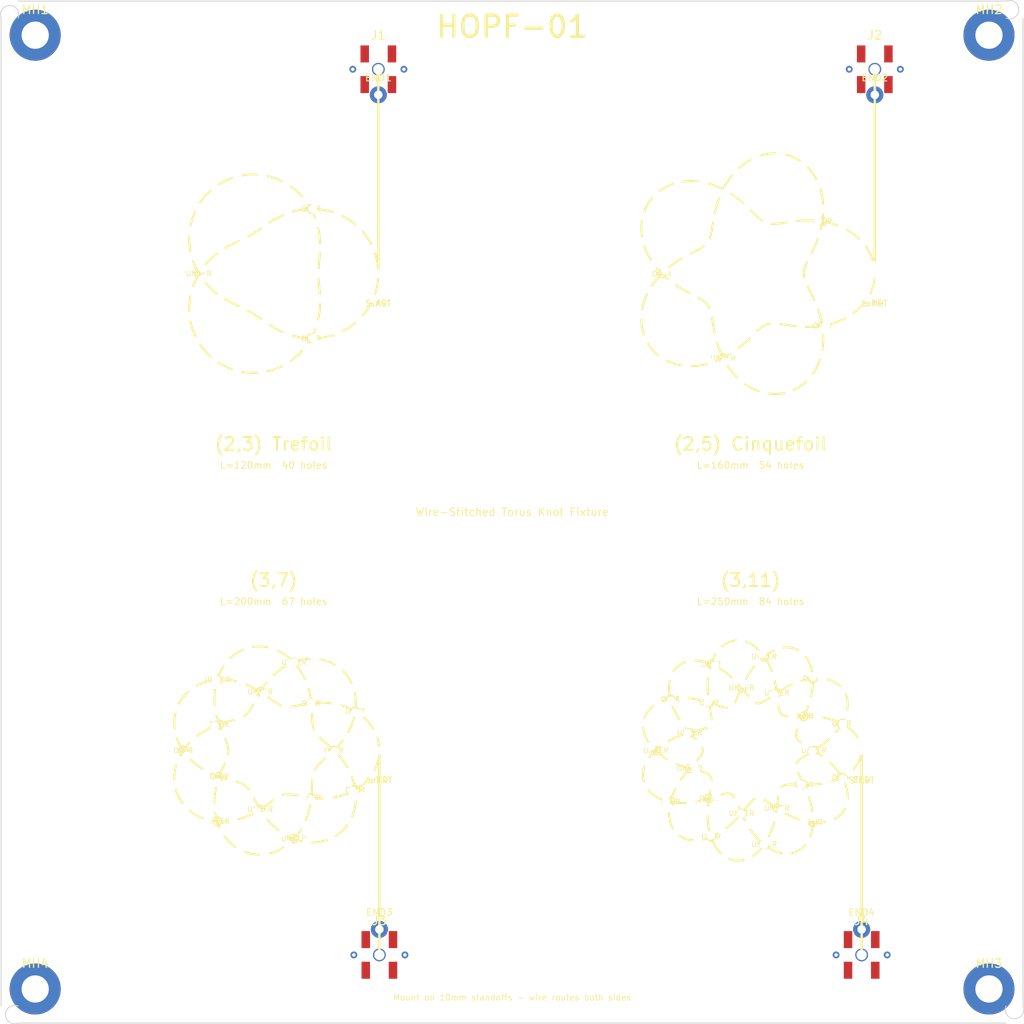
<source format=kicad_pcb>
(kicad_pcb (version 20240108) (generator "hopf_01_generator") (generator_version "2.0")
  (title_block (title "HOPF-01 Wire-Stitched Knot Antenna Fixture") (date "2026-02-27 22:40:47") (rev "2.0") (company "Applied Vacuum Engineering") (comment 1 "Enameled wire stitched through PCB holes") (comment 2 "Silkscreen shows winding guide + crossings") (comment 3 "Measurement: NanoVNA-H4 S11 sweep"))
  (layers (0 "F.Cu" signal) (31 "B.Cu" signal) (34 "B.Paste" user) (35 "F.Paste" user) (36 "B.SilkS" user "B.Silkscreen") (37 "F.SilkS" user "F.Silkscreen") (38 "B.Mask" user "B.Mask") (39 "F.Mask" user "F.Mask") (44 "Edge.Cuts" user))
  (net 0 "")
  (net 1 "GND")
  (net 2 "ANT1_SIG")
  (net 3 "ANT2_SIG")
  (net 4 "ANT3_SIG")
  (net 5 "ANT4_SIG")
  (gr_line (start 2.0 0) (end 118.0 0) (layer "Edge.Cuts") (width 0.1))
  (gr_line (start 120.0 2.0) (end 120.0 118.0) (layer "Edge.Cuts") (width 0.1))
  (gr_line (start 118.0 120.0) (end 2.0 120.0) (layer "Edge.Cuts") (width 0.1))
  (gr_line (start 0 118.0) (end 0 2.0) (layer "Edge.Cuts") (width 0.1))
  (gr_arc (start 2.0 2.0) (mid 0.586 0.586) (end 0 2.0) (layer "Edge.Cuts") (width 0.1))
  (gr_arc (start 118.0 2.0) (mid 119.414 0.586) (end 118.0 0) (layer "Edge.Cuts") (width 0.1))
  (gr_arc (start 118.0 118.0) (mid 119.414 119.414) (end 120.0 118.0) (layer "Edge.Cuts") (width 0.1))
  (gr_arc (start 2.0 118.0) (mid 0.586 119.414) (end 2.0 120.0) (layer "Edge.Cuts") (width 0.1))
  (footprint "MountingHole:MountingHole_3.2mm_M3_Pad" (layer "F.Cu") (at 4.0000 4.0000)
    (property "Reference" "MH1")
  )
  (footprint "MountingHole:MountingHole_3.2mm_M3_Pad" (layer "F.Cu") (at 116.0000 4.0000)
    (property "Reference" "MH2")
  )
  (footprint "MountingHole:MountingHole_3.2mm_M3_Pad" (layer "F.Cu") (at 116.0000 116.0000)
    (property "Reference" "MH3")
  )
  (footprint "MountingHole:MountingHole_3.2mm_M3_Pad" (layer "F.Cu") (at 4.0000 116.0000)
    (property "Reference" "MH4")
  )
  (gr_line (start 44.2947 32.0000) (end 44.2883 32.3089) (layer "F.SilkS") (width 0.25))
  (gr_line (start 44.2883 32.3089) (end 44.2692 32.6172) (layer "F.SilkS") (width 0.25))
  (gr_line (start 44.2692 32.6172) (end 44.2374 32.9244) (layer "F.SilkS") (width 0.25))
  (gr_line (start 44.2374 32.9244) (end 44.1930 33.2299) (layer "F.SilkS") (width 0.25))
  (gr_line (start 44.1930 33.2299) (end 44.1360 33.5331) (layer "F.SilkS") (width 0.25))
  (gr_line (start 44.1360 33.5331) (end 44.0667 33.8335) (layer "F.SilkS") (width 0.25))
  (gr_line (start 44.0667 33.8335) (end 43.9852 34.1306) (layer "F.SilkS") (width 0.25))
  (gr_line (start 43.9852 34.1306) (end 43.8917 34.4237) (layer "F.SilkS") (width 0.25))
  (gr_line (start 43.8917 34.4237) (end 43.7863 34.7124) (layer "F.SilkS") (width 0.25))
  (gr_line (start 43.7863 34.7124) (end 43.6695 34.9962) (layer "F.SilkS") (width 0.25))
  (gr_line (start 43.6695 34.9962) (end 43.5414 35.2746) (layer "F.SilkS") (width 0.25))
  (gr_line (start 43.5414 35.2746) (end 43.4023 35.5471) (layer "F.SilkS") (width 0.25))
  (gr_line (start 43.4023 35.5471) (end 43.2527 35.8132) (layer "F.SilkS") (width 0.25))
  (gr_line (start 43.2527 35.8132) (end 43.0927 36.0725) (layer "F.SilkS") (width 0.25))
  (gr_line (start 43.0927 36.0725) (end 42.9229 36.3247) (layer "F.SilkS") (width 0.25))
  (gr_line (start 42.9229 36.3247) (end 42.7435 36.5692) (layer "F.SilkS") (width 0.25))
  (gr_line (start 42.7435 36.5692) (end 42.5551 36.8058) (layer "F.SilkS") (width 0.25))
  (gr_line (start 42.5551 36.8058) (end 42.3580 37.0340) (layer "F.SilkS") (width 0.25))
  (gr_line (start 42.3580 37.0340) (end 42.1527 37.2537) (layer "F.SilkS") (width 0.25))
  (gr_line (start 42.1527 37.2537) (end 41.9396 37.4643) (layer "F.SilkS") (width 0.25))
  (gr_line (start 41.9396 37.4643) (end 41.7193 37.6658) (layer "F.SilkS") (width 0.25))
  (gr_line (start 41.7193 37.6658) (end 41.4922 37.8579) (layer "F.SilkS") (width 0.25))
  (gr_line (start 41.4922 37.8579) (end 41.2588 38.0403) (layer "F.SilkS") (width 0.25))
  (gr_line (start 41.2588 38.0403) (end 41.0196 38.2129) (layer "F.SilkS") (width 0.25))
  (gr_line (start 41.0196 38.2129) (end 40.7751 38.3755) (layer "F.SilkS") (width 0.25))
  (gr_line (start 40.7751 38.3755) (end 40.5259 38.5280) (layer "F.SilkS") (width 0.25))
  (gr_line (start 40.5259 38.5280) (end 40.2725 38.6703) (layer "F.SilkS") (width 0.25))
  (gr_line (start 40.2725 38.6703) (end 40.0154 38.8023) (layer "F.SilkS") (width 0.25))
  (gr_line (start 40.0154 38.8023) (end 39.7550 38.9241) (layer "F.SilkS") (width 0.25))
  (gr_line (start 39.7550 38.9241) (end 39.4920 39.0355) (layer "F.SilkS") (width 0.25))
  (gr_line (start 39.4920 39.0355) (end 39.2269 39.1366) (layer "F.SilkS") (width 0.25))
  (gr_line (start 39.2269 39.1366) (end 38.9601 39.2275) (layer "F.SilkS") (width 0.25))
  (gr_line (start 38.9601 39.2275) (end 38.6921 39.3083) (layer "F.SilkS") (width 0.25))
  (gr_line (start 38.6921 39.3083) (end 38.4235 39.3789) (layer "F.SilkS") (width 0.25))
  (gr_line (start 38.4235 39.3789) (end 38.1547 39.4397) (layer "F.SilkS") (width 0.25))
  (gr_line (start 38.1547 39.4397) (end 37.8861 39.4907) (layer "F.SilkS") (width 0.25))
  (gr_line (start 37.8861 39.4907) (end 37.6184 39.5321) (layer "F.SilkS") (width 0.25))
  (gr_line (start 37.6184 39.5321) (end 37.3518 39.5642) (layer "F.SilkS") (width 0.25))
  (gr_line (start 37.3518 39.5642) (end 37.0868 39.5871) (layer "F.SilkS") (width 0.25))
  (gr_line (start 37.0868 39.5871) (end 36.8238 39.6011) (layer "F.SilkS") (width 0.25))
  (gr_line (start 36.8238 39.6011) (end 36.5632 39.6064) (layer "F.SilkS") (width 0.25))
  (gr_line (start 36.5632 39.6064) (end 36.3053 39.6035) (layer "F.SilkS") (width 0.25))
  (gr_line (start 36.3053 39.6035) (end 36.0506 39.5925) (layer "F.SilkS") (width 0.25))
  (gr_line (start 36.0506 39.5925) (end 35.7993 39.5738) (layer "F.SilkS") (width 0.25))
  (gr_line (start 35.7993 39.5738) (end 35.5517 39.5478) (layer "F.SilkS") (width 0.25))
  (gr_line (start 35.5517 39.5478) (end 35.3081 39.5147) (layer "F.SilkS") (width 0.25))
  (gr_line (start 35.3081 39.5147) (end 35.0688 39.4750) (layer "F.SilkS") (width 0.25))
  (gr_line (start 35.0688 39.4750) (end 34.8339 39.4290) (layer "F.SilkS") (width 0.25))
  (gr_line (start 34.8339 39.4290) (end 34.6037 39.3771) (layer "F.SilkS") (width 0.25))
  (gr_line (start 34.6037 39.3771) (end 34.3783 39.3197) (layer "F.SilkS") (width 0.25))
  (gr_line (start 34.3783 39.3197) (end 34.1580 39.2572) (layer "F.SilkS") (width 0.25))
  (gr_line (start 34.1580 39.2572) (end 33.9427 39.1900) (layer "F.SilkS") (width 0.25))
  (gr_line (start 33.9427 39.1900) (end 33.7327 39.1185) (layer "F.SilkS") (width 0.25))
  (gr_line (start 33.7327 39.1185) (end 33.5279 39.0430) (layer "F.SilkS") (width 0.25))
  (gr_line (start 33.5279 39.0430) (end 33.3285 38.9641) (layer "F.SilkS") (width 0.25))
  (gr_line (start 33.3285 38.9641) (end 33.1344 38.8820) (layer "F.SilkS") (width 0.25))
  (gr_line (start 33.1344 38.8820) (end 32.9456 38.7971) (layer "F.SilkS") (width 0.25))
  (gr_line (start 32.9456 38.7971) (end 32.7621 38.7099) (layer "F.SilkS") (width 0.25))
  (gr_line (start 32.7621 38.7099) (end 32.5839 38.6207) (layer "F.SilkS") (width 0.25))
  (gr_line (start 32.5839 38.6207) (end 32.4108 38.5299) (layer "F.SilkS") (width 0.25))
  (gr_line (start 32.4108 38.5299) (end 32.2428 38.4378) (layer "F.SilkS") (width 0.25))
  (gr_line (start 32.2428 38.4378) (end 32.0797 38.3448) (layer "F.SilkS") (width 0.25))
  (gr_line (start 32.0797 38.3448) (end 31.9214 38.2511) (layer "F.SilkS") (width 0.25))
  (gr_line (start 31.9214 38.2511) (end 31.7678 38.1572) (layer "F.SilkS") (width 0.25))
  (gr_line (start 31.7678 38.1572) (end 31.6185 38.0633) (layer "F.SilkS") (width 0.25))
  (gr_line (start 31.6185 38.0633) (end 31.4735 37.9696) (layer "F.SilkS") (width 0.25))
  (gr_line (start 31.4735 37.9696) (end 31.3325 37.8765) (layer "F.SilkS") (width 0.25))
  (gr_line (start 31.3325 37.8765) (end 31.1953 37.7842) (layer "F.SilkS") (width 0.25))
  (gr_line (start 31.1953 37.7842) (end 31.0616 37.6928) (layer "F.SilkS") (width 0.25))
  (gr_line (start 31.0616 37.6928) (end 30.9312 37.6026) (layer "F.SilkS") (width 0.25))
  (gr_line (start 30.9312 37.6026) (end 30.8038 37.5138) (layer "F.SilkS") (width 0.25))
  (gr_line (start 30.8038 37.5138) (end 30.6792 37.4265) (layer "F.SilkS") (width 0.25))
  (gr_line (start 30.6792 37.4265) (end 30.5569 37.3408) (layer "F.SilkS") (width 0.25))
  (gr_line (start 30.5569 37.3408) (end 30.4368 37.2569) (layer "F.SilkS") (width 0.25))
  (gr_line (start 30.4368 37.2569) (end 30.3186 37.1748) (layer "F.SilkS") (width 0.25))
  (gr_line (start 30.3186 37.1748) (end 30.2019 37.0945) (layer "F.SilkS") (width 0.25))
  (gr_line (start 30.2019 37.0945) (end 30.0865 37.0162) (layer "F.SilkS") (width 0.25))
  (gr_line (start 30.0865 37.0162) (end 29.9720 36.9398) (layer "F.SilkS") (width 0.25))
  (gr_line (start 29.9720 36.9398) (end 29.8582 36.8654) (layer "F.SilkS") (width 0.25))
  (gr_line (start 29.8582 36.8654) (end 29.7447 36.7927) (layer "F.SilkS") (width 0.25))
  (gr_line (start 29.7447 36.7927) (end 29.6313 36.7219) (layer "F.SilkS") (width 0.25))
  (gr_line (start 29.6313 36.7219) (end 29.5177 36.6528) (layer "F.SilkS") (width 0.25))
  (gr_line (start 29.5177 36.6528) (end 29.4036 36.5854) (layer "F.SilkS") (width 0.25))
  (gr_line (start 29.4036 36.5854) (end 29.2888 36.5194) (layer "F.SilkS") (width 0.25))
  (gr_line (start 29.2888 36.5194) (end 29.1729 36.4547) (layer "F.SilkS") (width 0.25))
  (gr_line (start 29.1729 36.4547) (end 29.0559 36.3913) (layer "F.SilkS") (width 0.25))
  (gr_line (start 29.0559 36.3913) (end 28.9373 36.3288) (layer "F.SilkS") (width 0.25))
  (gr_line (start 28.9373 36.3288) (end 28.8171 36.2670) (layer "F.SilkS") (width 0.25))
  (gr_line (start 28.8171 36.2670) (end 28.6951 36.2059) (layer "F.SilkS") (width 0.25))
  (gr_line (start 28.6951 36.2059) (end 28.5710 36.1450) (layer "F.SilkS") (width 0.25))
  (gr_line (start 28.5710 36.1450) (end 28.4447 36.0842) (layer "F.SilkS") (width 0.25))
  (gr_line (start 28.4447 36.0842) (end 28.3161 36.0231) (layer "F.SilkS") (width 0.25))
  (gr_line (start 28.3161 36.0231) (end 28.1850 35.9616) (layer "F.SilkS") (width 0.25))
  (gr_line (start 28.1850 35.9616) (end 28.0514 35.8993) (layer "F.SilkS") (width 0.25))
  (gr_line (start 28.0514 35.8993) (end 27.9152 35.8358) (layer "F.SilkS") (width 0.25))
  (gr_line (start 27.9152 35.8358) (end 27.7764 35.7710) (layer "F.SilkS") (width 0.25))
  (gr_line (start 27.7764 35.7710) (end 27.6349 35.7045) (layer "F.SilkS") (width 0.25))
  (gr_line (start 27.6349 35.7045) (end 27.4907 35.6359) (layer "F.SilkS") (width 0.25))
  (gr_line (start 27.4907 35.6359) (end 27.3439 35.5650) (layer "F.SilkS") (width 0.25))
  (gr_line (start 27.3439 35.5650) (end 27.1944 35.4915) (layer "F.SilkS") (width 0.25))
  (gr_line (start 27.1944 35.4915) (end 27.0424 35.4149) (layer "F.SilkS") (width 0.25))
  (gr_line (start 27.0424 35.4149) (end 26.8880 35.3350) (layer "F.SilkS") (width 0.25))
  (gr_line (start 26.8880 35.3350) (end 26.7313 35.2515) (layer "F.SilkS") (width 0.25))
  (gr_line (start 26.7313 35.2515) (end 26.5724 35.1640) (layer "F.SilkS") (width 0.25))
  (gr_line (start 26.5724 35.1640) (end 26.4116 35.0723) (layer "F.SilkS") (width 0.25))
  (gr_line (start 26.4116 35.0723) (end 26.2489 34.9760) (layer "F.SilkS") (width 0.25))
  (gr_line (start 26.2489 34.9760) (end 26.0846 34.8749) (layer "F.SilkS") (width 0.25))
  (gr_line (start 26.0846 34.8749) (end 25.9190 34.7687) (layer "F.SilkS") (width 0.25))
  (gr_line (start 25.9190 34.7687) (end 25.7523 34.6571) (layer "F.SilkS") (width 0.25))
  (gr_line (start 25.7523 34.6571) (end 25.5848 34.5399) (layer "F.SilkS") (width 0.25))
  (gr_line (start 25.5848 34.5399) (end 25.4168 34.4169) (layer "F.SilkS") (width 0.25))
  (gr_line (start 25.4168 34.4169) (end 25.2487 34.2878) (layer "F.SilkS") (width 0.25))
  (gr_line (start 25.2487 34.2878) (end 25.0806 34.1525) (layer "F.SilkS") (width 0.25))
  (gr_line (start 25.0806 34.1525) (end 24.9131 34.0107) (layer "F.SilkS") (width 0.25))
  (gr_line (start 24.9131 34.0107) (end 24.7465 33.8624) (layer "F.SilkS") (width 0.25))
  (gr_line (start 24.7465 33.8624) (end 24.5811 33.7073) (layer "F.SilkS") (width 0.25))
  (gr_line (start 24.5811 33.7073) (end 24.4174 33.5455) (layer "F.SilkS") (width 0.25))
  (gr_line (start 24.4174 33.5455) (end 24.2558 33.3767) (layer "F.SilkS") (width 0.25))
  (gr_line (start 24.2558 33.3767) (end 24.0966 33.2009) (layer "F.SilkS") (width 0.25))
  (gr_line (start 24.0966 33.2009) (end 23.9404 33.0182) (layer "F.SilkS") (width 0.25))
  (gr_line (start 23.9404 33.0182) (end 23.7875 32.8284) (layer "F.SilkS") (width 0.25))
  (gr_line (start 23.7875 32.8284) (end 23.6383 32.6317) (layer "F.SilkS") (width 0.25))
  (gr_line (start 23.6383 32.6317) (end 23.4934 32.4279) (layer "F.SilkS") (width 0.25))
  (gr_line (start 23.4934 32.4279) (end 23.3532 32.2174) (layer "F.SilkS") (width 0.25))
  (gr_line (start 23.3532 32.2174) (end 23.2181 32.0000) (layer "F.SilkS") (width 0.25))
  (gr_line (start 23.2181 32.0000) (end 23.0885 31.7760) (layer "F.SilkS") (width 0.25))
  (gr_line (start 23.0885 31.7760) (end 22.9649 31.5455) (layer "F.SilkS") (width 0.25))
  (gr_line (start 22.9649 31.5455) (end 22.8477 31.3086) (layer "F.SilkS") (width 0.25))
  (gr_line (start 22.8477 31.3086) (end 22.7374 31.0657) (layer "F.SilkS") (width 0.25))
  (gr_line (start 22.7374 31.0657) (end 22.6343 30.8168) (layer "F.SilkS") (width 0.25))
  (gr_line (start 22.6343 30.8168) (end 22.5389 30.5624) (layer "F.SilkS") (width 0.25))
  (gr_line (start 22.5389 30.5624) (end 22.4515 30.3026) (layer "F.SilkS") (width 0.25))
  (gr_line (start 22.4515 30.3026) (end 22.3726 30.0378) (layer "F.SilkS") (width 0.25))
  (gr_line (start 22.3726 30.0378) (end 22.3024 29.7683) (layer "F.SilkS") (width 0.25))
  (gr_line (start 22.3024 29.7683) (end 22.2415 29.4944) (layer "F.SilkS") (width 0.25))
  (gr_line (start 22.2415 29.4944) (end 22.1900 29.2166) (layer "F.SilkS") (width 0.25))
  (gr_line (start 22.1900 29.2166) (end 22.1483 28.9353) (layer "F.SilkS") (width 0.25))
  (gr_line (start 22.1483 28.9353) (end 22.1167 28.6508) (layer "F.SilkS") (width 0.25))
  (gr_line (start 22.1167 28.6508) (end 22.0954 28.3637) (layer "F.SilkS") (width 0.25))
  (gr_line (start 22.0954 28.3637) (end 22.0847 28.0743) (layer "F.SilkS") (width 0.25))
  (gr_line (start 22.0847 28.0743) (end 22.0849 27.7831) (layer "F.SilkS") (width 0.25))
  (gr_line (start 22.0849 27.7831) (end 22.0960 27.4907) (layer "F.SilkS") (width 0.25))
  (gr_line (start 22.0960 27.4907) (end 22.1184 27.1975) (layer "F.SilkS") (width 0.25))
  (gr_line (start 22.1184 27.1975) (end 22.1520 26.9040) (layer "F.SilkS") (width 0.25))
  (gr_line (start 22.1520 26.9040) (end 22.1971 26.6108) (layer "F.SilkS") (width 0.25))
  (gr_line (start 22.1971 26.6108) (end 22.2537 26.3184) (layer "F.SilkS") (width 0.25))
  (gr_line (start 22.2537 26.3184) (end 22.3219 26.0274) (layer "F.SilkS") (width 0.25))
  (gr_line (start 22.3219 26.0274) (end 22.4018 25.7382) (layer "F.SilkS") (width 0.25))
  (gr_line (start 22.4018 25.7382) (end 22.4932 25.4515) (layer "F.SilkS") (width 0.25))
  (gr_line (start 22.4932 25.4515) (end 22.5961 25.1677) (layer "F.SilkS") (width 0.25))
  (gr_line (start 22.5961 25.1677) (end 22.7106 24.8875) (layer "F.SilkS") (width 0.25))
  (gr_line (start 22.7106 24.8875) (end 22.8365 24.6113) (layer "F.SilkS") (width 0.25))
  (gr_line (start 22.8365 24.6113) (end 22.9737 24.3397) (layer "F.SilkS") (width 0.25))
  (gr_line (start 22.9737 24.3397) (end 23.1220 24.0733) (layer "F.SilkS") (width 0.25))
  (gr_line (start 23.1220 24.0733) (end 23.2813 23.8126) (layer "F.SilkS") (width 0.25))
  (gr_line (start 23.2813 23.8126) (end 23.4513 23.5580) (layer "F.SilkS") (width 0.25))
  (gr_line (start 23.4513 23.5580) (end 23.6318 23.3102) (layer "F.SilkS") (width 0.25))
  (gr_line (start 23.6318 23.3102) (end 23.8225 23.0696) (layer "F.SilkS") (width 0.25))
  (gr_line (start 23.8225 23.0696) (end 24.0231 22.8366) (layer "F.SilkS") (width 0.25))
  (gr_line (start 24.0231 22.8366) (end 24.2334 22.6118) (layer "F.SilkS") (width 0.25))
  (gr_line (start 24.2334 22.6118) (end 24.4529 22.3956) (layer "F.SilkS") (width 0.25))
  (gr_line (start 24.4529 22.3956) (end 24.6814 22.1884) (layer "F.SilkS") (width 0.25))
  (gr_line (start 24.6814 22.1884) (end 24.9183 21.9907) (layer "F.SilkS") (width 0.25))
  (gr_line (start 24.9183 21.9907) (end 25.1633 21.8028) (layer "F.SilkS") (width 0.25))
  (gr_line (start 25.1633 21.8028) (end 25.4159 21.6251) (layer "F.SilkS") (width 0.25))
  (gr_line (start 25.4159 21.6251) (end 25.6757 21.4579) (layer "F.SilkS") (width 0.25))
  (gr_line (start 25.6757 21.4579) (end 25.9422 21.3016) (layer "F.SilkS") (width 0.25))
  (gr_line (start 25.9422 21.3016) (end 26.2149 21.1564) (layer "F.SilkS") (width 0.25))
  (gr_line (start 26.2149 21.1564) (end 26.4934 21.0226) (layer "F.SilkS") (width 0.25))
  (gr_line (start 26.4934 21.0226) (end 26.7770 20.9005) (layer "F.SilkS") (width 0.25))
  (gr_line (start 26.7770 20.9005) (end 27.0652 20.7902) (layer "F.SilkS") (width 0.25))
  (gr_line (start 27.0652 20.7902) (end 27.3576 20.6919) (layer "F.SilkS") (width 0.25))
  (gr_line (start 27.3576 20.6919) (end 27.6535 20.6058) (layer "F.SilkS") (width 0.25))
  (gr_line (start 27.6535 20.6058) (end 27.9525 20.5320) (layer "F.SilkS") (width 0.25))
  (gr_line (start 27.9525 20.5320) (end 28.2539 20.4706) (layer "F.SilkS") (width 0.25))
  (gr_line (start 28.2539 20.4706) (end 28.5571 20.4216) (layer "F.SilkS") (width 0.25))
  (gr_line (start 28.5571 20.4216) (end 28.8617 20.3850) (layer "F.SilkS") (width 0.25))
  (gr_line (start 28.8617 20.3850) (end 29.1670 20.3609) (layer "F.SilkS") (width 0.25))
  (gr_line (start 29.1670 20.3609) (end 29.4725 20.3492) (layer "F.SilkS") (width 0.25))
  (gr_line (start 29.4725 20.3492) (end 29.7776 20.3499) (layer "F.SilkS") (width 0.25))
  (gr_line (start 29.7776 20.3499) (end 30.0818 20.3628) (layer "F.SilkS") (width 0.25))
  (gr_line (start 30.0818 20.3628) (end 30.3846 20.3879) (layer "F.SilkS") (width 0.25))
  (gr_line (start 30.3846 20.3879) (end 30.6853 20.4249) (layer "F.SilkS") (width 0.25))
  (gr_line (start 30.6853 20.4249) (end 30.9835 20.4737) (layer "F.SilkS") (width 0.25))
  (gr_line (start 30.9835 20.4737) (end 31.2786 20.5341) (layer "F.SilkS") (width 0.25))
  (gr_line (start 31.2786 20.5341) (end 31.5702 20.6059) (layer "F.SilkS") (width 0.25))
  (gr_line (start 31.5702 20.6059) (end 31.8579 20.6887) (layer "F.SilkS") (width 0.25))
  (gr_line (start 31.8579 20.6887) (end 32.1410 20.7823) (layer "F.SilkS") (width 0.25))
  (gr_line (start 32.1410 20.7823) (end 32.4192 20.8864) (layer "F.SilkS") (width 0.25))
  (gr_line (start 32.4192 20.8864) (end 32.6920 21.0007) (layer "F.SilkS") (width 0.25))
  (gr_line (start 32.6920 21.0007) (end 32.9591 21.1248) (layer "F.SilkS") (width 0.25))
  (gr_line (start 32.9591 21.1248) (end 33.2201 21.2583) (layer "F.SilkS") (width 0.25))
  (gr_line (start 33.2201 21.2583) (end 33.4745 21.4008) (layer "F.SilkS") (width 0.25))
  (gr_line (start 33.4745 21.4008) (end 33.7222 21.5520) (layer "F.SilkS") (width 0.25))
  (gr_line (start 33.7222 21.5520) (end 33.9627 21.7113) (layer "F.SilkS") (width 0.25))
  (gr_line (start 33.9627 21.7113) (end 34.1958 21.8784) (layer "F.SilkS") (width 0.25))
  (gr_line (start 34.1958 21.8784) (end 34.4212 22.0529) (layer "F.SilkS") (width 0.25))
  (gr_line (start 34.4212 22.0529) (end 34.6387 22.2342) (layer "F.SilkS") (width 0.25))
  (gr_line (start 34.6387 22.2342) (end 34.8481 22.4219) (layer "F.SilkS") (width 0.25))
  (gr_line (start 34.8481 22.4219) (end 35.0492 22.6155) (layer "F.SilkS") (width 0.25))
  (gr_line (start 35.0492 22.6155) (end 35.2419 22.8146) (layer "F.SilkS") (width 0.25))
  (gr_line (start 35.2419 22.8146) (end 35.4261 23.0186) (layer "F.SilkS") (width 0.25))
  (gr_line (start 35.4261 23.0186) (end 35.6016 23.2271) (layer "F.SilkS") (width 0.25))
  (gr_line (start 35.6016 23.2271) (end 35.7685 23.4395) (layer "F.SilkS") (width 0.25))
  (gr_line (start 35.7685 23.4395) (end 35.9266 23.6555) (layer "F.SilkS") (width 0.25))
  (gr_line (start 35.9266 23.6555) (end 36.0760 23.8745) (layer "F.SilkS") (width 0.25))
  (gr_line (start 36.0760 23.8745) (end 36.2168 24.0961) (layer "F.SilkS") (width 0.25))
  (gr_line (start 36.2168 24.0961) (end 36.3488 24.3197) (layer "F.SilkS") (width 0.25))
  (gr_line (start 36.3488 24.3197) (end 36.4724 24.5450) (layer "F.SilkS") (width 0.25))
  (gr_line (start 36.4724 24.5450) (end 36.5874 24.7714) (layer "F.SilkS") (width 0.25))
  (gr_line (start 36.5874 24.7714) (end 36.6941 24.9986) (layer "F.SilkS") (width 0.25))
  (gr_line (start 36.6941 24.9986) (end 36.7926 25.2261) (layer "F.SilkS") (width 0.25))
  (gr_line (start 36.7926 25.2261) (end 36.8832 25.4535) (layer "F.SilkS") (width 0.25))
  (gr_line (start 36.8832 25.4535) (end 36.9659 25.6805) (layer "F.SilkS") (width 0.25))
  (gr_line (start 36.9659 25.6805) (end 37.0410 25.9065) (layer "F.SilkS") (width 0.25))
  (gr_line (start 37.0410 25.9065) (end 37.1087 26.1314) (layer "F.SilkS") (width 0.25))
  (gr_line (start 37.1087 26.1314) (end 37.1693 26.3547) (layer "F.SilkS") (width 0.25))
  (gr_line (start 37.1693 26.3547) (end 37.2232 26.5761) (layer "F.SilkS") (width 0.25))
  (gr_line (start 37.2232 26.5761) (end 37.2704 26.7954) (layer "F.SilkS") (width 0.25))
  (gr_line (start 37.2704 26.7954) (end 37.3115 27.0122) (layer "F.SilkS") (width 0.25))
  (gr_line (start 37.3115 27.0122) (end 37.3466 27.2263) (layer "F.SilkS") (width 0.25))
  (gr_line (start 37.3466 27.2263) (end 37.3760 27.4376) (layer "F.SilkS") (width 0.25))
  (gr_line (start 37.3760 27.4376) (end 37.4003 27.6456) (layer "F.SilkS") (width 0.25))
  (gr_line (start 37.4003 27.6456) (end 37.4196 27.8504) (layer "F.SilkS") (width 0.25))
  (gr_line (start 37.4196 27.8504) (end 37.4343 28.0517) (layer "F.SilkS") (width 0.25))
  (gr_line (start 37.4343 28.0517) (end 37.4448 28.2495) (layer "F.SilkS") (width 0.25))
  (gr_line (start 37.4448 28.2495) (end 37.4514 28.4435) (layer "F.SilkS") (width 0.25))
  (gr_line (start 37.4514 28.4435) (end 37.4546 28.6338) (layer "F.SilkS") (width 0.25))
  (gr_line (start 37.4546 28.6338) (end 37.4545 28.8203) (layer "F.SilkS") (width 0.25))
  (gr_line (start 37.4545 28.8203) (end 37.4517 29.0029) (layer "F.SilkS") (width 0.25))
  (gr_line (start 37.4517 29.0029) (end 37.4464 29.1817) (layer "F.SilkS") (width 0.25))
  (gr_line (start 37.4464 29.1817) (end 37.4390 29.3566) (layer "F.SilkS") (width 0.25))
  (gr_line (start 37.4390 29.3566) (end 37.4299 29.5278) (layer "F.SilkS") (width 0.25))
  (gr_line (start 37.4299 29.5278) (end 37.4193 29.6952) (layer "F.SilkS") (width 0.25))
  (gr_line (start 37.4193 29.6952) (end 37.4076 29.8590) (layer "F.SilkS") (width 0.25))
  (gr_line (start 37.4076 29.8590) (end 37.3951 30.0193) (layer "F.SilkS") (width 0.25))
  (gr_line (start 37.3951 30.0193) (end 37.3820 30.1762) (layer "F.SilkS") (width 0.25))
  (gr_line (start 37.3820 30.1762) (end 37.3687 30.3299) (layer "F.SilkS") (width 0.25))
  (gr_line (start 37.3687 30.3299) (end 37.3555 30.4805) (layer "F.SilkS") (width 0.25))
  (gr_line (start 37.3555 30.4805) (end 37.3425 30.6283) (layer "F.SilkS") (width 0.25))
  (gr_line (start 37.3425 30.6283) (end 37.3301 30.7734) (layer "F.SilkS") (width 0.25))
  (gr_line (start 37.3301 30.7734) (end 37.3184 30.9160) (layer "F.SilkS") (width 0.25))
  (gr_line (start 37.3184 30.9160) (end 37.3075 31.0565) (layer "F.SilkS") (width 0.25))
  (gr_line (start 37.3075 31.0565) (end 37.2978 31.1950) (layer "F.SilkS") (width 0.25))
  (gr_line (start 37.2978 31.1950) (end 37.2893 31.3318) (layer "F.SilkS") (width 0.25))
  (gr_line (start 37.2893 31.3318) (end 37.2822 31.4672) (layer "F.SilkS") (width 0.25))
  (gr_line (start 37.2822 31.4672) (end 37.2766 31.6014) (layer "F.SilkS") (width 0.25))
  (gr_line (start 37.2766 31.6014) (end 37.2725 31.7348) (layer "F.SilkS") (width 0.25))
  (gr_line (start 37.2725 31.7348) (end 37.2700 31.8675) (layer "F.SilkS") (width 0.25))
  (gr_line (start 37.2700 31.8675) (end 37.2692 32.0000) (layer "F.SilkS") (width 0.25))
  (gr_line (start 37.2692 32.0000) (end 37.2700 32.1325) (layer "F.SilkS") (width 0.25))
  (gr_line (start 37.2700 32.1325) (end 37.2725 32.2652) (layer "F.SilkS") (width 0.25))
  (gr_line (start 37.2725 32.2652) (end 37.2766 32.3986) (layer "F.SilkS") (width 0.25))
  (gr_line (start 37.2766 32.3986) (end 37.2822 32.5328) (layer "F.SilkS") (width 0.25))
  (gr_line (start 37.2822 32.5328) (end 37.2893 32.6682) (layer "F.SilkS") (width 0.25))
  (gr_line (start 37.2893 32.6682) (end 37.2978 32.8050) (layer "F.SilkS") (width 0.25))
  (gr_line (start 37.2978 32.8050) (end 37.3075 32.9435) (layer "F.SilkS") (width 0.25))
  (gr_line (start 37.3075 32.9435) (end 37.3184 33.0840) (layer "F.SilkS") (width 0.25))
  (gr_line (start 37.3184 33.0840) (end 37.3301 33.2266) (layer "F.SilkS") (width 0.25))
  (gr_line (start 37.3301 33.2266) (end 37.3425 33.3717) (layer "F.SilkS") (width 0.25))
  (gr_line (start 37.3425 33.3717) (end 37.3555 33.5195) (layer "F.SilkS") (width 0.25))
  (gr_line (start 37.3555 33.5195) (end 37.3687 33.6701) (layer "F.SilkS") (width 0.25))
  (gr_line (start 37.3687 33.6701) (end 37.3820 33.8238) (layer "F.SilkS") (width 0.25))
  (gr_line (start 37.3820 33.8238) (end 37.3951 33.9807) (layer "F.SilkS") (width 0.25))
  (gr_line (start 37.3951 33.9807) (end 37.4076 34.1410) (layer "F.SilkS") (width 0.25))
  (gr_line (start 37.4076 34.1410) (end 37.4193 34.3048) (layer "F.SilkS") (width 0.25))
  (gr_line (start 37.4193 34.3048) (end 37.4299 34.4722) (layer "F.SilkS") (width 0.25))
  (gr_line (start 37.4299 34.4722) (end 37.4390 34.6434) (layer "F.SilkS") (width 0.25))
  (gr_line (start 37.4390 34.6434) (end 37.4464 34.8183) (layer "F.SilkS") (width 0.25))
  (gr_line (start 37.4464 34.8183) (end 37.4517 34.9971) (layer "F.SilkS") (width 0.25))
  (gr_line (start 37.4517 34.9971) (end 37.4545 35.1797) (layer "F.SilkS") (width 0.25))
  (gr_line (start 37.4545 35.1797) (end 37.4546 35.3662) (layer "F.SilkS") (width 0.25))
  (gr_line (start 37.4546 35.3662) (end 37.4514 35.5565) (layer "F.SilkS") (width 0.25))
  (gr_line (start 37.4514 35.5565) (end 37.4448 35.7505) (layer "F.SilkS") (width 0.25))
  (gr_line (start 37.4448 35.7505) (end 37.4343 35.9483) (layer "F.SilkS") (width 0.25))
  (gr_line (start 37.4343 35.9483) (end 37.4196 36.1496) (layer "F.SilkS") (width 0.25))
  (gr_line (start 37.4196 36.1496) (end 37.4003 36.3544) (layer "F.SilkS") (width 0.25))
  (gr_line (start 37.4003 36.3544) (end 37.3760 36.5624) (layer "F.SilkS") (width 0.25))
  (gr_line (start 37.3760 36.5624) (end 37.3466 36.7737) (layer "F.SilkS") (width 0.25))
  (gr_line (start 37.3466 36.7737) (end 37.3115 36.9878) (layer "F.SilkS") (width 0.25))
  (gr_line (start 37.3115 36.9878) (end 37.2704 37.2046) (layer "F.SilkS") (width 0.25))
  (gr_line (start 37.2704 37.2046) (end 37.2232 37.4239) (layer "F.SilkS") (width 0.25))
  (gr_line (start 37.2232 37.4239) (end 37.1693 37.6453) (layer "F.SilkS") (width 0.25))
  (gr_line (start 37.1693 37.6453) (end 37.1087 37.8686) (layer "F.SilkS") (width 0.25))
  (gr_line (start 37.1087 37.8686) (end 37.0410 38.0935) (layer "F.SilkS") (width 0.25))
  (gr_line (start 37.0410 38.0935) (end 36.9659 38.3195) (layer "F.SilkS") (width 0.25))
  (gr_line (start 36.9659 38.3195) (end 36.8832 38.5465) (layer "F.SilkS") (width 0.25))
  (gr_line (start 36.8832 38.5465) (end 36.7926 38.7739) (layer "F.SilkS") (width 0.25))
  (gr_line (start 36.7926 38.7739) (end 36.6941 39.0014) (layer "F.SilkS") (width 0.25))
  (gr_line (start 36.6941 39.0014) (end 36.5874 39.2286) (layer "F.SilkS") (width 0.25))
  (gr_line (start 36.5874 39.2286) (end 36.4724 39.4550) (layer "F.SilkS") (width 0.25))
  (gr_line (start 36.4724 39.4550) (end 36.3488 39.6803) (layer "F.SilkS") (width 0.25))
  (gr_line (start 36.3488 39.6803) (end 36.2168 39.9039) (layer "F.SilkS") (width 0.25))
  (gr_line (start 36.2168 39.9039) (end 36.0760 40.1255) (layer "F.SilkS") (width 0.25))
  (gr_line (start 36.0760 40.1255) (end 35.9266 40.3445) (layer "F.SilkS") (width 0.25))
  (gr_line (start 35.9266 40.3445) (end 35.7685 40.5605) (layer "F.SilkS") (width 0.25))
  (gr_line (start 35.7685 40.5605) (end 35.6016 40.7729) (layer "F.SilkS") (width 0.25))
  (gr_line (start 35.6016 40.7729) (end 35.4261 40.9814) (layer "F.SilkS") (width 0.25))
  (gr_line (start 35.4261 40.9814) (end 35.2419 41.1854) (layer "F.SilkS") (width 0.25))
  (gr_line (start 35.2419 41.1854) (end 35.0492 41.3845) (layer "F.SilkS") (width 0.25))
  (gr_line (start 35.0492 41.3845) (end 34.8481 41.5781) (layer "F.SilkS") (width 0.25))
  (gr_line (start 34.8481 41.5781) (end 34.6387 41.7658) (layer "F.SilkS") (width 0.25))
  (gr_line (start 34.6387 41.7658) (end 34.4212 41.9471) (layer "F.SilkS") (width 0.25))
  (gr_line (start 34.4212 41.9471) (end 34.1958 42.1216) (layer "F.SilkS") (width 0.25))
  (gr_line (start 34.1958 42.1216) (end 33.9627 42.2887) (layer "F.SilkS") (width 0.25))
  (gr_line (start 33.9627 42.2887) (end 33.7222 42.4480) (layer "F.SilkS") (width 0.25))
  (gr_line (start 33.7222 42.4480) (end 33.4745 42.5992) (layer "F.SilkS") (width 0.25))
  (gr_line (start 33.4745 42.5992) (end 33.2201 42.7417) (layer "F.SilkS") (width 0.25))
  (gr_line (start 33.2201 42.7417) (end 32.9591 42.8752) (layer "F.SilkS") (width 0.25))
  (gr_line (start 32.9591 42.8752) (end 32.6920 42.9993) (layer "F.SilkS") (width 0.25))
  (gr_line (start 32.6920 42.9993) (end 32.4192 43.1136) (layer "F.SilkS") (width 0.25))
  (gr_line (start 32.4192 43.1136) (end 32.1410 43.2177) (layer "F.SilkS") (width 0.25))
  (gr_line (start 32.1410 43.2177) (end 31.8579 43.3113) (layer "F.SilkS") (width 0.25))
  (gr_line (start 31.8579 43.3113) (end 31.5702 43.3941) (layer "F.SilkS") (width 0.25))
  (gr_line (start 31.5702 43.3941) (end 31.2786 43.4659) (layer "F.SilkS") (width 0.25))
  (gr_line (start 31.2786 43.4659) (end 30.9835 43.5263) (layer "F.SilkS") (width 0.25))
  (gr_line (start 30.9835 43.5263) (end 30.6853 43.5751) (layer "F.SilkS") (width 0.25))
  (gr_line (start 30.6853 43.5751) (end 30.3846 43.6121) (layer "F.SilkS") (width 0.25))
  (gr_line (start 30.3846 43.6121) (end 30.0818 43.6372) (layer "F.SilkS") (width 0.25))
  (gr_line (start 30.0818 43.6372) (end 29.7776 43.6501) (layer "F.SilkS") (width 0.25))
  (gr_line (start 29.7776 43.6501) (end 29.4725 43.6508) (layer "F.SilkS") (width 0.25))
  (gr_line (start 29.4725 43.6508) (end 29.1670 43.6391) (layer "F.SilkS") (width 0.25))
  (gr_line (start 29.1670 43.6391) (end 28.8617 43.6150) (layer "F.SilkS") (width 0.25))
  (gr_line (start 28.8617 43.6150) (end 28.5571 43.5784) (layer "F.SilkS") (width 0.25))
  (gr_line (start 28.5571 43.5784) (end 28.2539 43.5294) (layer "F.SilkS") (width 0.25))
  (gr_line (start 28.2539 43.5294) (end 27.9525 43.4680) (layer "F.SilkS") (width 0.25))
  (gr_line (start 27.9525 43.4680) (end 27.6535 43.3942) (layer "F.SilkS") (width 0.25))
  (gr_line (start 27.6535 43.3942) (end 27.3576 43.3081) (layer "F.SilkS") (width 0.25))
  (gr_line (start 27.3576 43.3081) (end 27.0652 43.2098) (layer "F.SilkS") (width 0.25))
  (gr_line (start 27.0652 43.2098) (end 26.7770 43.0995) (layer "F.SilkS") (width 0.25))
  (gr_line (start 26.7770 43.0995) (end 26.4934 42.9774) (layer "F.SilkS") (width 0.25))
  (gr_line (start 26.4934 42.9774) (end 26.2149 42.8436) (layer "F.SilkS") (width 0.25))
  (gr_line (start 26.2149 42.8436) (end 25.9422 42.6984) (layer "F.SilkS") (width 0.25))
  (gr_line (start 25.9422 42.6984) (end 25.6757 42.5421) (layer "F.SilkS") (width 0.25))
  (gr_line (start 25.6757 42.5421) (end 25.4159 42.3749) (layer "F.SilkS") (width 0.25))
  (gr_line (start 25.4159 42.3749) (end 25.1633 42.1972) (layer "F.SilkS") (width 0.25))
  (gr_line (start 25.1633 42.1972) (end 24.9183 42.0093) (layer "F.SilkS") (width 0.25))
  (gr_line (start 24.9183 42.0093) (end 24.6814 41.8116) (layer "F.SilkS") (width 0.25))
  (gr_line (start 24.6814 41.8116) (end 24.4529 41.6044) (layer "F.SilkS") (width 0.25))
  (gr_line (start 24.4529 41.6044) (end 24.2334 41.3882) (layer "F.SilkS") (width 0.25))
  (gr_line (start 24.2334 41.3882) (end 24.0231 41.1634) (layer "F.SilkS") (width 0.25))
  (gr_line (start 24.0231 41.1634) (end 23.8225 40.9304) (layer "F.SilkS") (width 0.25))
  (gr_line (start 23.8225 40.9304) (end 23.6318 40.6898) (layer "F.SilkS") (width 0.25))
  (gr_line (start 23.6318 40.6898) (end 23.4513 40.4420) (layer "F.SilkS") (width 0.25))
  (gr_line (start 23.4513 40.4420) (end 23.2813 40.1874) (layer "F.SilkS") (width 0.25))
  (gr_line (start 23.2813 40.1874) (end 23.1220 39.9267) (layer "F.SilkS") (width 0.25))
  (gr_line (start 23.1220 39.9267) (end 22.9737 39.6603) (layer "F.SilkS") (width 0.25))
  (gr_line (start 22.9737 39.6603) (end 22.8365 39.3887) (layer "F.SilkS") (width 0.25))
  (gr_line (start 22.8365 39.3887) (end 22.7106 39.1125) (layer "F.SilkS") (width 0.25))
  (gr_line (start 22.7106 39.1125) (end 22.5961 38.8323) (layer "F.SilkS") (width 0.25))
  (gr_line (start 22.5961 38.8323) (end 22.4932 38.5485) (layer "F.SilkS") (width 0.25))
  (gr_line (start 22.4932 38.5485) (end 22.4018 38.2618) (layer "F.SilkS") (width 0.25))
  (gr_line (start 22.4018 38.2618) (end 22.3219 37.9726) (layer "F.SilkS") (width 0.25))
  (gr_line (start 22.3219 37.9726) (end 22.2537 37.6816) (layer "F.SilkS") (width 0.25))
  (gr_line (start 22.2537 37.6816) (end 22.1971 37.3892) (layer "F.SilkS") (width 0.25))
  (gr_line (start 22.1971 37.3892) (end 22.1520 37.0960) (layer "F.SilkS") (width 0.25))
  (gr_line (start 22.1520 37.0960) (end 22.1184 36.8025) (layer "F.SilkS") (width 0.25))
  (gr_line (start 22.1184 36.8025) (end 22.0960 36.5093) (layer "F.SilkS") (width 0.25))
  (gr_line (start 22.0960 36.5093) (end 22.0849 36.2169) (layer "F.SilkS") (width 0.25))
  (gr_line (start 22.0849 36.2169) (end 22.0847 35.9257) (layer "F.SilkS") (width 0.25))
  (gr_line (start 22.0847 35.9257) (end 22.0954 35.6363) (layer "F.SilkS") (width 0.25))
  (gr_line (start 22.0954 35.6363) (end 22.1167 35.3492) (layer "F.SilkS") (width 0.25))
  (gr_line (start 22.1167 35.3492) (end 22.1483 35.0647) (layer "F.SilkS") (width 0.25))
  (gr_line (start 22.1483 35.0647) (end 22.1900 34.7834) (layer "F.SilkS") (width 0.25))
  (gr_line (start 22.1900 34.7834) (end 22.2415 34.5056) (layer "F.SilkS") (width 0.25))
  (gr_line (start 22.2415 34.5056) (end 22.3024 34.2317) (layer "F.SilkS") (width 0.25))
  (gr_line (start 22.3024 34.2317) (end 22.3726 33.9622) (layer "F.SilkS") (width 0.25))
  (gr_line (start 22.3726 33.9622) (end 22.4515 33.6974) (layer "F.SilkS") (width 0.25))
  (gr_line (start 22.4515 33.6974) (end 22.5389 33.4376) (layer "F.SilkS") (width 0.25))
  (gr_line (start 22.5389 33.4376) (end 22.6343 33.1832) (layer "F.SilkS") (width 0.25))
  (gr_line (start 22.6343 33.1832) (end 22.7374 32.9343) (layer "F.SilkS") (width 0.25))
  (gr_line (start 22.7374 32.9343) (end 22.8477 32.6914) (layer "F.SilkS") (width 0.25))
  (gr_line (start 22.8477 32.6914) (end 22.9649 32.4545) (layer "F.SilkS") (width 0.25))
  (gr_line (start 22.9649 32.4545) (end 23.0885 32.2240) (layer "F.SilkS") (width 0.25))
  (gr_line (start 23.0885 32.2240) (end 23.2181 32.0000) (layer "F.SilkS") (width 0.25))
  (gr_line (start 23.2181 32.0000) (end 23.3532 31.7826) (layer "F.SilkS") (width 0.25))
  (gr_line (start 23.3532 31.7826) (end 23.4934 31.5721) (layer "F.SilkS") (width 0.25))
  (gr_line (start 23.4934 31.5721) (end 23.6383 31.3683) (layer "F.SilkS") (width 0.25))
  (gr_line (start 23.6383 31.3683) (end 23.7875 31.1716) (layer "F.SilkS") (width 0.25))
  (gr_line (start 23.7875 31.1716) (end 23.9404 30.9818) (layer "F.SilkS") (width 0.25))
  (gr_line (start 23.9404 30.9818) (end 24.0966 30.7991) (layer "F.SilkS") (width 0.25))
  (gr_line (start 24.0966 30.7991) (end 24.2558 30.6233) (layer "F.SilkS") (width 0.25))
  (gr_line (start 24.2558 30.6233) (end 24.4174 30.4545) (layer "F.SilkS") (width 0.25))
  (gr_line (start 24.4174 30.4545) (end 24.5811 30.2927) (layer "F.SilkS") (width 0.25))
  (gr_line (start 24.5811 30.2927) (end 24.7465 30.1376) (layer "F.SilkS") (width 0.25))
  (gr_line (start 24.7465 30.1376) (end 24.9131 29.9893) (layer "F.SilkS") (width 0.25))
  (gr_line (start 24.9131 29.9893) (end 25.0806 29.8475) (layer "F.SilkS") (width 0.25))
  (gr_line (start 25.0806 29.8475) (end 25.2487 29.7122) (layer "F.SilkS") (width 0.25))
  (gr_line (start 25.2487 29.7122) (end 25.4168 29.5831) (layer "F.SilkS") (width 0.25))
  (gr_line (start 25.4168 29.5831) (end 25.5848 29.4601) (layer "F.SilkS") (width 0.25))
  (gr_line (start 25.5848 29.4601) (end 25.7523 29.3429) (layer "F.SilkS") (width 0.25))
  (gr_line (start 25.7523 29.3429) (end 25.9190 29.2313) (layer "F.SilkS") (width 0.25))
  (gr_line (start 25.9190 29.2313) (end 26.0846 29.1251) (layer "F.SilkS") (width 0.25))
  (gr_line (start 26.0846 29.1251) (end 26.2489 29.0240) (layer "F.SilkS") (width 0.25))
  (gr_line (start 26.2489 29.0240) (end 26.4116 28.9277) (layer "F.SilkS") (width 0.25))
  (gr_line (start 26.4116 28.9277) (end 26.5724 28.8360) (layer "F.SilkS") (width 0.25))
  (gr_line (start 26.5724 28.8360) (end 26.7313 28.7485) (layer "F.SilkS") (width 0.25))
  (gr_line (start 26.7313 28.7485) (end 26.8880 28.6650) (layer "F.SilkS") (width 0.25))
  (gr_line (start 26.8880 28.6650) (end 27.0424 28.5851) (layer "F.SilkS") (width 0.25))
  (gr_line (start 27.0424 28.5851) (end 27.1944 28.5085) (layer "F.SilkS") (width 0.25))
  (gr_line (start 27.1944 28.5085) (end 27.3439 28.4350) (layer "F.SilkS") (width 0.25))
  (gr_line (start 27.3439 28.4350) (end 27.4907 28.3641) (layer "F.SilkS") (width 0.25))
  (gr_line (start 27.4907 28.3641) (end 27.6349 28.2955) (layer "F.SilkS") (width 0.25))
  (gr_line (start 27.6349 28.2955) (end 27.7764 28.2290) (layer "F.SilkS") (width 0.25))
  (gr_line (start 27.7764 28.2290) (end 27.9152 28.1642) (layer "F.SilkS") (width 0.25))
  (gr_line (start 27.9152 28.1642) (end 28.0514 28.1007) (layer "F.SilkS") (width 0.25))
  (gr_line (start 28.0514 28.1007) (end 28.1850 28.0384) (layer "F.SilkS") (width 0.25))
  (gr_line (start 28.1850 28.0384) (end 28.3161 27.9769) (layer "F.SilkS") (width 0.25))
  (gr_line (start 28.3161 27.9769) (end 28.4447 27.9158) (layer "F.SilkS") (width 0.25))
  (gr_line (start 28.4447 27.9158) (end 28.5710 27.8550) (layer "F.SilkS") (width 0.25))
  (gr_line (start 28.5710 27.8550) (end 28.6951 27.7941) (layer "F.SilkS") (width 0.25))
  (gr_line (start 28.6951 27.7941) (end 28.8171 27.7330) (layer "F.SilkS") (width 0.25))
  (gr_line (start 28.8171 27.7330) (end 28.9373 27.6712) (layer "F.SilkS") (width 0.25))
  (gr_line (start 28.9373 27.6712) (end 29.0559 27.6087) (layer "F.SilkS") (width 0.25))
  (gr_line (start 29.0559 27.6087) (end 29.1729 27.5453) (layer "F.SilkS") (width 0.25))
  (gr_line (start 29.1729 27.5453) (end 29.2888 27.4806) (layer "F.SilkS") (width 0.25))
  (gr_line (start 29.2888 27.4806) (end 29.4036 27.4146) (layer "F.SilkS") (width 0.25))
  (gr_line (start 29.4036 27.4146) (end 29.5177 27.3472) (layer "F.SilkS") (width 0.25))
  (gr_line (start 29.5177 27.3472) (end 29.6313 27.2781) (layer "F.SilkS") (width 0.25))
  (gr_line (start 29.6313 27.2781) (end 29.7447 27.2073) (layer "F.SilkS") (width 0.25))
  (gr_line (start 29.7447 27.2073) (end 29.8582 27.1346) (layer "F.SilkS") (width 0.25))
  (gr_line (start 29.8582 27.1346) (end 29.9720 27.0602) (layer "F.SilkS") (width 0.25))
  (gr_line (start 29.9720 27.0602) (end 30.0865 26.9838) (layer "F.SilkS") (width 0.25))
  (gr_line (start 30.0865 26.9838) (end 30.2019 26.9055) (layer "F.SilkS") (width 0.25))
  (gr_line (start 30.2019 26.9055) (end 30.3186 26.8252) (layer "F.SilkS") (width 0.25))
  (gr_line (start 30.3186 26.8252) (end 30.4368 26.7431) (layer "F.SilkS") (width 0.25))
  (gr_line (start 30.4368 26.7431) (end 30.5569 26.6592) (layer "F.SilkS") (width 0.25))
  (gr_line (start 30.5569 26.6592) (end 30.6792 26.5735) (layer "F.SilkS") (width 0.25))
  (gr_line (start 30.6792 26.5735) (end 30.8038 26.4862) (layer "F.SilkS") (width 0.25))
  (gr_line (start 30.8038 26.4862) (end 30.9312 26.3974) (layer "F.SilkS") (width 0.25))
  (gr_line (start 30.9312 26.3974) (end 31.0616 26.3072) (layer "F.SilkS") (width 0.25))
  (gr_line (start 31.0616 26.3072) (end 31.1953 26.2158) (layer "F.SilkS") (width 0.25))
  (gr_line (start 31.1953 26.2158) (end 31.3325 26.1235) (layer "F.SilkS") (width 0.25))
  (gr_line (start 31.3325 26.1235) (end 31.4735 26.0304) (layer "F.SilkS") (width 0.25))
  (gr_line (start 31.4735 26.0304) (end 31.6185 25.9367) (layer "F.SilkS") (width 0.25))
  (gr_line (start 31.6185 25.9367) (end 31.7678 25.8428) (layer "F.SilkS") (width 0.25))
  (gr_line (start 31.7678 25.8428) (end 31.9214 25.7489) (layer "F.SilkS") (width 0.25))
  (gr_line (start 31.9214 25.7489) (end 32.0797 25.6552) (layer "F.SilkS") (width 0.25))
  (gr_line (start 32.0797 25.6552) (end 32.2428 25.5622) (layer "F.SilkS") (width 0.25))
  (gr_line (start 32.2428 25.5622) (end 32.4108 25.4701) (layer "F.SilkS") (width 0.25))
  (gr_line (start 32.4108 25.4701) (end 32.5839 25.3793) (layer "F.SilkS") (width 0.25))
  (gr_line (start 32.5839 25.3793) (end 32.7621 25.2901) (layer "F.SilkS") (width 0.25))
  (gr_line (start 32.7621 25.2901) (end 32.9456 25.2029) (layer "F.SilkS") (width 0.25))
  (gr_line (start 32.9456 25.2029) (end 33.1344 25.1180) (layer "F.SilkS") (width 0.25))
  (gr_line (start 33.1344 25.1180) (end 33.3285 25.0359) (layer "F.SilkS") (width 0.25))
  (gr_line (start 33.3285 25.0359) (end 33.5279 24.9570) (layer "F.SilkS") (width 0.25))
  (gr_line (start 33.5279 24.9570) (end 33.7327 24.8815) (layer "F.SilkS") (width 0.25))
  (gr_line (start 33.7327 24.8815) (end 33.9427 24.8100) (layer "F.SilkS") (width 0.25))
  (gr_line (start 33.9427 24.8100) (end 34.1580 24.7428) (layer "F.SilkS") (width 0.25))
  (gr_line (start 34.1580 24.7428) (end 34.3783 24.6803) (layer "F.SilkS") (width 0.25))
  (gr_line (start 34.3783 24.6803) (end 34.6037 24.6229) (layer "F.SilkS") (width 0.25))
  (gr_line (start 34.6037 24.6229) (end 34.8339 24.5710) (layer "F.SilkS") (width 0.25))
  (gr_line (start 34.8339 24.5710) (end 35.0688 24.5250) (layer "F.SilkS") (width 0.25))
  (gr_line (start 35.0688 24.5250) (end 35.3081 24.4853) (layer "F.SilkS") (width 0.25))
  (gr_line (start 35.3081 24.4853) (end 35.5517 24.4522) (layer "F.SilkS") (width 0.25))
  (gr_line (start 35.5517 24.4522) (end 35.7993 24.4262) (layer "F.SilkS") (width 0.25))
  (gr_line (start 35.7993 24.4262) (end 36.0506 24.4075) (layer "F.SilkS") (width 0.25))
  (gr_line (start 36.0506 24.4075) (end 36.3053 24.3965) (layer "F.SilkS") (width 0.25))
  (gr_line (start 36.3053 24.3965) (end 36.5632 24.3936) (layer "F.SilkS") (width 0.25))
  (gr_line (start 36.5632 24.3936) (end 36.8238 24.3989) (layer "F.SilkS") (width 0.25))
  (gr_line (start 36.8238 24.3989) (end 37.0868 24.4129) (layer "F.SilkS") (width 0.25))
  (gr_line (start 37.0868 24.4129) (end 37.3518 24.4358) (layer "F.SilkS") (width 0.25))
  (gr_line (start 37.3518 24.4358) (end 37.6184 24.4679) (layer "F.SilkS") (width 0.25))
  (gr_line (start 37.6184 24.4679) (end 37.8861 24.5093) (layer "F.SilkS") (width 0.25))
  (gr_line (start 37.8861 24.5093) (end 38.1547 24.5603) (layer "F.SilkS") (width 0.25))
  (gr_line (start 38.1547 24.5603) (end 38.4235 24.6211) (layer "F.SilkS") (width 0.25))
  (gr_line (start 38.4235 24.6211) (end 38.6921 24.6917) (layer "F.SilkS") (width 0.25))
  (gr_line (start 38.6921 24.6917) (end 38.9601 24.7725) (layer "F.SilkS") (width 0.25))
  (gr_line (start 38.9601 24.7725) (end 39.2269 24.8634) (layer "F.SilkS") (width 0.25))
  (gr_line (start 39.2269 24.8634) (end 39.4920 24.9645) (layer "F.SilkS") (width 0.25))
  (gr_line (start 39.4920 24.9645) (end 39.7550 25.0759) (layer "F.SilkS") (width 0.25))
  (gr_line (start 39.7550 25.0759) (end 40.0154 25.1977) (layer "F.SilkS") (width 0.25))
  (gr_line (start 40.0154 25.1977) (end 40.2725 25.3297) (layer "F.SilkS") (width 0.25))
  (gr_line (start 40.2725 25.3297) (end 40.5259 25.4720) (layer "F.SilkS") (width 0.25))
  (gr_line (start 40.5259 25.4720) (end 40.7751 25.6245) (layer "F.SilkS") (width 0.25))
  (gr_line (start 40.7751 25.6245) (end 41.0196 25.7871) (layer "F.SilkS") (width 0.25))
  (gr_line (start 41.0196 25.7871) (end 41.2588 25.9597) (layer "F.SilkS") (width 0.25))
  (gr_line (start 41.2588 25.9597) (end 41.4922 26.1421) (layer "F.SilkS") (width 0.25))
  (gr_line (start 41.4922 26.1421) (end 41.7193 26.3342) (layer "F.SilkS") (width 0.25))
  (gr_line (start 41.7193 26.3342) (end 41.9396 26.5357) (layer "F.SilkS") (width 0.25))
  (gr_line (start 41.9396 26.5357) (end 42.1527 26.7463) (layer "F.SilkS") (width 0.25))
  (gr_line (start 42.1527 26.7463) (end 42.3580 26.9660) (layer "F.SilkS") (width 0.25))
  (gr_line (start 42.3580 26.9660) (end 42.5551 27.1942) (layer "F.SilkS") (width 0.25))
  (gr_line (start 42.5551 27.1942) (end 42.7435 27.4308) (layer "F.SilkS") (width 0.25))
  (gr_line (start 42.7435 27.4308) (end 42.9229 27.6753) (layer "F.SilkS") (width 0.25))
  (gr_line (start 42.9229 27.6753) (end 43.0927 27.9275) (layer "F.SilkS") (width 0.25))
  (gr_line (start 43.0927 27.9275) (end 43.2527 28.1868) (layer "F.SilkS") (width 0.25))
  (gr_line (start 43.2527 28.1868) (end 43.4023 28.4529) (layer "F.SilkS") (width 0.25))
  (gr_line (start 43.4023 28.4529) (end 43.5414 28.7254) (layer "F.SilkS") (width 0.25))
  (gr_line (start 43.5414 28.7254) (end 43.6695 29.0038) (layer "F.SilkS") (width 0.25))
  (gr_line (start 43.6695 29.0038) (end 43.7863 29.2876) (layer "F.SilkS") (width 0.25))
  (gr_line (start 43.7863 29.2876) (end 43.8917 29.5763) (layer "F.SilkS") (width 0.25))
  (gr_line (start 43.8917 29.5763) (end 43.9852 29.8694) (layer "F.SilkS") (width 0.25))
  (gr_line (start 43.9852 29.8694) (end 44.0667 30.1665) (layer "F.SilkS") (width 0.25))
  (gr_line (start 44.0667 30.1665) (end 44.1360 30.4669) (layer "F.SilkS") (width 0.25))
  (gr_line (start 44.1360 30.4669) (end 44.1930 30.7701) (layer "F.SilkS") (width 0.25))
  (gr_line (start 44.1930 30.7701) (end 44.2374 31.0756) (layer "F.SilkS") (width 0.25))
  (gr_line (start 44.2374 31.0756) (end 44.2692 31.3828) (layer "F.SilkS") (width 0.25))
  (gr_line (start 44.2692 31.3828) (end 44.2883 31.6911) (layer "F.SilkS") (width 0.25))
  (footprint "HOPF01:StitchHole" (layer "F.Cu") (at 44.2947 32.0000))
  (footprint "HOPF01:StitchHole" (layer "F.Cu") (at 43.6998 34.9258))
  (footprint "HOPF01:StitchHole" (layer "F.Cu") (at 42.0204 37.3864))
  (footprint "HOPF01:StitchHole" (layer "F.Cu") (at 39.5250 39.0221))
  (footprint "HOPF01:StitchHole" (layer "F.Cu") (at 36.5956 39.6062))
  (footprint "HOPF01:StitchHole" (layer "F.Cu") (at 33.6553 39.0906))
  (footprint "HOPF01:StitchHole" (layer "F.Cu") (at 31.0287 37.6701))
  (footprint "HOPF01:StitchHole" (layer "F.Cu") (at 28.4765 36.0994))
  (footprint "HOPF01:StitchHole" (layer "F.Cu") (at 25.8149 34.6996))
  (footprint "HOPF01:StitchHole" (layer "F.Cu") (at 23.6568 32.6566))
  (footprint "HOPF01:StitchHole" (layer "F.Cu") (at 22.3542 29.9708))
  (footprint "HOPF01:StitchHole" (layer "F.Cu") (at 22.1425 26.9774))
  (footprint "HOPF01:StitchHole" (layer "F.Cu") (at 23.0651 24.1726))
  (footprint "HOPF01:StitchHole" (layer "F.Cu") (at 25.0398 21.8955))
  (footprint "HOPF01:StitchHole" (layer "F.Cu") (at 27.6908 20.5959))
  (footprint "HOPF01:StitchHole" (layer "F.Cu") (at 30.6853 20.4249))
  (footprint "HOPF01:StitchHole" (layer "F.Cu") (at 33.5059 21.4192))
  (footprint "HOPF01:StitchHole" (layer "F.Cu") (at 35.7276 23.3861))
  (footprint "HOPF01:StitchHole" (layer "F.Cu") (at 37.0841 26.0472))
  (footprint "HOPF01:StitchHole" (layer "F.Cu") (at 37.4517 29.0029))
  (footprint "HOPF01:StitchHole" (layer "F.Cu") (at 37.2692 31.9834))
  (footprint "HOPF01:StitchHole" (layer "F.Cu") (at 37.4512 34.9745))
  (footprint "HOPF01:StitchHole" (layer "F.Cu") (at 37.0841 37.9528))
  (footprint "HOPF01:StitchHole" (layer "F.Cu") (at 35.7276 40.6139))
  (footprint "HOPF01:StitchHole" (layer "F.Cu") (at 33.5059 42.5808))
  (footprint "HOPF01:StitchHole" (layer "F.Cu") (at 30.6853 43.5751))
  (footprint "HOPF01:StitchHole" (layer "F.Cu") (at 27.6908 43.4041))
  (footprint "HOPF01:StitchHole" (layer "F.Cu") (at 25.0398 42.1045))
  (footprint "HOPF01:StitchHole" (layer "F.Cu") (at 23.0839 39.8606))
  (footprint "HOPF01:StitchHole" (layer "F.Cu") (at 22.1425 37.0226))
  (footprint "HOPF01:StitchHole" (layer "F.Cu") (at 22.3542 34.0292))
  (footprint "HOPF01:StitchHole" (layer "F.Cu") (at 23.6383 31.3683))
  (footprint "HOPF01:StitchHole" (layer "F.Cu") (at 25.8149 29.3004))
  (footprint "HOPF01:StitchHole" (layer "F.Cu") (at 28.4606 27.9082))
  (footprint "HOPF01:StitchHole" (layer "F.Cu") (at 31.0124 26.3412))
  (footprint "HOPF01:StitchHole" (layer "F.Cu") (at 33.6553 24.9094))
  (footprint "HOPF01:StitchHole" (layer "F.Cu") (at 36.5956 24.3938))
  (footprint "HOPF01:StitchHole" (layer "F.Cu") (at 39.5250 24.9779))
  (footprint "HOPF01:StitchHole" (layer "F.Cu") (at 42.0204 26.6136))
  (footprint "HOPF01:StitchHole" (layer "F.Cu") (at 43.6998 29.0742))
  (gr_text "OVER" (at 36.39 39.60) (layer "F.SilkS") (effects (font (size 0.6 0.6) (thickness 0.1))))
  (gr_circle (center 36.39 39.60) (end 36.89 39.60) (layer "F.SilkS") (width 0.15))
  (gr_text "UNDER" (at 23.22 32.00) (layer "F.SilkS") (effects (font (size 0.6 0.6) (thickness 0.1))))
  (gr_circle (center 23.22 32.00) (end 23.72 32.00) (layer "F.SilkS") (width 0.15))
  (gr_text "OVER" (at 36.39 24.40) (layer "F.SilkS") (effects (font (size 0.6 0.6) (thickness 0.1))))
  (gr_circle (center 36.39 24.40) (end 36.89 24.40) (layer "F.SilkS") (width 0.15))
  (gr_text "(2,3) Trefoil" (at 32.0 52.0) (layer "F.SilkS") (effects (font (size 1.5 1.5) (thickness 0.25))))
  (gr_text "L=120mm  40 holes" (at 32.0 54.5) (layer "F.SilkS") (effects (font (size 0.8 0.8) (thickness 0.12))))
  (gr_text "START" (at 44.29 35.50) (layer "F.SilkS") (effects (font (size 0.7 0.7) (thickness 0.12))))
  (gr_text "END" (at 44.29 35.46) (layer "F.SilkS") (effects (font (size 0.7 0.7) (thickness 0.12))))
  (footprint "HOPF01:SMA_EdgeLaunch" (layer "F.Cu") (at 44.2947 8.0000)
    (property "Reference" "J1")
    (property "Value" "SMA_50R")
  )
  (gr_line (start 44.2947 8.0000) (end 44.2947 32.0000) (layer "F.SilkS") (width 0.3))
  (footprint "HOPF01:AnchorPad" (layer "F.Cu") (at 44.2946 11.0000)
    (property "Reference" "END1")
  )
  (via (at 41.2947 8.0000) (size 0.8) (drill 0.4) (layers "F.Cu" "B.Cu") (net 1))
  (via (at 47.2947 8.0000) (size 0.8) (drill 0.4) (layers "F.Cu" "B.Cu") (net 1))
  (gr_line (start 102.5904 32.0000) (end 102.5775 32.3665) (layer "F.SilkS") (width 0.25))
  (gr_line (start 102.5775 32.3665) (end 102.5391 32.7314) (layer "F.SilkS") (width 0.25))
  (gr_line (start 102.5391 32.7314) (end 102.4753 33.0935) (layer "F.SilkS") (width 0.25))
  (gr_line (start 102.4753 33.0935) (end 102.3864 33.4512) (layer "F.SilkS") (width 0.25))
  (gr_line (start 102.3864 33.4512) (end 102.2729 33.8031) (layer "F.SilkS") (width 0.25))
  (gr_line (start 102.2729 33.8031) (end 102.1354 34.1479) (layer "F.SilkS") (width 0.25))
  (gr_line (start 102.1354 34.1479) (end 101.9745 34.4842) (layer "F.SilkS") (width 0.25))
  (gr_line (start 101.9745 34.4842) (end 101.7912 34.8109) (layer "F.SilkS") (width 0.25))
  (gr_line (start 101.7912 34.8109) (end 101.5863 35.1267) (layer "F.SilkS") (width 0.25))
  (gr_line (start 101.5863 35.1267) (end 101.3609 35.4305) (layer "F.SilkS") (width 0.25))
  (gr_line (start 101.3609 35.4305) (end 101.1160 35.7214) (layer "F.SilkS") (width 0.25))
  (gr_line (start 101.1160 35.7214) (end 100.8530 35.9983) (layer "F.SilkS") (width 0.25))
  (gr_line (start 100.8530 35.9983) (end 100.5731 36.2606) (layer "F.SilkS") (width 0.25))
  (gr_line (start 100.5731 36.2606) (end 100.2776 36.5076) (layer "F.SilkS") (width 0.25))
  (gr_line (start 100.2776 36.5076) (end 99.9681 36.7385) (layer "F.SilkS") (width 0.25))
  (gr_line (start 99.9681 36.7385) (end 99.6459 36.9530) (layer "F.SilkS") (width 0.25))
  (gr_line (start 99.6459 36.9530) (end 99.3126 37.1507) (layer "F.SilkS") (width 0.25))
  (gr_line (start 99.3126 37.1507) (end 98.9697 37.3313) (layer "F.SilkS") (width 0.25))
  (gr_line (start 98.9697 37.3313) (end 98.6188 37.4949) (layer "F.SilkS") (width 0.25))
  (gr_line (start 98.6188 37.4949) (end 98.2615 37.6413) (layer "F.SilkS") (width 0.25))
  (gr_line (start 98.2615 37.6413) (end 97.8992 37.7707) (layer "F.SilkS") (width 0.25))
  (gr_line (start 97.8992 37.7707) (end 97.5335 37.8834) (layer "F.SilkS") (width 0.25))
  (gr_line (start 97.5335 37.8834) (end 97.1661 37.9798) (layer "F.SilkS") (width 0.25))
  (gr_line (start 97.1661 37.9798) (end 96.7982 38.0604) (layer "F.SilkS") (width 0.25))
  (gr_line (start 96.7982 38.0604) (end 96.4313 38.1257) (layer "F.SilkS") (width 0.25))
  (gr_line (start 96.4313 38.1257) (end 96.0669 38.1765) (layer "F.SilkS") (width 0.25))
  (gr_line (start 96.0669 38.1765) (end 95.7062 38.2137) (layer "F.SilkS") (width 0.25))
  (gr_line (start 95.7062 38.2137) (end 95.3504 38.2380) (layer "F.SilkS") (width 0.25))
  (gr_line (start 95.3504 38.2380) (end 95.0007 38.2505) (layer "F.SilkS") (width 0.25))
  (gr_line (start 95.0007 38.2505) (end 94.6580 38.2523) (layer "F.SilkS") (width 0.25))
  (gr_line (start 94.6580 38.2523) (end 94.3235 38.2445) (layer "F.SilkS") (width 0.25))
  (gr_line (start 94.3235 38.2445) (end 93.9979 38.2283) (layer "F.SilkS") (width 0.25))
  (gr_line (start 93.9979 38.2283) (end 93.6819 38.2050) (layer "F.SilkS") (width 0.25))
  (gr_line (start 93.6819 38.2050) (end 93.3761 38.1758) (layer "F.SilkS") (width 0.25))
  (gr_line (start 93.3761 38.1758) (end 93.0812 38.1421) (layer "F.SilkS") (width 0.25))
  (gr_line (start 93.0812 38.1421) (end 92.7974 38.1051) (layer "F.SilkS") (width 0.25))
  (gr_line (start 92.7974 38.1051) (end 92.5250 38.0663) (layer "F.SilkS") (width 0.25))
  (gr_line (start 92.5250 38.0663) (end 92.2641 38.0269) (layer "F.SilkS") (width 0.25))
  (gr_line (start 92.2641 38.0269) (end 92.0149 37.9883) (layer "F.SilkS") (width 0.25))
  (gr_line (start 92.0149 37.9883) (end 91.7771 37.9518) (layer "F.SilkS") (width 0.25))
  (gr_line (start 91.7771 37.9518) (end 91.5506 37.9186) (layer "F.SilkS") (width 0.25))
  (gr_line (start 91.5506 37.9186) (end 91.3351 37.8900) (layer "F.SilkS") (width 0.25))
  (gr_line (start 91.3351 37.8900) (end 91.1301 37.8670) (layer "F.SilkS") (width 0.25))
  (gr_line (start 91.1301 37.8670) (end 90.9350 37.8509) (layer "F.SilkS") (width 0.25))
  (gr_line (start 90.9350 37.8509) (end 90.7493 37.8425) (layer "F.SilkS") (width 0.25))
  (gr_line (start 90.7493 37.8425) (end 90.5721 37.8429) (layer "F.SilkS") (width 0.25))
  (gr_line (start 90.5721 37.8429) (end 90.4028 37.8528) (layer "F.SilkS") (width 0.25))
  (gr_line (start 90.4028 37.8528) (end 90.2404 37.8731) (layer "F.SilkS") (width 0.25))
  (gr_line (start 90.2404 37.8731) (end 90.0839 37.9043) (layer "F.SilkS") (width 0.25))
  (gr_line (start 90.0839 37.9043) (end 89.9323 37.9470) (layer "F.SilkS") (width 0.25))
  (gr_line (start 89.9323 37.9470) (end 89.7846 38.0015) (layer "F.SilkS") (width 0.25))
  (gr_line (start 89.7846 38.0015) (end 89.6396 38.0683) (layer "F.SilkS") (width 0.25))
  (gr_line (start 89.6396 38.0683) (end 89.4963 38.1474) (layer "F.SilkS") (width 0.25))
  (gr_line (start 89.4963 38.1474) (end 89.3535 38.2389) (layer "F.SilkS") (width 0.25))
  (gr_line (start 89.3535 38.2389) (end 89.2099 38.3427) (layer "F.SilkS") (width 0.25))
  (gr_line (start 89.2099 38.3427) (end 89.0646 38.4586) (layer "F.SilkS") (width 0.25))
  (gr_line (start 89.0646 38.4586) (end 88.9163 38.5863) (layer "F.SilkS") (width 0.25))
  (gr_line (start 88.9163 38.5863) (end 88.7639 38.7254) (layer "F.SilkS") (width 0.25))
  (gr_line (start 88.7639 38.7254) (end 88.6063 38.8753) (layer "F.SilkS") (width 0.25))
  (gr_line (start 88.6063 38.8753) (end 88.4426 39.0353) (layer "F.SilkS") (width 0.25))
  (gr_line (start 88.4426 39.0353) (end 88.2717 39.2046) (layer "F.SilkS") (width 0.25))
  (gr_line (start 88.2717 39.2046) (end 88.0928 39.3823) (layer "F.SilkS") (width 0.25))
  (gr_line (start 88.0928 39.3823) (end 87.9049 39.5674) (layer "F.SilkS") (width 0.25))
  (gr_line (start 87.9049 39.5674) (end 87.7074 39.7590) (layer "F.SilkS") (width 0.25))
  (gr_line (start 87.7074 39.7590) (end 87.4995 39.9557) (layer "F.SilkS") (width 0.25))
  (gr_line (start 87.4995 39.9557) (end 87.2807 40.1564) (layer "F.SilkS") (width 0.25))
  (gr_line (start 87.2807 40.1564) (end 87.0505 40.3597) (layer "F.SilkS") (width 0.25))
  (gr_line (start 87.0505 40.3597) (end 86.8086 40.5643) (layer "F.SilkS") (width 0.25))
  (gr_line (start 86.8086 40.5643) (end 86.5546 40.7688) (layer "F.SilkS") (width 0.25))
  (gr_line (start 86.5546 40.7688) (end 86.2886 40.9717) (layer "F.SilkS") (width 0.25))
  (gr_line (start 86.2886 40.9717) (end 86.0103 41.1717) (layer "F.SilkS") (width 0.25))
  (gr_line (start 86.0103 41.1717) (end 85.7200 41.3671) (layer "F.SilkS") (width 0.25))
  (gr_line (start 85.7200 41.3671) (end 85.4179 41.5565) (layer "F.SilkS") (width 0.25))
  (gr_line (start 85.4179 41.5565) (end 85.1042 41.7385) (layer "F.SilkS") (width 0.25))
  (gr_line (start 85.1042 41.7385) (end 84.7795 41.9116) (layer "F.SilkS") (width 0.25))
  (gr_line (start 84.7795 41.9116) (end 84.4443 42.0744) (layer "F.SilkS") (width 0.25))
  (gr_line (start 84.4443 42.0744) (end 84.0994 42.2255) (layer "F.SilkS") (width 0.25))
  (gr_line (start 84.0994 42.2255) (end 83.7454 42.3635) (layer "F.SilkS") (width 0.25))
  (gr_line (start 83.7454 42.3635) (end 83.3833 42.4872) (layer "F.SilkS") (width 0.25))
  (gr_line (start 83.3833 42.4872) (end 83.0142 42.5954) (layer "F.SilkS") (width 0.25))
  (gr_line (start 83.0142 42.5954) (end 82.6390 42.6870) (layer "F.SilkS") (width 0.25))
  (gr_line (start 82.6390 42.6870) (end 82.2590 42.7610) (layer "F.SilkS") (width 0.25))
  (gr_line (start 82.2590 42.7610) (end 81.8754 42.8164) (layer "F.SilkS") (width 0.25))
  (gr_line (start 81.8754 42.8164) (end 81.4896 42.8523) (layer "F.SilkS") (width 0.25))
  (gr_line (start 81.4896 42.8523) (end 81.1028 42.8682) (layer "F.SilkS") (width 0.25))
  (gr_line (start 81.1028 42.8682) (end 80.7167 42.8633) (layer "F.SilkS") (width 0.25))
  (gr_line (start 80.7167 42.8633) (end 80.3325 42.8372) (layer "F.SilkS") (width 0.25))
  (gr_line (start 80.3325 42.8372) (end 79.9519 42.7895) (layer "F.SilkS") (width 0.25))
  (gr_line (start 79.9519 42.7895) (end 79.5763 42.7200) (layer "F.SilkS") (width 0.25))
  (gr_line (start 79.5763 42.7200) (end 79.2072 42.6286) (layer "F.SilkS") (width 0.25))
  (gr_line (start 79.2072 42.6286) (end 78.8463 42.5153) (layer "F.SilkS") (width 0.25))
  (gr_line (start 78.8463 42.5153) (end 78.4949 42.3803) (layer "F.SilkS") (width 0.25))
  (gr_line (start 78.4949 42.3803) (end 78.1545 42.2238) (layer "F.SilkS") (width 0.25))
  (gr_line (start 78.1545 42.2238) (end 77.8267 42.0462) (layer "F.SilkS") (width 0.25))
  (gr_line (start 77.8267 42.0462) (end 77.5128 41.8481) (layer "F.SilkS") (width 0.25))
  (gr_line (start 77.5128 41.8481) (end 77.2141 41.6301) (layer "F.SilkS") (width 0.25))
  (gr_line (start 77.2141 41.6301) (end 76.9320 41.3930) (layer "F.SilkS") (width 0.25))
  (gr_line (start 76.9320 41.3930) (end 76.6675 41.1376) (layer "F.SilkS") (width 0.25))
  (gr_line (start 76.6675 41.1376) (end 76.4219 40.8649) (layer "F.SilkS") (width 0.25))
  (gr_line (start 76.4219 40.8649) (end 76.1961 40.5760) (layer "F.SilkS") (width 0.25))
  (gr_line (start 76.1961 40.5760) (end 75.9911 40.2720) (layer "F.SilkS") (width 0.25))
  (gr_line (start 75.9911 40.2720) (end 75.8077 39.9541) (layer "F.SilkS") (width 0.25))
  (gr_line (start 75.8077 39.9541) (end 75.6465 39.6237) (layer "F.SilkS") (width 0.25))
  (gr_line (start 75.6465 39.6237) (end 75.5082 39.2821) (layer "F.SilkS") (width 0.25))
  (gr_line (start 75.5082 39.2821) (end 75.3931 38.9307) (layer "F.SilkS") (width 0.25))
  (gr_line (start 75.3931 38.9307) (end 75.3017 38.5709) (layer "F.SilkS") (width 0.25))
  (gr_line (start 75.3017 38.5709) (end 75.2342 38.2043) (layer "F.SilkS") (width 0.25))
  (gr_line (start 75.2342 38.2043) (end 75.1905 37.8322) (layer "F.SilkS") (width 0.25))
  (gr_line (start 75.1905 37.8322) (end 75.1706 37.4563) (layer "F.SilkS") (width 0.25))
  (gr_line (start 75.1706 37.4563) (end 75.1744 37.0780) (layer "F.SilkS") (width 0.25))
  (gr_line (start 75.1744 37.0780) (end 75.2016 36.6988) (layer "F.SilkS") (width 0.25))
  (gr_line (start 75.2016 36.6988) (end 75.2515 36.3201) (layer "F.SilkS") (width 0.25))
  (gr_line (start 75.2515 36.3201) (end 75.3238 35.9433) (layer "F.SilkS") (width 0.25))
  (gr_line (start 75.3238 35.9433) (end 75.4177 35.5699) (layer "F.SilkS") (width 0.25))
  (gr_line (start 75.4177 35.5699) (end 75.5324 35.2011) (layer "F.SilkS") (width 0.25))
  (gr_line (start 75.5324 35.2011) (end 75.6670 34.8382) (layer "F.SilkS") (width 0.25))
  (gr_line (start 75.6670 34.8382) (end 75.8204 34.4824) (layer "F.SilkS") (width 0.25))
  (gr_line (start 75.8204 34.4824) (end 75.9916 34.1347) (layer "F.SilkS") (width 0.25))
  (gr_line (start 75.9916 34.1347) (end 76.1794 33.7961) (layer "F.SilkS") (width 0.25))
  (gr_line (start 76.1794 33.7961) (end 76.3824 33.4676) (layer "F.SilkS") (width 0.25))
  (gr_line (start 76.3824 33.4676) (end 76.5994 33.1500) (layer "F.SilkS") (width 0.25))
  (gr_line (start 76.5994 33.1500) (end 76.8290 32.8439) (layer "F.SilkS") (width 0.25))
  (gr_line (start 76.8290 32.8439) (end 77.0696 32.5499) (layer "F.SilkS") (width 0.25))
  (gr_line (start 77.0696 32.5499) (end 77.3199 32.2685) (layer "F.SilkS") (width 0.25))
  (gr_line (start 77.3199 32.2685) (end 77.5783 32.0000) (layer "F.SilkS") (width 0.25))
  (gr_line (start 77.5783 32.0000) (end 77.8433 31.7447) (layer "F.SilkS") (width 0.25))
  (gr_line (start 77.8433 31.7447) (end 78.1133 31.5026) (layer "F.SilkS") (width 0.25))
  (gr_line (start 78.1133 31.5026) (end 78.3868 31.2738) (layer "F.SilkS") (width 0.25))
  (gr_line (start 78.3868 31.2738) (end 78.6624 31.0581) (layer "F.SilkS") (width 0.25))
  (gr_line (start 78.6624 31.0581) (end 78.9385 30.8553) (layer "F.SilkS") (width 0.25))
  (gr_line (start 78.9385 30.8553) (end 79.2137 30.6649) (layer "F.SilkS") (width 0.25))
  (gr_line (start 79.2137 30.6649) (end 79.4867 30.4866) (layer "F.SilkS") (width 0.25))
  (gr_line (start 79.4867 30.4866) (end 79.7561 30.3198) (layer "F.SilkS") (width 0.25))
  (gr_line (start 79.7561 30.3198) (end 80.0206 30.1637) (layer "F.SilkS") (width 0.25))
  (gr_line (start 80.0206 30.1637) (end 80.2790 30.0176) (layer "F.SilkS") (width 0.25))
  (gr_line (start 80.2790 30.0176) (end 80.5304 29.8807) (layer "F.SilkS") (width 0.25))
  (gr_line (start 80.5304 29.8807) (end 80.7735 29.7520) (layer "F.SilkS") (width 0.25))
  (gr_line (start 80.7735 29.7520) (end 81.0077 29.6305) (layer "F.SilkS") (width 0.25))
  (gr_line (start 81.0077 29.6305) (end 81.2320 29.5152) (layer "F.SilkS") (width 0.25))
  (gr_line (start 81.2320 29.5152) (end 81.4459 29.4050) (layer "F.SilkS") (width 0.25))
  (gr_line (start 81.4459 29.4050) (end 81.6486 29.2988) (layer "F.SilkS") (width 0.25))
  (gr_line (start 81.6486 29.2988) (end 81.8398 29.1952) (layer "F.SilkS") (width 0.25))
  (gr_line (start 81.8398 29.1952) (end 82.0192 29.0933) (layer "F.SilkS") (width 0.25))
  (gr_line (start 82.0192 29.0933) (end 82.1865 28.9917) (layer "F.SilkS") (width 0.25))
  (gr_line (start 82.1865 28.9917) (end 82.3416 28.8893) (layer "F.SilkS") (width 0.25))
  (gr_line (start 82.3416 28.8893) (end 82.4847 28.7849) (layer "F.SilkS") (width 0.25))
  (gr_line (start 82.4847 28.7849) (end 82.6159 28.6773) (layer "F.SilkS") (width 0.25))
  (gr_line (start 82.6159 28.6773) (end 82.7354 28.5654) (layer "F.SilkS") (width 0.25))
  (gr_line (start 82.7354 28.5654) (end 82.8437 28.4482) (layer "F.SilkS") (width 0.25))
  (gr_line (start 82.8437 28.4482) (end 82.9412 28.3246) (layer "F.SilkS") (width 0.25))
  (gr_line (start 82.9412 28.3246) (end 83.0286 28.1936) (layer "F.SilkS") (width 0.25))
  (gr_line (start 83.0286 28.1936) (end 83.1067 28.0544) (layer "F.SilkS") (width 0.25))
  (gr_line (start 83.1067 28.0544) (end 83.1761 27.9062) (layer "F.SilkS") (width 0.25))
  (gr_line (start 83.1761 27.9062) (end 83.2379 27.7482) (layer "F.SilkS") (width 0.25))
  (gr_line (start 83.2379 27.7482) (end 83.2930 27.5798) (layer "F.SilkS") (width 0.25))
  (gr_line (start 83.2930 27.5798) (end 83.3425 27.4006) (layer "F.SilkS") (width 0.25))
  (gr_line (start 83.3425 27.4006) (end 83.3874 27.2101) (layer "F.SilkS") (width 0.25))
  (gr_line (start 83.3874 27.2101) (end 83.4289 27.0080) (layer "F.SilkS") (width 0.25))
  (gr_line (start 83.4289 27.0080) (end 83.4683 26.7942) (layer "F.SilkS") (width 0.25))
  (gr_line (start 83.4683 26.7942) (end 83.5067 26.5685) (layer "F.SilkS") (width 0.25))
  (gr_line (start 83.5067 26.5685) (end 83.5454 26.3311) (layer "F.SilkS") (width 0.25))
  (gr_line (start 83.5454 26.3311) (end 83.5857 26.0821) (layer "F.SilkS") (width 0.25))
  (gr_line (start 83.5857 26.0821) (end 83.6289 25.8219) (layer "F.SilkS") (width 0.25))
  (gr_line (start 83.6289 25.8219) (end 83.6761 25.5509) (layer "F.SilkS") (width 0.25))
  (gr_line (start 83.6761 25.5509) (end 83.7287 25.2695) (layer "F.SilkS") (width 0.25))
  (gr_line (start 83.7287 25.2695) (end 83.7878 24.9786) (layer "F.SilkS") (width 0.25))
  (gr_line (start 83.7878 24.9786) (end 83.8545 24.6788) (layer "F.SilkS") (width 0.25))
  (gr_line (start 83.8545 24.6788) (end 83.9299 24.3710) (layer "F.SilkS") (width 0.25))
  (gr_line (start 83.9299 24.3710) (end 84.0152 24.0563) (layer "F.SilkS") (width 0.25))
  (gr_line (start 84.0152 24.0563) (end 84.1111 23.7358) (layer "F.SilkS") (width 0.25))
  (gr_line (start 84.1111 23.7358) (end 84.2187 23.4105) (layer "F.SilkS") (width 0.25))
  (gr_line (start 84.2187 23.4105) (end 84.3387 23.0817) (layer "F.SilkS") (width 0.25))
  (gr_line (start 84.3387 23.0817) (end 84.4718 22.7509) (layer "F.SilkS") (width 0.25))
  (gr_line (start 84.4718 22.7509) (end 84.6186 22.4193) (layer "F.SilkS") (width 0.25))
  (gr_line (start 84.6186 22.4193) (end 84.7795 22.0884) (layer "F.SilkS") (width 0.25))
  (gr_line (start 84.7795 22.0884) (end 84.9550 21.7597) (layer "F.SilkS") (width 0.25))
  (gr_line (start 84.9550 21.7597) (end 85.1453 21.4347) (layer "F.SilkS") (width 0.25))
  (gr_line (start 85.1453 21.4347) (end 85.3505 21.1150) (layer "F.SilkS") (width 0.25))
  (gr_line (start 85.3505 21.1150) (end 85.5707 20.8021) (layer "F.SilkS") (width 0.25))
  (gr_line (start 85.5707 20.8021) (end 85.8058 20.4975) (layer "F.SilkS") (width 0.25))
  (gr_line (start 85.8058 20.4975) (end 86.0555 20.2029) (layer "F.SilkS") (width 0.25))
  (gr_line (start 86.0555 20.2029) (end 86.3194 19.9197) (layer "F.SilkS") (width 0.25))
  (gr_line (start 86.3194 19.9197) (end 86.5972 19.6494) (layer "F.SilkS") (width 0.25))
  (gr_line (start 86.5972 19.6494) (end 86.8882 19.3935) (layer "F.SilkS") (width 0.25))
  (gr_line (start 86.8882 19.3935) (end 87.1918 19.1534) (layer "F.SilkS") (width 0.25))
  (gr_line (start 87.1918 19.1534) (end 87.5071 18.9304) (layer "F.SilkS") (width 0.25))
  (gr_line (start 87.5071 18.9304) (end 87.8332 18.7257) (layer "F.SilkS") (width 0.25))
  (gr_line (start 87.8332 18.7257) (end 88.1691 18.5405) (layer "F.SilkS") (width 0.25))
  (gr_line (start 88.1691 18.5405) (end 88.5139 18.3760) (layer "F.SilkS") (width 0.25))
  (gr_line (start 88.5139 18.3760) (end 88.8661 18.2330) (layer "F.SilkS") (width 0.25))
  (gr_line (start 88.8661 18.2330) (end 89.2248 18.1125) (layer "F.SilkS") (width 0.25))
  (gr_line (start 89.2248 18.1125) (end 89.5884 18.0152) (layer "F.SilkS") (width 0.25))
  (gr_line (start 89.5884 18.0152) (end 89.9557 17.9418) (layer "F.SilkS") (width 0.25))
  (gr_line (start 89.9557 17.9418) (end 90.3253 17.8927) (layer "F.SilkS") (width 0.25))
  (gr_line (start 90.3253 17.8927) (end 90.6957 17.8685) (layer "F.SilkS") (width 0.25))
  (gr_line (start 90.6957 17.8685) (end 91.0655 17.8693) (layer "F.SilkS") (width 0.25))
  (gr_line (start 91.0655 17.8693) (end 91.4331 17.8953) (layer "F.SilkS") (width 0.25))
  (gr_line (start 91.4331 17.8953) (end 91.7972 17.9464) (layer "F.SilkS") (width 0.25))
  (gr_line (start 91.7972 17.9464) (end 92.1562 18.0227) (layer "F.SilkS") (width 0.25))
  (gr_line (start 92.1562 18.0227) (end 92.5087 18.1237) (layer "F.SilkS") (width 0.25))
  (gr_line (start 92.5087 18.1237) (end 92.8532 18.2492) (layer "F.SilkS") (width 0.25))
  (gr_line (start 92.8532 18.2492) (end 93.1885 18.3985) (layer "F.SilkS") (width 0.25))
  (gr_line (start 93.1885 18.3985) (end 93.5131 18.5711) (layer "F.SilkS") (width 0.25))
  (gr_line (start 93.5131 18.5711) (end 93.8258 18.7661) (layer "F.SilkS") (width 0.25))
  (gr_line (start 93.8258 18.7661) (end 94.1254 18.9828) (layer "F.SilkS") (width 0.25))
  (gr_line (start 94.1254 18.9828) (end 94.4108 19.2202) (layer "F.SilkS") (width 0.25))
  (gr_line (start 94.4108 19.2202) (end 94.6810 19.4771) (layer "F.SilkS") (width 0.25))
  (gr_line (start 94.6810 19.4771) (end 94.9350 19.7524) (layer "F.SilkS") (width 0.25))
  (gr_line (start 94.9350 19.7524) (end 95.1720 20.0448) (layer "F.SilkS") (width 0.25))
  (gr_line (start 95.1720 20.0448) (end 95.3913 20.3531) (layer "F.SilkS") (width 0.25))
  (gr_line (start 95.3913 20.3531) (end 95.5923 20.6759) (layer "F.SilkS") (width 0.25))
  (gr_line (start 95.5923 20.6759) (end 95.7744 21.0116) (layer "F.SilkS") (width 0.25))
  (gr_line (start 95.7744 21.0116) (end 95.9374 21.3589) (layer "F.SilkS") (width 0.25))
  (gr_line (start 95.9374 21.3589) (end 96.0809 21.7162) (layer "F.SilkS") (width 0.25))
  (gr_line (start 96.0809 21.7162) (end 96.2049 22.0820) (layer "F.SilkS") (width 0.25))
  (gr_line (start 96.2049 22.0820) (end 96.3093 22.4547) (layer "F.SilkS") (width 0.25))
  (gr_line (start 96.3093 22.4547) (end 96.3944 22.8327) (layer "F.SilkS") (width 0.25))
  (gr_line (start 96.3944 22.8327) (end 96.4602 23.2147) (layer "F.SilkS") (width 0.25))
  (gr_line (start 96.4602 23.2147) (end 96.5073 23.5989) (layer "F.SilkS") (width 0.25))
  (gr_line (start 96.5073 23.5989) (end 96.5361 23.9840) (layer "F.SilkS") (width 0.25))
  (gr_line (start 96.5361 23.9840) (end 96.5473 24.3686) (layer "F.SilkS") (width 0.25))
  (gr_line (start 96.5473 24.3686) (end 96.5415 24.7511) (layer "F.SilkS") (width 0.25))
  (gr_line (start 96.5415 24.7511) (end 96.5196 25.1304) (layer "F.SilkS") (width 0.25))
  (gr_line (start 96.5196 25.1304) (end 96.4826 25.5052) (layer "F.SilkS") (width 0.25))
  (gr_line (start 96.4826 25.5052) (end 96.4313 25.8743) (layer "F.SilkS") (width 0.25))
  (gr_line (start 96.4313 25.8743) (end 96.3670 26.2366) (layer "F.SilkS") (width 0.25))
  (gr_line (start 96.3670 26.2366) (end 96.2909 26.5911) (layer "F.SilkS") (width 0.25))
  (gr_line (start 96.2909 26.5911) (end 96.2041 26.9370) (layer "F.SilkS") (width 0.25))
  (gr_line (start 96.2041 26.9370) (end 96.1079 27.2735) (layer "F.SilkS") (width 0.25))
  (gr_line (start 96.1079 27.2735) (end 96.0038 27.5999) (layer "F.SilkS") (width 0.25))
  (gr_line (start 96.0038 27.5999) (end 95.8930 27.9157) (layer "F.SilkS") (width 0.25))
  (gr_line (start 95.8930 27.9157) (end 95.7769 28.2204) (layer "F.SilkS") (width 0.25))
  (gr_line (start 95.7769 28.2204) (end 95.6571 28.5137) (layer "F.SilkS") (width 0.25))
  (gr_line (start 95.6571 28.5137) (end 95.5349 28.7954) (layer "F.SilkS") (width 0.25))
  (gr_line (start 95.5349 28.7954) (end 95.4116 29.0655) (layer "F.SilkS") (width 0.25))
  (gr_line (start 95.4116 29.0655) (end 95.2888 29.3240) (layer "F.SilkS") (width 0.25))
  (gr_line (start 95.2888 29.3240) (end 95.1677 29.5711) (layer "F.SilkS") (width 0.25))
  (gr_line (start 95.1677 29.5711) (end 95.0496 29.8070) (layer "F.SilkS") (width 0.25))
  (gr_line (start 95.0496 29.8070) (end 94.9359 30.0321) (layer "F.SilkS") (width 0.25))
  (gr_line (start 94.9359 30.0321) (end 94.8277 30.2469) (layer "F.SilkS") (width 0.25))
  (gr_line (start 94.8277 30.2469) (end 94.7262 30.4521) (layer "F.SilkS") (width 0.25))
  (gr_line (start 94.7262 30.4521) (end 94.6323 30.6482) (layer "F.SilkS") (width 0.25))
  (gr_line (start 94.6323 30.6482) (end 94.5471 30.8361) (layer "F.SilkS") (width 0.25))
  (gr_line (start 94.5471 30.8361) (end 94.4715 31.0167) (layer "F.SilkS") (width 0.25))
  (gr_line (start 94.4715 31.0167) (end 94.4061 31.1907) (layer "F.SilkS") (width 0.25))
  (gr_line (start 94.4061 31.1907) (end 94.3518 31.3593) (layer "F.SilkS") (width 0.25))
  (gr_line (start 94.3518 31.3593) (end 94.3089 31.5234) (layer "F.SilkS") (width 0.25))
  (gr_line (start 94.3089 31.5234) (end 94.2780 31.6842) (layer "F.SilkS") (width 0.25))
  (gr_line (start 94.2780 31.6842) (end 94.2593 31.8427) (layer "F.SilkS") (width 0.25))
  (gr_line (start 94.2593 31.8427) (end 94.2530 32.0000) (layer "F.SilkS") (width 0.25))
  (gr_line (start 94.2530 32.0000) (end 94.2593 32.1573) (layer "F.SilkS") (width 0.25))
  (gr_line (start 94.2593 32.1573) (end 94.2780 32.3158) (layer "F.SilkS") (width 0.25))
  (gr_line (start 94.2780 32.3158) (end 94.3089 32.4766) (layer "F.SilkS") (width 0.25))
  (gr_line (start 94.3089 32.4766) (end 94.3518 32.6407) (layer "F.SilkS") (width 0.25))
  (gr_line (start 94.3518 32.6407) (end 94.4061 32.8093) (layer "F.SilkS") (width 0.25))
  (gr_line (start 94.4061 32.8093) (end 94.4715 32.9833) (layer "F.SilkS") (width 0.25))
  (gr_line (start 94.4715 32.9833) (end 94.5471 33.1639) (layer "F.SilkS") (width 0.25))
  (gr_line (start 94.5471 33.1639) (end 94.6323 33.3518) (layer "F.SilkS") (width 0.25))
  (gr_line (start 94.6323 33.3518) (end 94.7262 33.5479) (layer "F.SilkS") (width 0.25))
  (gr_line (start 94.7262 33.5479) (end 94.8277 33.7531) (layer "F.SilkS") (width 0.25))
  (gr_line (start 94.8277 33.7531) (end 94.9359 33.9679) (layer "F.SilkS") (width 0.25))
  (gr_line (start 94.9359 33.9679) (end 95.0496 34.1930) (layer "F.SilkS") (width 0.25))
  (gr_line (start 95.0496 34.1930) (end 95.1677 34.4289) (layer "F.SilkS") (width 0.25))
  (gr_line (start 95.1677 34.4289) (end 95.2888 34.6760) (layer "F.SilkS") (width 0.25))
  (gr_line (start 95.2888 34.6760) (end 95.4116 34.9345) (layer "F.SilkS") (width 0.25))
  (gr_line (start 95.4116 34.9345) (end 95.5349 35.2046) (layer "F.SilkS") (width 0.25))
  (gr_line (start 95.5349 35.2046) (end 95.6571 35.4863) (layer "F.SilkS") (width 0.25))
  (gr_line (start 95.6571 35.4863) (end 95.7769 35.7796) (layer "F.SilkS") (width 0.25))
  (gr_line (start 95.7769 35.7796) (end 95.8930 36.0843) (layer "F.SilkS") (width 0.25))
  (gr_line (start 95.8930 36.0843) (end 96.0038 36.4001) (layer "F.SilkS") (width 0.25))
  (gr_line (start 96.0038 36.4001) (end 96.1079 36.7265) (layer "F.SilkS") (width 0.25))
  (gr_line (start 96.1079 36.7265) (end 96.2041 37.0630) (layer "F.SilkS") (width 0.25))
  (gr_line (start 96.2041 37.0630) (end 96.2909 37.4089) (layer "F.SilkS") (width 0.25))
  (gr_line (start 96.2909 37.4089) (end 96.3670 37.7634) (layer "F.SilkS") (width 0.25))
  (gr_line (start 96.3670 37.7634) (end 96.4313 38.1257) (layer "F.SilkS") (width 0.25))
  (gr_line (start 96.4313 38.1257) (end 96.4826 38.4948) (layer "F.SilkS") (width 0.25))
  (gr_line (start 96.4826 38.4948) (end 96.5196 38.8696) (layer "F.SilkS") (width 0.25))
  (gr_line (start 96.5196 38.8696) (end 96.5415 39.2489) (layer "F.SilkS") (width 0.25))
  (gr_line (start 96.5415 39.2489) (end 96.5473 39.6314) (layer "F.SilkS") (width 0.25))
  (gr_line (start 96.5473 39.6314) (end 96.5361 40.0160) (layer "F.SilkS") (width 0.25))
  (gr_line (start 96.5361 40.0160) (end 96.5073 40.4011) (layer "F.SilkS") (width 0.25))
  (gr_line (start 96.5073 40.4011) (end 96.4602 40.7853) (layer "F.SilkS") (width 0.25))
  (gr_line (start 96.4602 40.7853) (end 96.3944 41.1673) (layer "F.SilkS") (width 0.25))
  (gr_line (start 96.3944 41.1673) (end 96.3093 41.5453) (layer "F.SilkS") (width 0.25))
  (gr_line (start 96.3093 41.5453) (end 96.2049 41.9180) (layer "F.SilkS") (width 0.25))
  (gr_line (start 96.2049 41.9180) (end 96.0809 42.2838) (layer "F.SilkS") (width 0.25))
  (gr_line (start 96.0809 42.2838) (end 95.9374 42.6411) (layer "F.SilkS") (width 0.25))
  (gr_line (start 95.9374 42.6411) (end 95.7744 42.9884) (layer "F.SilkS") (width 0.25))
  (gr_line (start 95.7744 42.9884) (end 95.5923 43.3241) (layer "F.SilkS") (width 0.25))
  (gr_line (start 95.5923 43.3241) (end 95.3913 43.6469) (layer "F.SilkS") (width 0.25))
  (gr_line (start 95.3913 43.6469) (end 95.1720 43.9552) (layer "F.SilkS") (width 0.25))
  (gr_line (start 95.1720 43.9552) (end 94.9350 44.2476) (layer "F.SilkS") (width 0.25))
  (gr_line (start 94.9350 44.2476) (end 94.6810 44.5229) (layer "F.SilkS") (width 0.25))
  (gr_line (start 94.6810 44.5229) (end 94.4108 44.7798) (layer "F.SilkS") (width 0.25))
  (gr_line (start 94.4108 44.7798) (end 94.1254 45.0172) (layer "F.SilkS") (width 0.25))
  (gr_line (start 94.1254 45.0172) (end 93.8258 45.2339) (layer "F.SilkS") (width 0.25))
  (gr_line (start 93.8258 45.2339) (end 93.5131 45.4289) (layer "F.SilkS") (width 0.25))
  (gr_line (start 93.5131 45.4289) (end 93.1885 45.6015) (layer "F.SilkS") (width 0.25))
  (gr_line (start 93.1885 45.6015) (end 92.8532 45.7508) (layer "F.SilkS") (width 0.25))
  (gr_line (start 92.8532 45.7508) (end 92.5087 45.8763) (layer "F.SilkS") (width 0.25))
  (gr_line (start 92.5087 45.8763) (end 92.1562 45.9773) (layer "F.SilkS") (width 0.25))
  (gr_line (start 92.1562 45.9773) (end 91.7972 46.0536) (layer "F.SilkS") (width 0.25))
  (gr_line (start 91.7972 46.0536) (end 91.4331 46.1047) (layer "F.SilkS") (width 0.25))
  (gr_line (start 91.4331 46.1047) (end 91.0655 46.1307) (layer "F.SilkS") (width 0.25))
  (gr_line (start 91.0655 46.1307) (end 90.6957 46.1315) (layer "F.SilkS") (width 0.25))
  (gr_line (start 90.6957 46.1315) (end 90.3253 46.1073) (layer "F.SilkS") (width 0.25))
  (gr_line (start 90.3253 46.1073) (end 89.9557 46.0582) (layer "F.SilkS") (width 0.25))
  (gr_line (start 89.9557 46.0582) (end 89.5884 45.9848) (layer "F.SilkS") (width 0.25))
  (gr_line (start 89.5884 45.9848) (end 89.2248 45.8875) (layer "F.SilkS") (width 0.25))
  (gr_line (start 89.2248 45.8875) (end 88.8661 45.7670) (layer "F.SilkS") (width 0.25))
  (gr_line (start 88.8661 45.7670) (end 88.5139 45.6240) (layer "F.SilkS") (width 0.25))
  (gr_line (start 88.5139 45.6240) (end 88.1691 45.4595) (layer "F.SilkS") (width 0.25))
  (gr_line (start 88.1691 45.4595) (end 87.8332 45.2743) (layer "F.SilkS") (width 0.25))
  (gr_line (start 87.8332 45.2743) (end 87.5071 45.0696) (layer "F.SilkS") (width 0.25))
  (gr_line (start 87.5071 45.0696) (end 87.1918 44.8466) (layer "F.SilkS") (width 0.25))
  (gr_line (start 87.1918 44.8466) (end 86.8882 44.6065) (layer "F.SilkS") (width 0.25))
  (gr_line (start 86.8882 44.6065) (end 86.5972 44.3506) (layer "F.SilkS") (width 0.25))
  (gr_line (start 86.5972 44.3506) (end 86.3194 44.0803) (layer "F.SilkS") (width 0.25))
  (gr_line (start 86.3194 44.0803) (end 86.0555 43.7971) (layer "F.SilkS") (width 0.25))
  (gr_line (start 86.0555 43.7971) (end 85.8058 43.5025) (layer "F.SilkS") (width 0.25))
  (gr_line (start 85.8058 43.5025) (end 85.5707 43.1979) (layer "F.SilkS") (width 0.25))
  (gr_line (start 85.5707 43.1979) (end 85.3505 42.8850) (layer "F.SilkS") (width 0.25))
  (gr_line (start 85.3505 42.8850) (end 85.1453 42.5653) (layer "F.SilkS") (width 0.25))
  (gr_line (start 85.1453 42.5653) (end 84.9550 42.2403) (layer "F.SilkS") (width 0.25))
  (gr_line (start 84.9550 42.2403) (end 84.7795 41.9116) (layer "F.SilkS") (width 0.25))
  (gr_line (start 84.7795 41.9116) (end 84.6186 41.5807) (layer "F.SilkS") (width 0.25))
  (gr_line (start 84.6186 41.5807) (end 84.4718 41.2491) (layer "F.SilkS") (width 0.25))
  (gr_line (start 84.4718 41.2491) (end 84.3387 40.9183) (layer "F.SilkS") (width 0.25))
  (gr_line (start 84.3387 40.9183) (end 84.2187 40.5895) (layer "F.SilkS") (width 0.25))
  (gr_line (start 84.2187 40.5895) (end 84.1111 40.2642) (layer "F.SilkS") (width 0.25))
  (gr_line (start 84.1111 40.2642) (end 84.0152 39.9437) (layer "F.SilkS") (width 0.25))
  (gr_line (start 84.0152 39.9437) (end 83.9299 39.6290) (layer "F.SilkS") (width 0.25))
  (gr_line (start 83.9299 39.6290) (end 83.8545 39.3212) (layer "F.SilkS") (width 0.25))
  (gr_line (start 83.8545 39.3212) (end 83.7878 39.0214) (layer "F.SilkS") (width 0.25))
  (gr_line (start 83.7878 39.0214) (end 83.7287 38.7305) (layer "F.SilkS") (width 0.25))
  (gr_line (start 83.7287 38.7305) (end 83.6761 38.4491) (layer "F.SilkS") (width 0.25))
  (gr_line (start 83.6761 38.4491) (end 83.6289 38.1781) (layer "F.SilkS") (width 0.25))
  (gr_line (start 83.6289 38.1781) (end 83.5857 37.9179) (layer "F.SilkS") (width 0.25))
  (gr_line (start 83.5857 37.9179) (end 83.5454 37.6689) (layer "F.SilkS") (width 0.25))
  (gr_line (start 83.5454 37.6689) (end 83.5067 37.4315) (layer "F.SilkS") (width 0.25))
  (gr_line (start 83.5067 37.4315) (end 83.4683 37.2058) (layer "F.SilkS") (width 0.25))
  (gr_line (start 83.4683 37.2058) (end 83.4289 36.9920) (layer "F.SilkS") (width 0.25))
  (gr_line (start 83.4289 36.9920) (end 83.3874 36.7899) (layer "F.SilkS") (width 0.25))
  (gr_line (start 83.3874 36.7899) (end 83.3425 36.5994) (layer "F.SilkS") (width 0.25))
  (gr_line (start 83.3425 36.5994) (end 83.2930 36.4202) (layer "F.SilkS") (width 0.25))
  (gr_line (start 83.2930 36.4202) (end 83.2379 36.2518) (layer "F.SilkS") (width 0.25))
  (gr_line (start 83.2379 36.2518) (end 83.1761 36.0938) (layer "F.SilkS") (width 0.25))
  (gr_line (start 83.1761 36.0938) (end 83.1067 35.9456) (layer "F.SilkS") (width 0.25))
  (gr_line (start 83.1067 35.9456) (end 83.0286 35.8064) (layer "F.SilkS") (width 0.25))
  (gr_line (start 83.0286 35.8064) (end 82.9412 35.6754) (layer "F.SilkS") (width 0.25))
  (gr_line (start 82.9412 35.6754) (end 82.8437 35.5518) (layer "F.SilkS") (width 0.25))
  (gr_line (start 82.8437 35.5518) (end 82.7354 35.4346) (layer "F.SilkS") (width 0.25))
  (gr_line (start 82.7354 35.4346) (end 82.6159 35.3227) (layer "F.SilkS") (width 0.25))
  (gr_line (start 82.6159 35.3227) (end 82.4847 35.2151) (layer "F.SilkS") (width 0.25))
  (gr_line (start 82.4847 35.2151) (end 82.3416 35.1107) (layer "F.SilkS") (width 0.25))
  (gr_line (start 82.3416 35.1107) (end 82.1865 35.0083) (layer "F.SilkS") (width 0.25))
  (gr_line (start 82.1865 35.0083) (end 82.0192 34.9067) (layer "F.SilkS") (width 0.25))
  (gr_line (start 82.0192 34.9067) (end 81.8398 34.8048) (layer "F.SilkS") (width 0.25))
  (gr_line (start 81.8398 34.8048) (end 81.6486 34.7012) (layer "F.SilkS") (width 0.25))
  (gr_line (start 81.6486 34.7012) (end 81.4459 34.5950) (layer "F.SilkS") (width 0.25))
  (gr_line (start 81.4459 34.5950) (end 81.2320 34.4848) (layer "F.SilkS") (width 0.25))
  (gr_line (start 81.2320 34.4848) (end 81.0077 34.3695) (layer "F.SilkS") (width 0.25))
  (gr_line (start 81.0077 34.3695) (end 80.7735 34.2480) (layer "F.SilkS") (width 0.25))
  (gr_line (start 80.7735 34.2480) (end 80.5304 34.1193) (layer "F.SilkS") (width 0.25))
  (gr_line (start 80.5304 34.1193) (end 80.2790 33.9824) (layer "F.SilkS") (width 0.25))
  (gr_line (start 80.2790 33.9824) (end 80.0206 33.8363) (layer "F.SilkS") (width 0.25))
  (gr_line (start 80.0206 33.8363) (end 79.7561 33.6802) (layer "F.SilkS") (width 0.25))
  (gr_line (start 79.7561 33.6802) (end 79.4867 33.5134) (layer "F.SilkS") (width 0.25))
  (gr_line (start 79.4867 33.5134) (end 79.2137 33.3351) (layer "F.SilkS") (width 0.25))
  (gr_line (start 79.2137 33.3351) (end 78.9385 33.1447) (layer "F.SilkS") (width 0.25))
  (gr_line (start 78.9385 33.1447) (end 78.6624 32.9419) (layer "F.SilkS") (width 0.25))
  (gr_line (start 78.6624 32.9419) (end 78.3868 32.7262) (layer "F.SilkS") (width 0.25))
  (gr_line (start 78.3868 32.7262) (end 78.1133 32.4974) (layer "F.SilkS") (width 0.25))
  (gr_line (start 78.1133 32.4974) (end 77.8433 32.2553) (layer "F.SilkS") (width 0.25))
  (gr_line (start 77.8433 32.2553) (end 77.5783 32.0000) (layer "F.SilkS") (width 0.25))
  (gr_line (start 77.5783 32.0000) (end 77.3199 31.7315) (layer "F.SilkS") (width 0.25))
  (gr_line (start 77.3199 31.7315) (end 77.0696 31.4501) (layer "F.SilkS") (width 0.25))
  (gr_line (start 77.0696 31.4501) (end 76.8290 31.1561) (layer "F.SilkS") (width 0.25))
  (gr_line (start 76.8290 31.1561) (end 76.5994 30.8500) (layer "F.SilkS") (width 0.25))
  (gr_line (start 76.5994 30.8500) (end 76.3824 30.5324) (layer "F.SilkS") (width 0.25))
  (gr_line (start 76.3824 30.5324) (end 76.1794 30.2039) (layer "F.SilkS") (width 0.25))
  (gr_line (start 76.1794 30.2039) (end 75.9916 29.8653) (layer "F.SilkS") (width 0.25))
  (gr_line (start 75.9916 29.8653) (end 75.8204 29.5176) (layer "F.SilkS") (width 0.25))
  (gr_line (start 75.8204 29.5176) (end 75.6670 29.1618) (layer "F.SilkS") (width 0.25))
  (gr_line (start 75.6670 29.1618) (end 75.5324 28.7989) (layer "F.SilkS") (width 0.25))
  (gr_line (start 75.5324 28.7989) (end 75.4177 28.4301) (layer "F.SilkS") (width 0.25))
  (gr_line (start 75.4177 28.4301) (end 75.3238 28.0567) (layer "F.SilkS") (width 0.25))
  (gr_line (start 75.3238 28.0567) (end 75.2515 27.6799) (layer "F.SilkS") (width 0.25))
  (gr_line (start 75.2515 27.6799) (end 75.2016 27.3012) (layer "F.SilkS") (width 0.25))
  (gr_line (start 75.2016 27.3012) (end 75.1744 26.9220) (layer "F.SilkS") (width 0.25))
  (gr_line (start 75.1744 26.9220) (end 75.1706 26.5437) (layer "F.SilkS") (width 0.25))
  (gr_line (start 75.1706 26.5437) (end 75.1905 26.1678) (layer "F.SilkS") (width 0.25))
  (gr_line (start 75.1905 26.1678) (end 75.2342 25.7957) (layer "F.SilkS") (width 0.25))
  (gr_line (start 75.2342 25.7957) (end 75.3017 25.4291) (layer "F.SilkS") (width 0.25))
  (gr_line (start 75.3017 25.4291) (end 75.3931 25.0693) (layer "F.SilkS") (width 0.25))
  (gr_line (start 75.3931 25.0693) (end 75.5082 24.7179) (layer "F.SilkS") (width 0.25))
  (gr_line (start 75.5082 24.7179) (end 75.6465 24.3763) (layer "F.SilkS") (width 0.25))
  (gr_line (start 75.6465 24.3763) (end 75.8077 24.0459) (layer "F.SilkS") (width 0.25))
  (gr_line (start 75.8077 24.0459) (end 75.9911 23.7280) (layer "F.SilkS") (width 0.25))
  (gr_line (start 75.9911 23.7280) (end 76.1961 23.4240) (layer "F.SilkS") (width 0.25))
  (gr_line (start 76.1961 23.4240) (end 76.4219 23.1351) (layer "F.SilkS") (width 0.25))
  (gr_line (start 76.4219 23.1351) (end 76.6675 22.8624) (layer "F.SilkS") (width 0.25))
  (gr_line (start 76.6675 22.8624) (end 76.9320 22.6070) (layer "F.SilkS") (width 0.25))
  (gr_line (start 76.9320 22.6070) (end 77.2141 22.3699) (layer "F.SilkS") (width 0.25))
  (gr_line (start 77.2141 22.3699) (end 77.5128 22.1519) (layer "F.SilkS") (width 0.25))
  (gr_line (start 77.5128 22.1519) (end 77.8267 21.9538) (layer "F.SilkS") (width 0.25))
  (gr_line (start 77.8267 21.9538) (end 78.1545 21.7762) (layer "F.SilkS") (width 0.25))
  (gr_line (start 78.1545 21.7762) (end 78.4949 21.6197) (layer "F.SilkS") (width 0.25))
  (gr_line (start 78.4949 21.6197) (end 78.8463 21.4847) (layer "F.SilkS") (width 0.25))
  (gr_line (start 78.8463 21.4847) (end 79.2072 21.3714) (layer "F.SilkS") (width 0.25))
  (gr_line (start 79.2072 21.3714) (end 79.5763 21.2800) (layer "F.SilkS") (width 0.25))
  (gr_line (start 79.5763 21.2800) (end 79.9519 21.2105) (layer "F.SilkS") (width 0.25))
  (gr_line (start 79.9519 21.2105) (end 80.3325 21.1628) (layer "F.SilkS") (width 0.25))
  (gr_line (start 80.3325 21.1628) (end 80.7167 21.1367) (layer "F.SilkS") (width 0.25))
  (gr_line (start 80.7167 21.1367) (end 81.1028 21.1318) (layer "F.SilkS") (width 0.25))
  (gr_line (start 81.1028 21.1318) (end 81.4896 21.1477) (layer "F.SilkS") (width 0.25))
  (gr_line (start 81.4896 21.1477) (end 81.8754 21.1836) (layer "F.SilkS") (width 0.25))
  (gr_line (start 81.8754 21.1836) (end 82.2590 21.2390) (layer "F.SilkS") (width 0.25))
  (gr_line (start 82.2590 21.2390) (end 82.6390 21.3130) (layer "F.SilkS") (width 0.25))
  (gr_line (start 82.6390 21.3130) (end 83.0142 21.4046) (layer "F.SilkS") (width 0.25))
  (gr_line (start 83.0142 21.4046) (end 83.3833 21.5128) (layer "F.SilkS") (width 0.25))
  (gr_line (start 83.3833 21.5128) (end 83.7454 21.6365) (layer "F.SilkS") (width 0.25))
  (gr_line (start 83.7454 21.6365) (end 84.0994 21.7745) (layer "F.SilkS") (width 0.25))
  (gr_line (start 84.0994 21.7745) (end 84.4443 21.9256) (layer "F.SilkS") (width 0.25))
  (gr_line (start 84.4443 21.9256) (end 84.7795 22.0884) (layer "F.SilkS") (width 0.25))
  (gr_line (start 84.7795 22.0884) (end 85.1042 22.2615) (layer "F.SilkS") (width 0.25))
  (gr_line (start 85.1042 22.2615) (end 85.4179 22.4435) (layer "F.SilkS") (width 0.25))
  (gr_line (start 85.4179 22.4435) (end 85.7200 22.6329) (layer "F.SilkS") (width 0.25))
  (gr_line (start 85.7200 22.6329) (end 86.0103 22.8283) (layer "F.SilkS") (width 0.25))
  (gr_line (start 86.0103 22.8283) (end 86.2886 23.0283) (layer "F.SilkS") (width 0.25))
  (gr_line (start 86.2886 23.0283) (end 86.5546 23.2312) (layer "F.SilkS") (width 0.25))
  (gr_line (start 86.5546 23.2312) (end 86.8086 23.4357) (layer "F.SilkS") (width 0.25))
  (gr_line (start 86.8086 23.4357) (end 87.0505 23.6403) (layer "F.SilkS") (width 0.25))
  (gr_line (start 87.0505 23.6403) (end 87.2807 23.8436) (layer "F.SilkS") (width 0.25))
  (gr_line (start 87.2807 23.8436) (end 87.4995 24.0443) (layer "F.SilkS") (width 0.25))
  (gr_line (start 87.4995 24.0443) (end 87.7074 24.2410) (layer "F.SilkS") (width 0.25))
  (gr_line (start 87.7074 24.2410) (end 87.9049 24.4326) (layer "F.SilkS") (width 0.25))
  (gr_line (start 87.9049 24.4326) (end 88.0928 24.6177) (layer "F.SilkS") (width 0.25))
  (gr_line (start 88.0928 24.6177) (end 88.2717 24.7954) (layer "F.SilkS") (width 0.25))
  (gr_line (start 88.2717 24.7954) (end 88.4426 24.9647) (layer "F.SilkS") (width 0.25))
  (gr_line (start 88.4426 24.9647) (end 88.6063 25.1247) (layer "F.SilkS") (width 0.25))
  (gr_line (start 88.6063 25.1247) (end 88.7639 25.2746) (layer "F.SilkS") (width 0.25))
  (gr_line (start 88.7639 25.2746) (end 88.9163 25.4137) (layer "F.SilkS") (width 0.25))
  (gr_line (start 88.9163 25.4137) (end 89.0646 25.5414) (layer "F.SilkS") (width 0.25))
  (gr_line (start 89.0646 25.5414) (end 89.2099 25.6573) (layer "F.SilkS") (width 0.25))
  (gr_line (start 89.2099 25.6573) (end 89.3535 25.7611) (layer "F.SilkS") (width 0.25))
  (gr_line (start 89.3535 25.7611) (end 89.4963 25.8526) (layer "F.SilkS") (width 0.25))
  (gr_line (start 89.4963 25.8526) (end 89.6396 25.9317) (layer "F.SilkS") (width 0.25))
  (gr_line (start 89.6396 25.9317) (end 89.7846 25.9985) (layer "F.SilkS") (width 0.25))
  (gr_line (start 89.7846 25.9985) (end 89.9323 26.0530) (layer "F.SilkS") (width 0.25))
  (gr_line (start 89.9323 26.0530) (end 90.0839 26.0957) (layer "F.SilkS") (width 0.25))
  (gr_line (start 90.0839 26.0957) (end 90.2404 26.1269) (layer "F.SilkS") (width 0.25))
  (gr_line (start 90.2404 26.1269) (end 90.4028 26.1472) (layer "F.SilkS") (width 0.25))
  (gr_line (start 90.4028 26.1472) (end 90.5721 26.1571) (layer "F.SilkS") (width 0.25))
  (gr_line (start 90.5721 26.1571) (end 90.7493 26.1575) (layer "F.SilkS") (width 0.25))
  (gr_line (start 90.7493 26.1575) (end 90.9350 26.1491) (layer "F.SilkS") (width 0.25))
  (gr_line (start 90.9350 26.1491) (end 91.1301 26.1330) (layer "F.SilkS") (width 0.25))
  (gr_line (start 91.1301 26.1330) (end 91.3351 26.1100) (layer "F.SilkS") (width 0.25))
  (gr_line (start 91.3351 26.1100) (end 91.5506 26.0814) (layer "F.SilkS") (width 0.25))
  (gr_line (start 91.5506 26.0814) (end 91.7771 26.0482) (layer "F.SilkS") (width 0.25))
  (gr_line (start 91.7771 26.0482) (end 92.0149 26.0117) (layer "F.SilkS") (width 0.25))
  (gr_line (start 92.0149 26.0117) (end 92.2641 25.9731) (layer "F.SilkS") (width 0.25))
  (gr_line (start 92.2641 25.9731) (end 92.5250 25.9337) (layer "F.SilkS") (width 0.25))
  (gr_line (start 92.5250 25.9337) (end 92.7974 25.8949) (layer "F.SilkS") (width 0.25))
  (gr_line (start 92.7974 25.8949) (end 93.0812 25.8579) (layer "F.SilkS") (width 0.25))
  (gr_line (start 93.0812 25.8579) (end 93.3761 25.8242) (layer "F.SilkS") (width 0.25))
  (gr_line (start 93.3761 25.8242) (end 93.6819 25.7950) (layer "F.SilkS") (width 0.25))
  (gr_line (start 93.6819 25.7950) (end 93.9979 25.7717) (layer "F.SilkS") (width 0.25))
  (gr_line (start 93.9979 25.7717) (end 94.3235 25.7555) (layer "F.SilkS") (width 0.25))
  (gr_line (start 94.3235 25.7555) (end 94.6580 25.7477) (layer "F.SilkS") (width 0.25))
  (gr_line (start 94.6580 25.7477) (end 95.0007 25.7495) (layer "F.SilkS") (width 0.25))
  (gr_line (start 95.0007 25.7495) (end 95.3504 25.7620) (layer "F.SilkS") (width 0.25))
  (gr_line (start 95.3504 25.7620) (end 95.7062 25.7863) (layer "F.SilkS") (width 0.25))
  (gr_line (start 95.7062 25.7863) (end 96.0669 25.8235) (layer "F.SilkS") (width 0.25))
  (gr_line (start 96.0669 25.8235) (end 96.4313 25.8743) (layer "F.SilkS") (width 0.25))
  (gr_line (start 96.4313 25.8743) (end 96.7982 25.9396) (layer "F.SilkS") (width 0.25))
  (gr_line (start 96.7982 25.9396) (end 97.1661 26.0202) (layer "F.SilkS") (width 0.25))
  (gr_line (start 97.1661 26.0202) (end 97.5335 26.1166) (layer "F.SilkS") (width 0.25))
  (gr_line (start 97.5335 26.1166) (end 97.8992 26.2293) (layer "F.SilkS") (width 0.25))
  (gr_line (start 97.8992 26.2293) (end 98.2615 26.3587) (layer "F.SilkS") (width 0.25))
  (gr_line (start 98.2615 26.3587) (end 98.6188 26.5051) (layer "F.SilkS") (width 0.25))
  (gr_line (start 98.6188 26.5051) (end 98.9697 26.6687) (layer "F.SilkS") (width 0.25))
  (gr_line (start 98.9697 26.6687) (end 99.3126 26.8493) (layer "F.SilkS") (width 0.25))
  (gr_line (start 99.3126 26.8493) (end 99.6459 27.0470) (layer "F.SilkS") (width 0.25))
  (gr_line (start 99.6459 27.0470) (end 99.9681 27.2615) (layer "F.SilkS") (width 0.25))
  (gr_line (start 99.9681 27.2615) (end 100.2776 27.4924) (layer "F.SilkS") (width 0.25))
  (gr_line (start 100.2776 27.4924) (end 100.5731 27.7394) (layer "F.SilkS") (width 0.25))
  (gr_line (start 100.5731 27.7394) (end 100.8530 28.0017) (layer "F.SilkS") (width 0.25))
  (gr_line (start 100.8530 28.0017) (end 101.1160 28.2786) (layer "F.SilkS") (width 0.25))
  (gr_line (start 101.1160 28.2786) (end 101.3609 28.5695) (layer "F.SilkS") (width 0.25))
  (gr_line (start 101.3609 28.5695) (end 101.5863 28.8733) (layer "F.SilkS") (width 0.25))
  (gr_line (start 101.5863 28.8733) (end 101.7912 29.1891) (layer "F.SilkS") (width 0.25))
  (gr_line (start 101.7912 29.1891) (end 101.9745 29.5158) (layer "F.SilkS") (width 0.25))
  (gr_line (start 101.9745 29.5158) (end 102.1354 29.8521) (layer "F.SilkS") (width 0.25))
  (gr_line (start 102.1354 29.8521) (end 102.2729 30.1969) (layer "F.SilkS") (width 0.25))
  (gr_line (start 102.2729 30.1969) (end 102.3864 30.5488) (layer "F.SilkS") (width 0.25))
  (gr_line (start 102.3864 30.5488) (end 102.4753 30.9065) (layer "F.SilkS") (width 0.25))
  (gr_line (start 102.4753 30.9065) (end 102.5391 31.2686) (layer "F.SilkS") (width 0.25))
  (gr_line (start 102.5391 31.2686) (end 102.5775 31.6335) (layer "F.SilkS") (width 0.25))
  (footprint "HOPF01:StitchHole" (layer "F.Cu") (at 102.5904 32.0000))
  (footprint "HOPF01:StitchHole" (layer "F.Cu") (at 101.7668 34.8510))
  (footprint "HOPF01:StitchHole" (layer "F.Cu") (at 99.6459 36.9530))
  (footprint "HOPF01:StitchHole" (layer "F.Cu") (at 96.8441 38.0512))
  (footprint "HOPF01:StitchHole" (layer "F.Cu") (at 93.8782 38.2204))
  (footprint "HOPF01:StitchHole" (layer "F.Cu") (at 90.9113 37.8494))
  (footprint "HOPF01:StitchHole" (layer "F.Cu") (at 88.3367 39.1400))
  (footprint "HOPF01:StitchHole" (layer "F.Cu") (at 86.0810 41.1220))
  (footprint "HOPF01:StitchHole" (layer "F.Cu") (at 83.4290 42.4726))
  (footprint "HOPF01:StitchHole" (layer "F.Cu") (at 80.4762 42.8495))
  (footprint "HOPF01:StitchHole" (layer "F.Cu") (at 77.6288 41.9248))
  (footprint "HOPF01:StitchHole" (layer "F.Cu") (at 75.6847 39.7074))
  (footprint "HOPF01:StitchHole" (layer "F.Cu") (at 75.1926 36.7936))
  (footprint "HOPF01:StitchHole" (layer "F.Cu") (at 76.1071 33.9220))
  (footprint "HOPF01:StitchHole" (layer "F.Cu") (at 77.9777 31.6220))
  (footprint "HOPF01:StitchHole" (layer "F.Cu") (at 80.4370 29.9310))
  (footprint "HOPF01:StitchHole" (layer "F.Cu") (at 82.9412 28.3246))
  (footprint "HOPF01:StitchHole" (layer "F.Cu") (at 83.6952 25.4465))
  (footprint "HOPF01:StitchHole" (layer "F.Cu") (at 84.5434 22.5851))
  (footprint "HOPF01:StitchHole" (layer "F.Cu") (at 86.1857 20.0598))
  (footprint "HOPF01:StitchHole" (layer "F.Cu") (at 88.6013 18.3382))
  (footprint "HOPF01:StitchHole" (layer "F.Cu") (at 91.5246 17.9057))
  (footprint "HOPF01:StitchHole" (layer "F.Cu") (at 94.2700 19.0990))
  (footprint "HOPF01:StitchHole" (layer "F.Cu") (at 95.9935 21.4918))
  (footprint "HOPF01:StitchHole" (layer "F.Cu") (at 96.5475 24.4165))
  (footprint "HOPF01:StitchHole" (layer "F.Cu") (at 96.0826 27.3561))
  (footprint "HOPF01:StitchHole" (layer "F.Cu") (at 94.8946 30.1138))
  (footprint "HOPF01:StitchHole" (layer "F.Cu") (at 94.4627 32.9612))
  (footprint "HOPF01:StitchHole" (layer "F.Cu") (at 95.7324 35.6683))
  (footprint "HOPF01:StitchHole" (layer "F.Cu") (at 96.4932 38.5880))
  (footprint "HOPF01:StitchHole" (layer "F.Cu") (at 96.3093 41.5453))
  (footprint "HOPF01:StitchHole" (layer "F.Cu") (at 94.9656 44.2120))
  (footprint "HOPF01:StitchHole" (layer "F.Cu") (at 92.5087 45.8763))
  (footprint "HOPF01:StitchHole" (layer "F.Cu") (at 89.5427 45.9740))
  (footprint "HOPF01:StitchHole" (layer "F.Cu") (at 86.8882 44.6065))
  (footprint "HOPF01:StitchHole" (layer "F.Cu") (at 85.0012 42.3220))
  (footprint "HOPF01:StitchHole" (layer "F.Cu") (at 83.9102 39.5513))
  (footprint "HOPF01:StitchHole" (layer "F.Cu") (at 83.3425 36.5994))
  (footprint "HOPF01:StitchHole" (layer "F.Cu") (at 81.3403 34.5404))
  (footprint "HOPF01:StitchHole" (layer "F.Cu") (at 78.7660 33.0194))
  (footprint "HOPF01:StitchHole" (layer "F.Cu") (at 76.6275 30.8889))
  (footprint "HOPF01:StitchHole" (layer "F.Cu") (at 75.3565 28.1972))
  (footprint "HOPF01:StitchHole" (layer "F.Cu") (at 75.3445 25.2483))
  (footprint "HOPF01:StitchHole" (layer "F.Cu") (at 76.8307 22.7007))
  (footprint "HOPF01:StitchHole" (layer "F.Cu") (at 79.4833 21.3008))
  (footprint "HOPF01:StitchHole" (layer "F.Cu") (at 82.4495 21.2737))
  (footprint "HOPF01:StitchHole" (layer "F.Cu") (at 85.2232 22.3288))
  (footprint "HOPF01:StitchHole" (layer "F.Cu") (at 87.6047 24.1432))
  (footprint "HOPF01:StitchHole" (layer "F.Cu") (at 89.8950 26.0405))
  (footprint "HOPF01:StitchHole" (layer "F.Cu") (at 92.8673 25.8854))
  (footprint "HOPF01:StitchHole" (layer "F.Cu") (at 95.8860 25.8032))
  (footprint "HOPF01:StitchHole" (layer "F.Cu") (at 98.7512 26.5644))
  (footprint "HOPF01:StitchHole" (layer "F.Cu") (at 101.1790 28.3501))
  (footprint "HOPF01:StitchHole" (layer "F.Cu") (at 102.4936 30.9967))
  (gr_text "OVER" (at 96.43 38.13) (layer "F.SilkS") (effects (font (size 0.6 0.6) (thickness 0.1))))
  (gr_circle (center 96.43 38.13) (end 96.93 38.13) (layer "F.SilkS") (width 0.15))
  (gr_text "UNDER" (at 84.78 41.91) (layer "F.SilkS") (effects (font (size 0.6 0.6) (thickness 0.1))))
  (gr_circle (center 84.78 41.91) (end 85.28 41.91) (layer "F.SilkS") (width 0.15))
  (gr_text "OVER" (at 77.58 32.00) (layer "F.SilkS") (effects (font (size 0.6 0.6) (thickness 0.1))))
  (gr_circle (center 77.58 32.00) (end 78.08 32.00) (layer "F.SilkS") (width 0.15))
  (gr_text "OVER" (at 96.43 25.87) (layer "F.SilkS") (effects (font (size 0.6 0.6) (thickness 0.1))))
  (gr_circle (center 96.43 25.87) (end 96.93 25.87) (layer "F.SilkS") (width 0.15))
  (gr_text "(2,5) Cinquefoil" (at 88.0 52.0) (layer "F.SilkS") (effects (font (size 1.5 1.5) (thickness 0.25))))
  (gr_text "L=160mm  54 holes" (at 88.0 54.5) (layer "F.SilkS") (effects (font (size 0.8 0.8) (thickness 0.12))))
  (gr_text "START" (at 102.59 35.50) (layer "F.SilkS") (effects (font (size 0.7 0.7) (thickness 0.12))))
  (gr_text "END" (at 102.59 35.45) (layer "F.SilkS") (effects (font (size 0.7 0.7) (thickness 0.12))))
  (footprint "HOPF01:SMA_EdgeLaunch" (layer "F.Cu") (at 102.5904 8.0000)
    (property "Reference" "J2")
    (property "Value" "SMA_50R")
  )
  (gr_line (start 102.5904 8.0000) (end 102.5904 32.0000) (layer "F.SilkS") (width 0.3))
  (footprint "HOPF01:AnchorPad" (layer "F.Cu") (at 102.5902 11.0000)
    (property "Reference" "END2")
  )
  (via (at 99.5904 8.0000) (size 0.8) (drill 0.4) (layers "F.Cu" "B.Cu") (net 1))
  (via (at 105.5904 8.0000) (size 0.8) (drill 0.4) (layers "F.Cu" "B.Cu") (net 1))
  (gr_line (start 44.4165 88.0000) (end 44.3940 88.4675) (layer "F.SilkS") (width 0.25))
  (gr_line (start 44.3940 88.4675) (end 44.3266 88.9312) (layer "F.SilkS") (width 0.25))
  (gr_line (start 44.3266 88.9312) (end 44.2152 89.3874) (layer "F.SilkS") (width 0.25))
  (gr_line (start 44.2152 89.3874) (end 44.0607 89.8326) (layer "F.SilkS") (width 0.25))
  (gr_line (start 44.0607 89.8326) (end 43.8649 90.2634) (layer "F.SilkS") (width 0.25))
  (gr_line (start 43.8649 90.2634) (end 43.6298 90.6764) (layer "F.SilkS") (width 0.25))
  (gr_line (start 43.6298 90.6764) (end 43.3577 91.0688) (layer "F.SilkS") (width 0.25))
  (gr_line (start 43.3577 91.0688) (end 43.0514 91.4379) (layer "F.SilkS") (width 0.25))
  (gr_line (start 43.0514 91.4379) (end 42.7139 91.7814) (layer "F.SilkS") (width 0.25))
  (gr_line (start 42.7139 91.7814) (end 42.3487 92.0973) (layer "F.SilkS") (width 0.25))
  (gr_line (start 42.3487 92.0973) (end 41.9591 92.3842) (layer "F.SilkS") (width 0.25))
  (gr_line (start 41.9591 92.3842) (end 41.5489 92.6408) (layer "F.SilkS") (width 0.25))
  (gr_line (start 41.5489 92.6408) (end 41.1220 92.8666) (layer "F.SilkS") (width 0.25))
  (gr_line (start 41.1220 92.8666) (end 40.6821 93.0612) (layer "F.SilkS") (width 0.25))
  (gr_line (start 40.6821 93.0612) (end 40.2332 93.2250) (layer "F.SilkS") (width 0.25))
  (gr_line (start 40.2332 93.2250) (end 39.7790 93.3584) (layer "F.SilkS") (width 0.25))
  (gr_line (start 39.7790 93.3584) (end 39.3233 93.4626) (layer "F.SilkS") (width 0.25))
  (gr_line (start 39.3233 93.4626) (end 38.8694 93.5390) (layer "F.SilkS") (width 0.25))
  (gr_line (start 38.8694 93.5390) (end 38.4209 93.5895) (layer "F.SilkS") (width 0.25))
  (gr_line (start 38.4209 93.5895) (end 37.9806 93.6162) (layer "F.SilkS") (width 0.25))
  (gr_line (start 37.9806 93.6162) (end 37.5514 93.6216) (layer "F.SilkS") (width 0.25))
  (gr_line (start 37.5514 93.6216) (end 37.1356 93.6085) (layer "F.SilkS") (width 0.25))
  (gr_line (start 37.1356 93.6085) (end 36.7353 93.5797) (layer "F.SilkS") (width 0.25))
  (gr_line (start 36.7353 93.5797) (end 36.3522 93.5386) (layer "F.SilkS") (width 0.25))
  (gr_line (start 36.3522 93.5386) (end 35.9874 93.4882) (layer "F.SilkS") (width 0.25))
  (gr_line (start 35.9874 93.4882) (end 35.6418 93.4318) (layer "F.SilkS") (width 0.25))
  (gr_line (start 35.6418 93.4318) (end 35.3157 93.3728) (layer "F.SilkS") (width 0.25))
  (gr_line (start 35.3157 93.3728) (end 35.0092 93.3145) (layer "F.SilkS") (width 0.25))
  (gr_line (start 35.0092 93.3145) (end 34.7218 93.2598) (layer "F.SilkS") (width 0.25))
  (gr_line (start 34.7218 93.2598) (end 34.4526 93.2120) (layer "F.SilkS") (width 0.25))
  (gr_line (start 34.4526 93.2120) (end 34.2003 93.1736) (layer "F.SilkS") (width 0.25))
  (gr_line (start 34.2003 93.1736) (end 33.9635 93.1473) (layer "F.SilkS") (width 0.25))
  (gr_line (start 33.9635 93.1473) (end 33.7402 93.1352) (layer "F.SilkS") (width 0.25))
  (gr_line (start 33.7402 93.1352) (end 33.5282 93.1392) (layer "F.SilkS") (width 0.25))
  (gr_line (start 33.5282 93.1392) (end 33.3251 93.1610) (layer "F.SilkS") (width 0.25))
  (gr_line (start 33.3251 93.1610) (end 33.1284 93.2015) (layer "F.SilkS") (width 0.25))
  (gr_line (start 33.1284 93.2015) (end 32.9353 93.2615) (layer "F.SilkS") (width 0.25))
  (gr_line (start 32.9353 93.2615) (end 32.7431 93.3414) (layer "F.SilkS") (width 0.25))
  (gr_line (start 32.7431 93.3414) (end 32.5488 93.4409) (layer "F.SilkS") (width 0.25))
  (gr_line (start 32.5488 93.4409) (end 32.3498 93.5595) (layer "F.SilkS") (width 0.25))
  (gr_line (start 32.3498 93.5595) (end 32.1432 93.6962) (layer "F.SilkS") (width 0.25))
  (gr_line (start 32.1432 93.6962) (end 31.9265 93.8495) (layer "F.SilkS") (width 0.25))
  (gr_line (start 31.9265 93.8495) (end 31.6973 94.0177) (layer "F.SilkS") (width 0.25))
  (gr_line (start 31.6973 94.0177) (end 31.4533 94.1986) (layer "F.SilkS") (width 0.25))
  (gr_line (start 31.4533 94.1986) (end 31.1928 94.3897) (layer "F.SilkS") (width 0.25))
  (gr_line (start 31.1928 94.3897) (end 30.9141 94.5881) (layer "F.SilkS") (width 0.25))
  (gr_line (start 30.9141 94.5881) (end 30.6159 94.7910) (layer "F.SilkS") (width 0.25))
  (gr_line (start 30.6159 94.7910) (end 30.2974 94.9949) (layer "F.SilkS") (width 0.25))
  (gr_line (start 30.2974 94.9949) (end 29.9582 95.1965) (layer "F.SilkS") (width 0.25))
  (gr_line (start 29.9582 95.1965) (end 29.5981 95.3923) (layer "F.SilkS") (width 0.25))
  (gr_line (start 29.5981 95.3923) (end 29.2176 95.5787) (layer "F.SilkS") (width 0.25))
  (gr_line (start 29.2176 95.5787) (end 28.8174 95.7523) (layer "F.SilkS") (width 0.25))
  (gr_line (start 28.8174 95.7523) (end 28.3988 95.9095) (layer "F.SilkS") (width 0.25))
  (gr_line (start 28.3988 95.9095) (end 27.9634 96.0469) (layer "F.SilkS") (width 0.25))
  (gr_line (start 27.9634 96.0469) (end 27.5131 96.1616) (layer "F.SilkS") (width 0.25))
  (gr_line (start 27.5131 96.1616) (end 27.0505 96.2503) (layer "F.SilkS") (width 0.25))
  (gr_line (start 27.0505 96.2503) (end 26.5783 96.3106) (layer "F.SilkS") (width 0.25))
  (gr_line (start 26.5783 96.3106) (end 26.0994 96.3399) (layer "F.SilkS") (width 0.25))
  (gr_line (start 26.0994 96.3399) (end 25.6171 96.3364) (layer "F.SilkS") (width 0.25))
  (gr_line (start 25.6171 96.3364) (end 25.1350 96.2983) (layer "F.SilkS") (width 0.25))
  (gr_line (start 25.1350 96.2983) (end 24.6568 96.2245) (layer "F.SilkS") (width 0.25))
  (gr_line (start 24.6568 96.2245) (end 24.1862 96.1141) (layer "F.SilkS") (width 0.25))
  (gr_line (start 24.1862 96.1141) (end 23.7270 95.9668) (layer "F.SilkS") (width 0.25))
  (gr_line (start 23.7270 95.9668) (end 23.2832 95.7828) (layer "F.SilkS") (width 0.25))
  (gr_line (start 23.2832 95.7828) (end 22.8584 95.5626) (layer "F.SilkS") (width 0.25))
  (gr_line (start 22.8584 95.5626) (end 22.4565 95.3071) (layer "F.SilkS") (width 0.25))
  (gr_line (start 22.4565 95.3071) (end 22.0809 95.0179) (layer "F.SilkS") (width 0.25))
  (gr_line (start 22.0809 95.0179) (end 21.7349 94.6968) (layer "F.SilkS") (width 0.25))
  (gr_line (start 21.7349 94.6968) (end 21.4216 94.3461) (layer "F.SilkS") (width 0.25))
  (gr_line (start 21.4216 94.3461) (end 21.1438 93.9682) (layer "F.SilkS") (width 0.25))
  (gr_line (start 21.1438 93.9682) (end 20.9038 93.5662) (layer "F.SilkS") (width 0.25))
  (gr_line (start 20.9038 93.5662) (end 20.7037 93.1432) (layer "F.SilkS") (width 0.25))
  (gr_line (start 20.7037 93.1432) (end 20.5451 92.7027) (layer "F.SilkS") (width 0.25))
  (gr_line (start 20.5451 92.7027) (end 20.4290 92.2481) (layer "F.SilkS") (width 0.25))
  (gr_line (start 20.4290 92.2481) (end 20.3563 91.7833) (layer "F.SilkS") (width 0.25))
  (gr_line (start 20.3563 91.7833) (end 20.3272 91.3119) (layer "F.SilkS") (width 0.25))
  (gr_line (start 20.3272 91.3119) (end 20.3414 90.8377) (layer "F.SilkS") (width 0.25))
  (gr_line (start 20.3414 90.8377) (end 20.3984 90.3646) (layer "F.SilkS") (width 0.25))
  (gr_line (start 20.3984 90.3646) (end 20.4968 89.8961) (layer "F.SilkS") (width 0.25))
  (gr_line (start 20.4968 89.8961) (end 20.6353 89.4357) (layer "F.SilkS") (width 0.25))
  (gr_line (start 20.6353 89.4357) (end 20.8117 88.9867) (layer "F.SilkS") (width 0.25))
  (gr_line (start 20.8117 88.9867) (end 21.0238 88.5522) (layer "F.SilkS") (width 0.25))
  (gr_line (start 21.0238 88.5522) (end 21.2688 88.1349) (layer "F.SilkS") (width 0.25))
  (gr_line (start 21.2688 88.1349) (end 21.5437 87.7371) (layer "F.SilkS") (width 0.25))
  (gr_line (start 21.5437 87.7371) (end 21.8452 87.3611) (layer "F.SilkS") (width 0.25))
  (gr_line (start 21.8452 87.3611) (end 22.1698 87.0084) (layer "F.SilkS") (width 0.25))
  (gr_line (start 22.1698 87.0084) (end 22.5139 86.6803) (layer "F.SilkS") (width 0.25))
  (gr_line (start 22.5139 86.6803) (end 22.8738 86.3777) (layer "F.SilkS") (width 0.25))
  (gr_line (start 22.8738 86.3777) (end 23.2455 86.1008) (layer "F.SilkS") (width 0.25))
  (gr_line (start 23.2455 86.1008) (end 23.6254 85.8498) (layer "F.SilkS") (width 0.25))
  (gr_line (start 23.6254 85.8498) (end 24.0098 85.6241) (layer "F.SilkS") (width 0.25))
  (gr_line (start 24.0098 85.6241) (end 24.3948 85.4228) (layer "F.SilkS") (width 0.25))
  (gr_line (start 24.3948 85.4228) (end 24.7773 85.2448) (layer "F.SilkS") (width 0.25))
  (gr_line (start 24.7773 85.2448) (end 25.1538 85.0883) (layer "F.SilkS") (width 0.25))
  (gr_line (start 25.1538 85.0883) (end 25.5215 84.9515) (layer "F.SilkS") (width 0.25))
  (gr_line (start 25.5215 84.9515) (end 25.8777 84.8319) (layer "F.SilkS") (width 0.25))
  (gr_line (start 25.8777 84.8319) (end 26.2201 84.7272) (layer "F.SilkS") (width 0.25))
  (gr_line (start 26.2201 84.7272) (end 26.5467 84.6346) (layer "F.SilkS") (width 0.25))
  (gr_line (start 26.5467 84.6346) (end 26.8560 84.5512) (layer "F.SilkS") (width 0.25))
  (gr_line (start 26.8560 84.5512) (end 27.1468 84.4739) (layer "F.SilkS") (width 0.25))
  (gr_line (start 27.1468 84.4739) (end 27.4185 84.3999) (layer "F.SilkS") (width 0.25))
  (gr_line (start 27.4185 84.3999) (end 27.6707 84.3259) (layer "F.SilkS") (width 0.25))
  (gr_line (start 27.6707 84.3259) (end 27.9036 84.2490) (layer "F.SilkS") (width 0.25))
  (gr_line (start 27.9036 84.2490) (end 28.1178 84.1663) (layer "F.SilkS") (width 0.25))
  (gr_line (start 28.1178 84.1663) (end 28.3143 84.0751) (layer "F.SilkS") (width 0.25))
  (gr_line (start 28.3143 84.0751) (end 28.4943 83.9728) (layer "F.SilkS") (width 0.25))
  (gr_line (start 28.4943 83.9728) (end 28.6596 83.8573) (layer "F.SilkS") (width 0.25))
  (gr_line (start 28.6596 83.8573) (end 28.8123 83.7265) (layer "F.SilkS") (width 0.25))
  (gr_line (start 28.8123 83.7265) (end 28.9546 83.5788) (layer "F.SilkS") (width 0.25))
  (gr_line (start 28.9546 83.5788) (end 29.0889 83.4129) (layer "F.SilkS") (width 0.25))
  (gr_line (start 29.0889 83.4129) (end 29.2182 83.2280) (layer "F.SilkS") (width 0.25))
  (gr_line (start 29.2182 83.2280) (end 29.3451 83.0236) (layer "F.SilkS") (width 0.25))
  (gr_line (start 29.3451 83.0236) (end 29.4726 82.7997) (layer "F.SilkS") (width 0.25))
  (gr_line (start 29.4726 82.7997) (end 29.6038 82.5567) (layer "F.SilkS") (width 0.25))
  (gr_line (start 29.6038 82.5567) (end 29.7414 82.2954) (layer "F.SilkS") (width 0.25))
  (gr_line (start 29.7414 82.2954) (end 29.8884 82.0170) (layer "F.SilkS") (width 0.25))
  (gr_line (start 29.8884 82.0170) (end 30.0474 81.7232) (layer "F.SilkS") (width 0.25))
  (gr_line (start 30.0474 81.7232) (end 30.2211 81.4161) (layer "F.SilkS") (width 0.25))
  (gr_line (start 30.2211 81.4161) (end 30.4116 81.0981) (layer "F.SilkS") (width 0.25))
  (gr_line (start 30.4116 81.0981) (end 30.6212 80.7719) (layer "F.SilkS") (width 0.25))
  (gr_line (start 30.6212 80.7719) (end 30.8513 80.4405) (layer "F.SilkS") (width 0.25))
  (gr_line (start 30.8513 80.4405) (end 31.1035 80.1072) (layer "F.SilkS") (width 0.25))
  (gr_line (start 31.1035 80.1072) (end 31.3787 79.7754) (layer "F.SilkS") (width 0.25))
  (gr_line (start 31.3787 79.7754) (end 31.6775 79.4488) (layer "F.SilkS") (width 0.25))
  (gr_line (start 31.6775 79.4488) (end 32.0000 79.1311) (layer "F.SilkS") (width 0.25))
  (gr_line (start 32.0000 79.1311) (end 32.3460 78.8259) (layer "F.SilkS") (width 0.25))
  (gr_line (start 32.3460 78.8259) (end 32.7148 78.5371) (layer "F.SilkS") (width 0.25))
  (gr_line (start 32.7148 78.5371) (end 33.1053 78.2683) (layer "F.SilkS") (width 0.25))
  (gr_line (start 33.1053 78.2683) (end 33.5160 78.0229) (layer "F.SilkS") (width 0.25))
  (gr_line (start 33.5160 78.0229) (end 33.9449 77.8044) (layer "F.SilkS") (width 0.25))
  (gr_line (start 33.9449 77.8044) (end 34.3897 77.6158) (layer "F.SilkS") (width 0.25))
  (gr_line (start 34.3897 77.6158) (end 34.8479 77.4600) (layer "F.SilkS") (width 0.25))
  (gr_line (start 34.8479 77.4600) (end 35.3163 77.3395) (layer "F.SilkS") (width 0.25))
  (gr_line (start 35.3163 77.3395) (end 35.7919 77.2563) (layer "F.SilkS") (width 0.25))
  (gr_line (start 35.7919 77.2563) (end 36.2711 77.2124) (layer "F.SilkS") (width 0.25))
  (gr_line (start 36.2711 77.2124) (end 36.7505 77.2089) (layer "F.SilkS") (width 0.25))
  (gr_line (start 36.7505 77.2089) (end 37.2262 77.2467) (layer "F.SilkS") (width 0.25))
  (gr_line (start 37.2262 77.2467) (end 37.6944 77.3264) (layer "F.SilkS") (width 0.25))
  (gr_line (start 37.6944 77.3264) (end 38.1514 77.4478) (layer "F.SilkS") (width 0.25))
  (gr_line (start 38.1514 77.4478) (end 38.5934 77.6105) (layer "F.SilkS") (width 0.25))
  (gr_line (start 38.5934 77.6105) (end 39.0167 77.8135) (layer "F.SilkS") (width 0.25))
  (gr_line (start 39.0167 77.8135) (end 39.4179 78.0554) (layer "F.SilkS") (width 0.25))
  (gr_line (start 39.4179 78.0554) (end 39.7936 78.3344) (layer "F.SilkS") (width 0.25))
  (gr_line (start 39.7936 78.3344) (end 40.1408 78.6483) (layer "F.SilkS") (width 0.25))
  (gr_line (start 40.1408 78.6483) (end 40.4567 78.9945) (layer "F.SilkS") (width 0.25))
  (gr_line (start 40.4567 78.9945) (end 40.7390 79.3702) (layer "F.SilkS") (width 0.25))
  (gr_line (start 40.7390 79.3702) (end 40.9855 79.7720) (layer "F.SilkS") (width 0.25))
  (gr_line (start 40.9855 79.7720) (end 41.1948 80.1967) (layer "F.SilkS") (width 0.25))
  (gr_line (start 41.1948 80.1967) (end 41.3656 80.6406) (layer "F.SilkS") (width 0.25))
  (gr_line (start 41.3656 80.6406) (end 41.4971 81.1000) (layer "F.SilkS") (width 0.25))
  (gr_line (start 41.4971 81.1000) (end 41.5890 81.5710) (layer "F.SilkS") (width 0.25))
  (gr_line (start 41.5890 81.5710) (end 41.6415 82.0499) (layer "F.SilkS") (width 0.25))
  (gr_line (start 41.6415 82.0499) (end 41.6553 82.5328) (layer "F.SilkS") (width 0.25))
  (gr_line (start 41.6553 82.5328) (end 41.6314 83.0161) (layer "F.SilkS") (width 0.25))
  (gr_line (start 41.6314 83.0161) (end 41.5713 83.4961) (layer "F.SilkS") (width 0.25))
  (gr_line (start 41.5713 83.4961) (end 41.4768 83.9695) (layer "F.SilkS") (width 0.25))
  (gr_line (start 41.4768 83.9695) (end 41.3503 84.4332) (layer "F.SilkS") (width 0.25))
  (gr_line (start 41.3503 84.4332) (end 41.1944 84.8843) (layer "F.SilkS") (width 0.25))
  (gr_line (start 41.1944 84.8843) (end 41.0119 85.3203) (layer "F.SilkS") (width 0.25))
  (gr_line (start 41.0119 85.3203) (end 40.8061 85.7390) (layer "F.SilkS") (width 0.25))
  (gr_line (start 40.8061 85.7390) (end 40.5802 86.1386) (layer "F.SilkS") (width 0.25))
  (gr_line (start 40.5802 86.1386) (end 40.3379 86.5178) (layer "F.SilkS") (width 0.25))
  (gr_line (start 40.3379 86.5178) (end 40.0826 86.8756) (layer "F.SilkS") (width 0.25))
  (gr_line (start 40.0826 86.8756) (end 39.8181 87.2114) (layer "F.SilkS") (width 0.25))
  (gr_line (start 39.8181 87.2114) (end 39.5481 87.5251) (layer "F.SilkS") (width 0.25))
  (gr_line (start 39.5481 87.5251) (end 39.2760 87.8171) (layer "F.SilkS") (width 0.25))
  (gr_line (start 39.2760 87.8171) (end 39.0053 88.0880) (layer "F.SilkS") (width 0.25))
  (gr_line (start 39.0053 88.0880) (end 38.7393 88.3390) (layer "F.SilkS") (width 0.25))
  (gr_line (start 38.7393 88.3390) (end 38.4811 88.5716) (layer "F.SilkS") (width 0.25))
  (gr_line (start 38.4811 88.5716) (end 38.2333 88.7875) (layer "F.SilkS") (width 0.25))
  (gr_line (start 38.2333 88.7875) (end 37.9986 88.9888) (layer "F.SilkS") (width 0.25))
  (gr_line (start 37.9986 88.9888) (end 37.7789 89.1778) (layer "F.SilkS") (width 0.25))
  (gr_line (start 37.7789 89.1778) (end 37.5761 89.3573) (layer "F.SilkS") (width 0.25))
  (gr_line (start 37.5761 89.3573) (end 37.3915 89.5297) (layer "F.SilkS") (width 0.25))
  (gr_line (start 37.3915 89.5297) (end 37.2261 89.6980) (layer "F.SilkS") (width 0.25))
  (gr_line (start 37.2261 89.6980) (end 37.0802 89.8651) (layer "F.SilkS") (width 0.25))
  (gr_line (start 37.0802 89.8651) (end 36.9540 90.0338) (layer "F.SilkS") (width 0.25))
  (gr_line (start 36.9540 90.0338) (end 36.8471 90.2069) (layer "F.SilkS") (width 0.25))
  (gr_line (start 36.8471 90.2069) (end 36.7587 90.3871) (layer "F.SilkS") (width 0.25))
  (gr_line (start 36.7587 90.3871) (end 36.6877 90.5771) (layer "F.SilkS") (width 0.25))
  (gr_line (start 36.6877 90.5771) (end 36.6324 90.7790) (layer "F.SilkS") (width 0.25))
  (gr_line (start 36.6324 90.7790) (end 36.5909 90.9951) (layer "F.SilkS") (width 0.25))
  (gr_line (start 36.5909 90.9951) (end 36.5610 91.2270) (layer "F.SilkS") (width 0.25))
  (gr_line (start 36.5610 91.2270) (end 36.5402 91.4763) (layer "F.SilkS") (width 0.25))
  (gr_line (start 36.5402 91.4763) (end 36.5257 91.7440) (layer "F.SilkS") (width 0.25))
  (gr_line (start 36.5257 91.7440) (end 36.5146 92.0308) (layer "F.SilkS") (width 0.25))
  (gr_line (start 36.5146 92.0308) (end 36.5038 92.3371) (layer "F.SilkS") (width 0.25))
  (gr_line (start 36.5038 92.3371) (end 36.4901 92.6627) (layer "F.SilkS") (width 0.25))
  (gr_line (start 36.4901 92.6627) (end 36.4705 93.0070) (layer "F.SilkS") (width 0.25))
  (gr_line (start 36.4705 93.0070) (end 36.4416 93.3690) (layer "F.SilkS") (width 0.25))
  (gr_line (start 36.4416 93.3690) (end 36.4005 93.7473) (layer "F.SilkS") (width 0.25))
  (gr_line (start 36.4005 93.7473) (end 36.3443 94.1402) (layer "F.SilkS") (width 0.25))
  (gr_line (start 36.3443 94.1402) (end 36.2702 94.5454) (layer "F.SilkS") (width 0.25))
  (gr_line (start 36.2702 94.5454) (end 36.1756 94.9604) (layer "F.SilkS") (width 0.25))
  (gr_line (start 36.1756 94.9604) (end 36.0584 95.3823) (layer "F.SilkS") (width 0.25))
  (gr_line (start 36.0584 95.3823) (end 35.9167 95.8079) (layer "F.SilkS") (width 0.25))
  (gr_line (start 35.9167 95.8079) (end 35.7489 96.2339) (layer "F.SilkS") (width 0.25))
  (gr_line (start 35.7489 96.2339) (end 35.5539 96.6567) (layer "F.SilkS") (width 0.25))
  (gr_line (start 35.5539 96.6567) (end 35.3308 97.0725) (layer "F.SilkS") (width 0.25))
  (gr_line (start 35.3308 97.0725) (end 35.0794 97.4775) (layer "F.SilkS") (width 0.25))
  (gr_line (start 35.0794 97.4775) (end 34.7998 97.8679) (layer "F.SilkS") (width 0.25))
  (gr_line (start 34.7998 97.8679) (end 34.4924 98.2398) (layer "F.SilkS") (width 0.25))
  (gr_line (start 34.4924 98.2398) (end 34.1583 98.5896) (layer "F.SilkS") (width 0.25))
  (gr_line (start 34.1583 98.5896) (end 33.7989 98.9136) (layer "F.SilkS") (width 0.25))
  (gr_line (start 33.7989 98.9136) (end 33.4159 99.2084) (layer "F.SilkS") (width 0.25))
  (gr_line (start 33.4159 99.2084) (end 33.0116 99.4707) (layer "F.SilkS") (width 0.25))
  (gr_line (start 33.0116 99.4707) (end 32.5885 99.6978) (layer "F.SilkS") (width 0.25))
  (gr_line (start 32.5885 99.6978) (end 32.1494 99.8870) (layer "F.SilkS") (width 0.25))
  (gr_line (start 32.1494 99.8870) (end 31.6974 100.0361) (layer "F.SilkS") (width 0.25))
  (gr_line (start 31.6974 100.0361) (end 31.2360 100.1434) (layer "F.SilkS") (width 0.25))
  (gr_line (start 31.2360 100.1434) (end 30.7686 100.2074) (layer "F.SilkS") (width 0.25))
  (gr_line (start 30.7686 100.2074) (end 30.2990 100.2273) (layer "F.SilkS") (width 0.25))
  (gr_line (start 30.2990 100.2273) (end 29.8308 100.2026) (layer "F.SilkS") (width 0.25))
  (gr_line (start 29.8308 100.2026) (end 29.3678 100.1332) (layer "F.SilkS") (width 0.25))
  (gr_line (start 29.3678 100.1332) (end 28.9139 100.0197) (layer "F.SilkS") (width 0.25))
  (gr_line (start 28.9139 100.0197) (end 28.4725 99.8629) (layer "F.SilkS") (width 0.25))
  (gr_line (start 28.4725 99.8629) (end 28.0473 99.6644) (layer "F.SilkS") (width 0.25))
  (gr_line (start 28.0473 99.6644) (end 27.6415 99.4258) (layer "F.SilkS") (width 0.25))
  (gr_line (start 27.6415 99.4258) (end 27.2582 99.1494) (layer "F.SilkS") (width 0.25))
  (gr_line (start 27.2582 99.1494) (end 26.9001 98.8378) (layer "F.SilkS") (width 0.25))
  (gr_line (start 26.9001 98.8378) (end 26.5698 98.4938) (layer "F.SilkS") (width 0.25))
  (gr_line (start 26.5698 98.4938) (end 26.2693 98.1208) (layer "F.SilkS") (width 0.25))
  (gr_line (start 26.2693 98.1208) (end 26.0002 97.7220) (layer "F.SilkS") (width 0.25))
  (gr_line (start 26.0002 97.7220) (end 25.7640 97.3012) (layer "F.SilkS") (width 0.25))
  (gr_line (start 25.7640 97.3012) (end 25.5613 96.8621) (layer "F.SilkS") (width 0.25))
  (gr_line (start 25.5613 96.8621) (end 25.3926 96.4085) (layer "F.SilkS") (width 0.25))
  (gr_line (start 25.3926 96.4085) (end 25.2579 95.9444) (layer "F.SilkS") (width 0.25))
  (gr_line (start 25.2579 95.9444) (end 25.1566 95.4735) (layer "F.SilkS") (width 0.25))
  (gr_line (start 25.1566 95.4735) (end 25.0878 94.9996) (layer "F.SilkS") (width 0.25))
  (gr_line (start 25.0878 94.9996) (end 25.0502 94.5263) (layer "F.SilkS") (width 0.25))
  (gr_line (start 25.0502 94.5263) (end 25.0420 94.0570) (layer "F.SilkS") (width 0.25))
  (gr_line (start 25.0420 94.0570) (end 25.0612 93.5949) (layer "F.SilkS") (width 0.25))
  (gr_line (start 25.0612 93.5949) (end 25.1051 93.1430) (layer "F.SilkS") (width 0.25))
  (gr_line (start 25.1051 93.1430) (end 25.1713 92.7038) (layer "F.SilkS") (width 0.25))
  (gr_line (start 25.1713 92.7038) (end 25.2566 92.2795) (layer "F.SilkS") (width 0.25))
  (gr_line (start 25.2566 92.2795) (end 25.3579 91.8720) (layer "F.SilkS") (width 0.25))
  (gr_line (start 25.3579 91.8720) (end 25.4720 91.4827) (layer "F.SilkS") (width 0.25))
  (gr_line (start 25.4720 91.4827) (end 25.5954 91.1127) (layer "F.SilkS") (width 0.25))
  (gr_line (start 25.5954 91.1127) (end 25.7246 90.7625) (layer "F.SilkS") (width 0.25))
  (gr_line (start 25.7246 90.7625) (end 25.8564 90.4324) (layer "F.SilkS") (width 0.25))
  (gr_line (start 25.8564 90.4324) (end 25.9873 90.1221) (layer "F.SilkS") (width 0.25))
  (gr_line (start 25.9873 90.1221) (end 26.1141 89.8310) (layer "F.SilkS") (width 0.25))
  (gr_line (start 26.1141 89.8310) (end 26.2339 89.5580) (layer "F.SilkS") (width 0.25))
  (gr_line (start 26.2339 89.5580) (end 26.3437 89.3017) (layer "F.SilkS") (width 0.25))
  (gr_line (start 26.3437 89.3017) (end 26.4412 89.0604) (layer "F.SilkS") (width 0.25))
  (gr_line (start 26.4412 89.0604) (end 26.5241 88.8321) (layer "F.SilkS") (width 0.25))
  (gr_line (start 26.5241 88.8321) (end 26.5906 88.6144) (layer "F.SilkS") (width 0.25))
  (gr_line (start 26.5906 88.6144) (end 26.6391 88.4050) (layer "F.SilkS") (width 0.25))
  (gr_line (start 26.6391 88.4050) (end 26.6687 88.2011) (layer "F.SilkS") (width 0.25))
  (gr_line (start 26.6687 88.2011) (end 26.6786 88.0000) (layer "F.SilkS") (width 0.25))
  (gr_line (start 26.6786 88.0000) (end 26.6687 87.7989) (layer "F.SilkS") (width 0.25))
  (gr_line (start 26.6687 87.7989) (end 26.6391 87.5950) (layer "F.SilkS") (width 0.25))
  (gr_line (start 26.6391 87.5950) (end 26.5906 87.3856) (layer "F.SilkS") (width 0.25))
  (gr_line (start 26.5906 87.3856) (end 26.5241 87.1679) (layer "F.SilkS") (width 0.25))
  (gr_line (start 26.5241 87.1679) (end 26.4412 86.9396) (layer "F.SilkS") (width 0.25))
  (gr_line (start 26.4412 86.9396) (end 26.3437 86.6983) (layer "F.SilkS") (width 0.25))
  (gr_line (start 26.3437 86.6983) (end 26.2339 86.4420) (layer "F.SilkS") (width 0.25))
  (gr_line (start 26.2339 86.4420) (end 26.1141 86.1690) (layer "F.SilkS") (width 0.25))
  (gr_line (start 26.1141 86.1690) (end 25.9873 85.8779) (layer "F.SilkS") (width 0.25))
  (gr_line (start 25.9873 85.8779) (end 25.8564 85.5676) (layer "F.SilkS") (width 0.25))
  (gr_line (start 25.8564 85.5676) (end 25.7246 85.2375) (layer "F.SilkS") (width 0.25))
  (gr_line (start 25.7246 85.2375) (end 25.5954 84.8873) (layer "F.SilkS") (width 0.25))
  (gr_line (start 25.5954 84.8873) (end 25.4720 84.5173) (layer "F.SilkS") (width 0.25))
  (gr_line (start 25.4720 84.5173) (end 25.3579 84.1280) (layer "F.SilkS") (width 0.25))
  (gr_line (start 25.3579 84.1280) (end 25.2566 83.7205) (layer "F.SilkS") (width 0.25))
  (gr_line (start 25.2566 83.7205) (end 25.1713 83.2962) (layer "F.SilkS") (width 0.25))
  (gr_line (start 25.1713 83.2962) (end 25.1051 82.8570) (layer "F.SilkS") (width 0.25))
  (gr_line (start 25.1051 82.8570) (end 25.0612 82.4051) (layer "F.SilkS") (width 0.25))
  (gr_line (start 25.0612 82.4051) (end 25.0420 81.9430) (layer "F.SilkS") (width 0.25))
  (gr_line (start 25.0420 81.9430) (end 25.0502 81.4737) (layer "F.SilkS") (width 0.25))
  (gr_line (start 25.0502 81.4737) (end 25.0878 81.0004) (layer "F.SilkS") (width 0.25))
  (gr_line (start 25.0878 81.0004) (end 25.1566 80.5265) (layer "F.SilkS") (width 0.25))
  (gr_line (start 25.1566 80.5265) (end 25.2579 80.0556) (layer "F.SilkS") (width 0.25))
  (gr_line (start 25.2579 80.0556) (end 25.3926 79.5915) (layer "F.SilkS") (width 0.25))
  (gr_line (start 25.3926 79.5915) (end 25.5613 79.1379) (layer "F.SilkS") (width 0.25))
  (gr_line (start 25.5613 79.1379) (end 25.7640 78.6988) (layer "F.SilkS") (width 0.25))
  (gr_line (start 25.7640 78.6988) (end 26.0002 78.2780) (layer "F.SilkS") (width 0.25))
  (gr_line (start 26.0002 78.2780) (end 26.2693 77.8792) (layer "F.SilkS") (width 0.25))
  (gr_line (start 26.2693 77.8792) (end 26.5698 77.5062) (layer "F.SilkS") (width 0.25))
  (gr_line (start 26.5698 77.5062) (end 26.9001 77.1622) (layer "F.SilkS") (width 0.25))
  (gr_line (start 26.9001 77.1622) (end 27.2582 76.8506) (layer "F.SilkS") (width 0.25))
  (gr_line (start 27.2582 76.8506) (end 27.6415 76.5742) (layer "F.SilkS") (width 0.25))
  (gr_line (start 27.6415 76.5742) (end 28.0473 76.3356) (layer "F.SilkS") (width 0.25))
  (gr_line (start 28.0473 76.3356) (end 28.4725 76.1371) (layer "F.SilkS") (width 0.25))
  (gr_line (start 28.4725 76.1371) (end 28.9139 75.9803) (layer "F.SilkS") (width 0.25))
  (gr_line (start 28.9139 75.9803) (end 29.3678 75.8668) (layer "F.SilkS") (width 0.25))
  (gr_line (start 29.3678 75.8668) (end 29.8308 75.7974) (layer "F.SilkS") (width 0.25))
  (gr_line (start 29.8308 75.7974) (end 30.2990 75.7727) (layer "F.SilkS") (width 0.25))
  (gr_line (start 30.2990 75.7727) (end 30.7686 75.7926) (layer "F.SilkS") (width 0.25))
  (gr_line (start 30.7686 75.7926) (end 31.2360 75.8566) (layer "F.SilkS") (width 0.25))
  (gr_line (start 31.2360 75.8566) (end 31.6974 75.9639) (layer "F.SilkS") (width 0.25))
  (gr_line (start 31.6974 75.9639) (end 32.1494 76.1130) (layer "F.SilkS") (width 0.25))
  (gr_line (start 32.1494 76.1130) (end 32.5885 76.3022) (layer "F.SilkS") (width 0.25))
  (gr_line (start 32.5885 76.3022) (end 33.0116 76.5293) (layer "F.SilkS") (width 0.25))
  (gr_line (start 33.0116 76.5293) (end 33.4159 76.7916) (layer "F.SilkS") (width 0.25))
  (gr_line (start 33.4159 76.7916) (end 33.7989 77.0864) (layer "F.SilkS") (width 0.25))
  (gr_line (start 33.7989 77.0864) (end 34.1583 77.4104) (layer "F.SilkS") (width 0.25))
  (gr_line (start 34.1583 77.4104) (end 34.4924 77.7602) (layer "F.SilkS") (width 0.25))
  (gr_line (start 34.4924 77.7602) (end 34.7998 78.1321) (layer "F.SilkS") (width 0.25))
  (gr_line (start 34.7998 78.1321) (end 35.0794 78.5225) (layer "F.SilkS") (width 0.25))
  (gr_line (start 35.0794 78.5225) (end 35.3308 78.9275) (layer "F.SilkS") (width 0.25))
  (gr_line (start 35.3308 78.9275) (end 35.5539 79.3433) (layer "F.SilkS") (width 0.25))
  (gr_line (start 35.5539 79.3433) (end 35.7489 79.7661) (layer "F.SilkS") (width 0.25))
  (gr_line (start 35.7489 79.7661) (end 35.9167 80.1921) (layer "F.SilkS") (width 0.25))
  (gr_line (start 35.9167 80.1921) (end 36.0584 80.6177) (layer "F.SilkS") (width 0.25))
  (gr_line (start 36.0584 80.6177) (end 36.1756 81.0396) (layer "F.SilkS") (width 0.25))
  (gr_line (start 36.1756 81.0396) (end 36.2702 81.4546) (layer "F.SilkS") (width 0.25))
  (gr_line (start 36.2702 81.4546) (end 36.3443 81.8598) (layer "F.SilkS") (width 0.25))
  (gr_line (start 36.3443 81.8598) (end 36.4005 82.2527) (layer "F.SilkS") (width 0.25))
  (gr_line (start 36.4005 82.2527) (end 36.4416 82.6310) (layer "F.SilkS") (width 0.25))
  (gr_line (start 36.4416 82.6310) (end 36.4705 82.9930) (layer "F.SilkS") (width 0.25))
  (gr_line (start 36.4705 82.9930) (end 36.4901 83.3373) (layer "F.SilkS") (width 0.25))
  (gr_line (start 36.4901 83.3373) (end 36.5038 83.6629) (layer "F.SilkS") (width 0.25))
  (gr_line (start 36.5038 83.6629) (end 36.5146 83.9692) (layer "F.SilkS") (width 0.25))
  (gr_line (start 36.5146 83.9692) (end 36.5257 84.2560) (layer "F.SilkS") (width 0.25))
  (gr_line (start 36.5257 84.2560) (end 36.5402 84.5237) (layer "F.SilkS") (width 0.25))
  (gr_line (start 36.5402 84.5237) (end 36.5610 84.7730) (layer "F.SilkS") (width 0.25))
  (gr_line (start 36.5610 84.7730) (end 36.5909 85.0049) (layer "F.SilkS") (width 0.25))
  (gr_line (start 36.5909 85.0049) (end 36.6324 85.2210) (layer "F.SilkS") (width 0.25))
  (gr_line (start 36.6324 85.2210) (end 36.6877 85.4229) (layer "F.SilkS") (width 0.25))
  (gr_line (start 36.6877 85.4229) (end 36.7587 85.6129) (layer "F.SilkS") (width 0.25))
  (gr_line (start 36.7587 85.6129) (end 36.8471 85.7931) (layer "F.SilkS") (width 0.25))
  (gr_line (start 36.8471 85.7931) (end 36.9540 85.9662) (layer "F.SilkS") (width 0.25))
  (gr_line (start 36.9540 85.9662) (end 37.0802 86.1349) (layer "F.SilkS") (width 0.25))
  (gr_line (start 37.0802 86.1349) (end 37.2261 86.3020) (layer "F.SilkS") (width 0.25))
  (gr_line (start 37.2261 86.3020) (end 37.3915 86.4703) (layer "F.SilkS") (width 0.25))
  (gr_line (start 37.3915 86.4703) (end 37.5761 86.6427) (layer "F.SilkS") (width 0.25))
  (gr_line (start 37.5761 86.6427) (end 37.7789 86.8222) (layer "F.SilkS") (width 0.25))
  (gr_line (start 37.7789 86.8222) (end 37.9986 87.0112) (layer "F.SilkS") (width 0.25))
  (gr_line (start 37.9986 87.0112) (end 38.2333 87.2125) (layer "F.SilkS") (width 0.25))
  (gr_line (start 38.2333 87.2125) (end 38.4811 87.4284) (layer "F.SilkS") (width 0.25))
  (gr_line (start 38.4811 87.4284) (end 38.7393 87.6610) (layer "F.SilkS") (width 0.25))
  (gr_line (start 38.7393 87.6610) (end 39.0053 87.9120) (layer "F.SilkS") (width 0.25))
  (gr_line (start 39.0053 87.9120) (end 39.2760 88.1829) (layer "F.SilkS") (width 0.25))
  (gr_line (start 39.2760 88.1829) (end 39.5481 88.4749) (layer "F.SilkS") (width 0.25))
  (gr_line (start 39.5481 88.4749) (end 39.8181 88.7886) (layer "F.SilkS") (width 0.25))
  (gr_line (start 39.8181 88.7886) (end 40.0826 89.1244) (layer "F.SilkS") (width 0.25))
  (gr_line (start 40.0826 89.1244) (end 40.3379 89.4822) (layer "F.SilkS") (width 0.25))
  (gr_line (start 40.3379 89.4822) (end 40.5802 89.8614) (layer "F.SilkS") (width 0.25))
  (gr_line (start 40.5802 89.8614) (end 40.8061 90.2610) (layer "F.SilkS") (width 0.25))
  (gr_line (start 40.8061 90.2610) (end 41.0119 90.6797) (layer "F.SilkS") (width 0.25))
  (gr_line (start 41.0119 90.6797) (end 41.1944 91.1157) (layer "F.SilkS") (width 0.25))
  (gr_line (start 41.1944 91.1157) (end 41.3503 91.5668) (layer "F.SilkS") (width 0.25))
  (gr_line (start 41.3503 91.5668) (end 41.4768 92.0305) (layer "F.SilkS") (width 0.25))
  (gr_line (start 41.4768 92.0305) (end 41.5713 92.5039) (layer "F.SilkS") (width 0.25))
  (gr_line (start 41.5713 92.5039) (end 41.6314 92.9839) (layer "F.SilkS") (width 0.25))
  (gr_line (start 41.6314 92.9839) (end 41.6553 93.4672) (layer "F.SilkS") (width 0.25))
  (gr_line (start 41.6553 93.4672) (end 41.6415 93.9501) (layer "F.SilkS") (width 0.25))
  (gr_line (start 41.6415 93.9501) (end 41.5890 94.4290) (layer "F.SilkS") (width 0.25))
  (gr_line (start 41.5890 94.4290) (end 41.4971 94.9000) (layer "F.SilkS") (width 0.25))
  (gr_line (start 41.4971 94.9000) (end 41.3656 95.3594) (layer "F.SilkS") (width 0.25))
  (gr_line (start 41.3656 95.3594) (end 41.1948 95.8033) (layer "F.SilkS") (width 0.25))
  (gr_line (start 41.1948 95.8033) (end 40.9855 96.2280) (layer "F.SilkS") (width 0.25))
  (gr_line (start 40.9855 96.2280) (end 40.7390 96.6298) (layer "F.SilkS") (width 0.25))
  (gr_line (start 40.7390 96.6298) (end 40.4567 97.0055) (layer "F.SilkS") (width 0.25))
  (gr_line (start 40.4567 97.0055) (end 40.1408 97.3517) (layer "F.SilkS") (width 0.25))
  (gr_line (start 40.1408 97.3517) (end 39.7936 97.6656) (layer "F.SilkS") (width 0.25))
  (gr_line (start 39.7936 97.6656) (end 39.4179 97.9446) (layer "F.SilkS") (width 0.25))
  (gr_line (start 39.4179 97.9446) (end 39.0167 98.1865) (layer "F.SilkS") (width 0.25))
  (gr_line (start 39.0167 98.1865) (end 38.5934 98.3895) (layer "F.SilkS") (width 0.25))
  (gr_line (start 38.5934 98.3895) (end 38.1514 98.5522) (layer "F.SilkS") (width 0.25))
  (gr_line (start 38.1514 98.5522) (end 37.6944 98.6736) (layer "F.SilkS") (width 0.25))
  (gr_line (start 37.6944 98.6736) (end 37.2262 98.7533) (layer "F.SilkS") (width 0.25))
  (gr_line (start 37.2262 98.7533) (end 36.7505 98.7911) (layer "F.SilkS") (width 0.25))
  (gr_line (start 36.7505 98.7911) (end 36.2711 98.7876) (layer "F.SilkS") (width 0.25))
  (gr_line (start 36.2711 98.7876) (end 35.7919 98.7437) (layer "F.SilkS") (width 0.25))
  (gr_line (start 35.7919 98.7437) (end 35.3163 98.6605) (layer "F.SilkS") (width 0.25))
  (gr_line (start 35.3163 98.6605) (end 34.8479 98.5400) (layer "F.SilkS") (width 0.25))
  (gr_line (start 34.8479 98.5400) (end 34.3897 98.3842) (layer "F.SilkS") (width 0.25))
  (gr_line (start 34.3897 98.3842) (end 33.9449 98.1956) (layer "F.SilkS") (width 0.25))
  (gr_line (start 33.9449 98.1956) (end 33.5160 97.9771) (layer "F.SilkS") (width 0.25))
  (gr_line (start 33.5160 97.9771) (end 33.1053 97.7317) (layer "F.SilkS") (width 0.25))
  (gr_line (start 33.1053 97.7317) (end 32.7148 97.4629) (layer "F.SilkS") (width 0.25))
  (gr_line (start 32.7148 97.4629) (end 32.3460 97.1741) (layer "F.SilkS") (width 0.25))
  (gr_line (start 32.3460 97.1741) (end 32.0000 96.8689) (layer "F.SilkS") (width 0.25))
  (gr_line (start 32.0000 96.8689) (end 31.6775 96.5512) (layer "F.SilkS") (width 0.25))
  (gr_line (start 31.6775 96.5512) (end 31.3787 96.2246) (layer "F.SilkS") (width 0.25))
  (gr_line (start 31.3787 96.2246) (end 31.1035 95.8928) (layer "F.SilkS") (width 0.25))
  (gr_line (start 31.1035 95.8928) (end 30.8513 95.5595) (layer "F.SilkS") (width 0.25))
  (gr_line (start 30.8513 95.5595) (end 30.6212 95.2281) (layer "F.SilkS") (width 0.25))
  (gr_line (start 30.6212 95.2281) (end 30.4116 94.9019) (layer "F.SilkS") (width 0.25))
  (gr_line (start 30.4116 94.9019) (end 30.2211 94.5839) (layer "F.SilkS") (width 0.25))
  (gr_line (start 30.2211 94.5839) (end 30.0474 94.2768) (layer "F.SilkS") (width 0.25))
  (gr_line (start 30.0474 94.2768) (end 29.8884 93.9830) (layer "F.SilkS") (width 0.25))
  (gr_line (start 29.8884 93.9830) (end 29.7414 93.7046) (layer "F.SilkS") (width 0.25))
  (gr_line (start 29.7414 93.7046) (end 29.6038 93.4433) (layer "F.SilkS") (width 0.25))
  (gr_line (start 29.6038 93.4433) (end 29.4726 93.2003) (layer "F.SilkS") (width 0.25))
  (gr_line (start 29.4726 93.2003) (end 29.3451 92.9764) (layer "F.SilkS") (width 0.25))
  (gr_line (start 29.3451 92.9764) (end 29.2182 92.7720) (layer "F.SilkS") (width 0.25))
  (gr_line (start 29.2182 92.7720) (end 29.0889 92.5871) (layer "F.SilkS") (width 0.25))
  (gr_line (start 29.0889 92.5871) (end 28.9546 92.4212) (layer "F.SilkS") (width 0.25))
  (gr_line (start 28.9546 92.4212) (end 28.8123 92.2735) (layer "F.SilkS") (width 0.25))
  (gr_line (start 28.8123 92.2735) (end 28.6596 92.1427) (layer "F.SilkS") (width 0.25))
  (gr_line (start 28.6596 92.1427) (end 28.4943 92.0272) (layer "F.SilkS") (width 0.25))
  (gr_line (start 28.4943 92.0272) (end 28.3143 91.9249) (layer "F.SilkS") (width 0.25))
  (gr_line (start 28.3143 91.9249) (end 28.1178 91.8337) (layer "F.SilkS") (width 0.25))
  (gr_line (start 28.1178 91.8337) (end 27.9036 91.7510) (layer "F.SilkS") (width 0.25))
  (gr_line (start 27.9036 91.7510) (end 27.6707 91.6741) (layer "F.SilkS") (width 0.25))
  (gr_line (start 27.6707 91.6741) (end 27.4185 91.6001) (layer "F.SilkS") (width 0.25))
  (gr_line (start 27.4185 91.6001) (end 27.1468 91.5261) (layer "F.SilkS") (width 0.25))
  (gr_line (start 27.1468 91.5261) (end 26.8560 91.4488) (layer "F.SilkS") (width 0.25))
  (gr_line (start 26.8560 91.4488) (end 26.5467 91.3654) (layer "F.SilkS") (width 0.25))
  (gr_line (start 26.5467 91.3654) (end 26.2201 91.2728) (layer "F.SilkS") (width 0.25))
  (gr_line (start 26.2201 91.2728) (end 25.8777 91.1681) (layer "F.SilkS") (width 0.25))
  (gr_line (start 25.8777 91.1681) (end 25.5215 91.0485) (layer "F.SilkS") (width 0.25))
  (gr_line (start 25.5215 91.0485) (end 25.1538 90.9117) (layer "F.SilkS") (width 0.25))
  (gr_line (start 25.1538 90.9117) (end 24.7773 90.7552) (layer "F.SilkS") (width 0.25))
  (gr_line (start 24.7773 90.7552) (end 24.3948 90.5772) (layer "F.SilkS") (width 0.25))
  (gr_line (start 24.3948 90.5772) (end 24.0098 90.3759) (layer "F.SilkS") (width 0.25))
  (gr_line (start 24.0098 90.3759) (end 23.6254 90.1502) (layer "F.SilkS") (width 0.25))
  (gr_line (start 23.6254 90.1502) (end 23.2455 89.8992) (layer "F.SilkS") (width 0.25))
  (gr_line (start 23.2455 89.8992) (end 22.8738 89.6223) (layer "F.SilkS") (width 0.25))
  (gr_line (start 22.8738 89.6223) (end 22.5139 89.3197) (layer "F.SilkS") (width 0.25))
  (gr_line (start 22.5139 89.3197) (end 22.1698 88.9916) (layer "F.SilkS") (width 0.25))
  (gr_line (start 22.1698 88.9916) (end 21.8452 88.6389) (layer "F.SilkS") (width 0.25))
  (gr_line (start 21.8452 88.6389) (end 21.5437 88.2629) (layer "F.SilkS") (width 0.25))
  (gr_line (start 21.5437 88.2629) (end 21.2688 87.8651) (layer "F.SilkS") (width 0.25))
  (gr_line (start 21.2688 87.8651) (end 21.0238 87.4478) (layer "F.SilkS") (width 0.25))
  (gr_line (start 21.0238 87.4478) (end 20.8117 87.0133) (layer "F.SilkS") (width 0.25))
  (gr_line (start 20.8117 87.0133) (end 20.6353 86.5643) (layer "F.SilkS") (width 0.25))
  (gr_line (start 20.6353 86.5643) (end 20.4968 86.1039) (layer "F.SilkS") (width 0.25))
  (gr_line (start 20.4968 86.1039) (end 20.3984 85.6354) (layer "F.SilkS") (width 0.25))
  (gr_line (start 20.3984 85.6354) (end 20.3414 85.1623) (layer "F.SilkS") (width 0.25))
  (gr_line (start 20.3414 85.1623) (end 20.3272 84.6881) (layer "F.SilkS") (width 0.25))
  (gr_line (start 20.3272 84.6881) (end 20.3563 84.2167) (layer "F.SilkS") (width 0.25))
  (gr_line (start 20.3563 84.2167) (end 20.4290 83.7519) (layer "F.SilkS") (width 0.25))
  (gr_line (start 20.4290 83.7519) (end 20.5451 83.2973) (layer "F.SilkS") (width 0.25))
  (gr_line (start 20.5451 83.2973) (end 20.7037 82.8568) (layer "F.SilkS") (width 0.25))
  (gr_line (start 20.7037 82.8568) (end 20.9038 82.4338) (layer "F.SilkS") (width 0.25))
  (gr_line (start 20.9038 82.4338) (end 21.1438 82.0318) (layer "F.SilkS") (width 0.25))
  (gr_line (start 21.1438 82.0318) (end 21.4216 81.6539) (layer "F.SilkS") (width 0.25))
  (gr_line (start 21.4216 81.6539) (end 21.7349 81.3032) (layer "F.SilkS") (width 0.25))
  (gr_line (start 21.7349 81.3032) (end 22.0809 80.9821) (layer "F.SilkS") (width 0.25))
  (gr_line (start 22.0809 80.9821) (end 22.4565 80.6929) (layer "F.SilkS") (width 0.25))
  (gr_line (start 22.4565 80.6929) (end 22.8584 80.4374) (layer "F.SilkS") (width 0.25))
  (gr_line (start 22.8584 80.4374) (end 23.2832 80.2172) (layer "F.SilkS") (width 0.25))
  (gr_line (start 23.2832 80.2172) (end 23.7270 80.0332) (layer "F.SilkS") (width 0.25))
  (gr_line (start 23.7270 80.0332) (end 24.1862 79.8859) (layer "F.SilkS") (width 0.25))
  (gr_line (start 24.1862 79.8859) (end 24.6568 79.7755) (layer "F.SilkS") (width 0.25))
  (gr_line (start 24.6568 79.7755) (end 25.1350 79.7017) (layer "F.SilkS") (width 0.25))
  (gr_line (start 25.1350 79.7017) (end 25.6171 79.6636) (layer "F.SilkS") (width 0.25))
  (gr_line (start 25.6171 79.6636) (end 26.0994 79.6601) (layer "F.SilkS") (width 0.25))
  (gr_line (start 26.0994 79.6601) (end 26.5783 79.6894) (layer "F.SilkS") (width 0.25))
  (gr_line (start 26.5783 79.6894) (end 27.0505 79.7497) (layer "F.SilkS") (width 0.25))
  (gr_line (start 27.0505 79.7497) (end 27.5131 79.8384) (layer "F.SilkS") (width 0.25))
  (gr_line (start 27.5131 79.8384) (end 27.9634 79.9531) (layer "F.SilkS") (width 0.25))
  (gr_line (start 27.9634 79.9531) (end 28.3988 80.0905) (layer "F.SilkS") (width 0.25))
  (gr_line (start 28.3988 80.0905) (end 28.8174 80.2477) (layer "F.SilkS") (width 0.25))
  (gr_line (start 28.8174 80.2477) (end 29.2176 80.4213) (layer "F.SilkS") (width 0.25))
  (gr_line (start 29.2176 80.4213) (end 29.5981 80.6077) (layer "F.SilkS") (width 0.25))
  (gr_line (start 29.5981 80.6077) (end 29.9582 80.8035) (layer "F.SilkS") (width 0.25))
  (gr_line (start 29.9582 80.8035) (end 30.2974 81.0051) (layer "F.SilkS") (width 0.25))
  (gr_line (start 30.2974 81.0051) (end 30.6159 81.2090) (layer "F.SilkS") (width 0.25))
  (gr_line (start 30.6159 81.2090) (end 30.9141 81.4119) (layer "F.SilkS") (width 0.25))
  (gr_line (start 30.9141 81.4119) (end 31.1928 81.6103) (layer "F.SilkS") (width 0.25))
  (gr_line (start 31.1928 81.6103) (end 31.4533 81.8014) (layer "F.SilkS") (width 0.25))
  (gr_line (start 31.4533 81.8014) (end 31.6973 81.9823) (layer "F.SilkS") (width 0.25))
  (gr_line (start 31.6973 81.9823) (end 31.9265 82.1505) (layer "F.SilkS") (width 0.25))
  (gr_line (start 31.9265 82.1505) (end 32.1432 82.3038) (layer "F.SilkS") (width 0.25))
  (gr_line (start 32.1432 82.3038) (end 32.3498 82.4405) (layer "F.SilkS") (width 0.25))
  (gr_line (start 32.3498 82.4405) (end 32.5488 82.5591) (layer "F.SilkS") (width 0.25))
  (gr_line (start 32.5488 82.5591) (end 32.7431 82.6586) (layer "F.SilkS") (width 0.25))
  (gr_line (start 32.7431 82.6586) (end 32.9353 82.7385) (layer "F.SilkS") (width 0.25))
  (gr_line (start 32.9353 82.7385) (end 33.1284 82.7985) (layer "F.SilkS") (width 0.25))
  (gr_line (start 33.1284 82.7985) (end 33.3251 82.8390) (layer "F.SilkS") (width 0.25))
  (gr_line (start 33.3251 82.8390) (end 33.5282 82.8608) (layer "F.SilkS") (width 0.25))
  (gr_line (start 33.5282 82.8608) (end 33.7402 82.8648) (layer "F.SilkS") (width 0.25))
  (gr_line (start 33.7402 82.8648) (end 33.9635 82.8527) (layer "F.SilkS") (width 0.25))
  (gr_line (start 33.9635 82.8527) (end 34.2003 82.8264) (layer "F.SilkS") (width 0.25))
  (gr_line (start 34.2003 82.8264) (end 34.4526 82.7880) (layer "F.SilkS") (width 0.25))
  (gr_line (start 34.4526 82.7880) (end 34.7218 82.7402) (layer "F.SilkS") (width 0.25))
  (gr_line (start 34.7218 82.7402) (end 35.0092 82.6855) (layer "F.SilkS") (width 0.25))
  (gr_line (start 35.0092 82.6855) (end 35.3157 82.6272) (layer "F.SilkS") (width 0.25))
  (gr_line (start 35.3157 82.6272) (end 35.6418 82.5682) (layer "F.SilkS") (width 0.25))
  (gr_line (start 35.6418 82.5682) (end 35.9874 82.5118) (layer "F.SilkS") (width 0.25))
  (gr_line (start 35.9874 82.5118) (end 36.3522 82.4614) (layer "F.SilkS") (width 0.25))
  (gr_line (start 36.3522 82.4614) (end 36.7353 82.4203) (layer "F.SilkS") (width 0.25))
  (gr_line (start 36.7353 82.4203) (end 37.1356 82.3915) (layer "F.SilkS") (width 0.25))
  (gr_line (start 37.1356 82.3915) (end 37.5514 82.3784) (layer "F.SilkS") (width 0.25))
  (gr_line (start 37.5514 82.3784) (end 37.9806 82.3838) (layer "F.SilkS") (width 0.25))
  (gr_line (start 37.9806 82.3838) (end 38.4209 82.4105) (layer "F.SilkS") (width 0.25))
  (gr_line (start 38.4209 82.4105) (end 38.8694 82.4610) (layer "F.SilkS") (width 0.25))
  (gr_line (start 38.8694 82.4610) (end 39.3233 82.5374) (layer "F.SilkS") (width 0.25))
  (gr_line (start 39.3233 82.5374) (end 39.7790 82.6416) (layer "F.SilkS") (width 0.25))
  (gr_line (start 39.7790 82.6416) (end 40.2332 82.7750) (layer "F.SilkS") (width 0.25))
  (gr_line (start 40.2332 82.7750) (end 40.6821 82.9388) (layer "F.SilkS") (width 0.25))
  (gr_line (start 40.6821 82.9388) (end 41.1220 83.1334) (layer "F.SilkS") (width 0.25))
  (gr_line (start 41.1220 83.1334) (end 41.5489 83.3592) (layer "F.SilkS") (width 0.25))
  (gr_line (start 41.5489 83.3592) (end 41.9591 83.6158) (layer "F.SilkS") (width 0.25))
  (gr_line (start 41.9591 83.6158) (end 42.3487 83.9027) (layer "F.SilkS") (width 0.25))
  (gr_line (start 42.3487 83.9027) (end 42.7139 84.2186) (layer "F.SilkS") (width 0.25))
  (gr_line (start 42.7139 84.2186) (end 43.0514 84.5621) (layer "F.SilkS") (width 0.25))
  (gr_line (start 43.0514 84.5621) (end 43.3577 84.9312) (layer "F.SilkS") (width 0.25))
  (gr_line (start 43.3577 84.9312) (end 43.6298 85.3236) (layer "F.SilkS") (width 0.25))
  (gr_line (start 43.6298 85.3236) (end 43.8649 85.7366) (layer "F.SilkS") (width 0.25))
  (gr_line (start 43.8649 85.7366) (end 44.0607 86.1674) (layer "F.SilkS") (width 0.25))
  (gr_line (start 44.0607 86.1674) (end 44.2152 86.6126) (layer "F.SilkS") (width 0.25))
  (gr_line (start 44.2152 86.6126) (end 44.3266 87.0688) (layer "F.SilkS") (width 0.25))
  (gr_line (start 44.3266 87.0688) (end 44.3940 87.5325) (layer "F.SilkS") (width 0.25))
  (footprint "HOPF01:StitchHole" (layer "F.Cu") (at 44.4165 88.0000))
  (footprint "HOPF01:StitchHole" (layer "F.Cu") (at 43.5319 90.8261))
  (footprint "HOPF01:StitchHole" (layer "F.Cu") (at 41.2838 92.7856))
  (footprint "HOPF01:StitchHole" (layer "F.Cu") (at 38.4209 93.5895))
  (footprint "HOPF01:StitchHole" (layer "F.Cu") (at 35.4357 93.3951))
  (footprint "HOPF01:StitchHole" (layer "F.Cu") (at 32.5243 93.4547))
  (footprint "HOPF01:StitchHole" (layer "F.Cu") (at 30.0449 95.1465))
  (footprint "HOPF01:StitchHole" (layer "F.Cu") (at 27.2253 96.2202))
  (footprint "HOPF01:StitchHole" (layer "F.Cu") (at 24.2445 96.1299))
  (footprint "HOPF01:StitchHole" (layer "F.Cu") (at 21.6939 94.6546))
  (footprint "HOPF01:StitchHole" (layer "F.Cu") (at 20.3872 92.0167))
  (footprint "HOPF01:StitchHole" (layer "F.Cu") (at 20.7642 89.0977))
  (footprint "HOPF01:StitchHole" (layer "F.Cu") (at 22.5139 86.6803))
  (footprint "HOPF01:StitchHole" (layer "F.Cu") (at 25.0604 85.1255))
  (footprint "HOPF01:StitchHole" (layer "F.Cu") (at 27.9314 84.2390))
  (footprint "HOPF01:StitchHole" (layer "F.Cu") (at 29.8694 82.0527))
  (footprint "HOPF01:StitchHole" (layer "F.Cu") (at 31.5627 79.5704))
  (footprint "HOPF01:StitchHole" (layer "F.Cu") (at 33.9449 77.8044))
  (footprint "HOPF01:StitchHole" (layer "F.Cu") (at 36.8699 77.2144))
  (footprint "HOPF01:StitchHole" (layer "F.Cu") (at 39.6559 78.2256))
  (footprint "HOPF01:StitchHole" (layer "F.Cu") (at 41.3656 80.6406))
  (footprint "HOPF01:StitchHole" (layer "F.Cu") (at 41.5613 83.5557))
  (footprint "HOPF01:StitchHole" (layer "F.Cu") (at 40.4609 86.3308))
  (footprint "HOPF01:StitchHole" (layer "F.Cu") (at 38.4811 88.5716))
  (footprint "HOPF01:StitchHole" (layer "F.Cu") (at 36.6208 90.8316))
  (footprint "HOPF01:StitchHole" (layer "F.Cu") (at 36.3880 93.8443))
  (footprint "HOPF01:StitchHole" (layer "F.Cu") (at 35.5275 96.7091))
  (footprint "HOPF01:StitchHole" (layer "F.Cu") (at 33.6579 99.0277))
  (footprint "HOPF01:StitchHole" (layer "F.Cu") (at 30.9444 100.1886))
  (footprint "HOPF01:StitchHole" (layer "F.Cu") (at 28.0473 99.6644))
  (footprint "HOPF01:StitchHole" (layer "F.Cu") (at 25.9077 97.5666))
  (footprint "HOPF01:StitchHole" (layer "F.Cu") (at 25.0652 94.7626))
  (footprint "HOPF01:StitchHole" (layer "F.Cu") (at 25.3854 91.7729))
  (footprint "HOPF01:StitchHole" (layer "F.Cu") (at 26.4741 88.9734))
  (footprint "HOPF01:StitchHole" (layer "F.Cu") (at 26.0829 86.0980))
  (footprint "HOPF01:StitchHole" (layer "F.Cu") (at 25.1619 83.2421))
  (footprint "HOPF01:StitchHole" (layer "F.Cu") (at 25.2031 80.2905))
  (footprint "HOPF01:StitchHole" (layer "F.Cu") (at 26.4918 77.5968))
  (footprint "HOPF01:StitchHole" (layer "F.Cu") (at 28.9700 75.9638))
  (footprint "HOPF01:StitchHole" (layer "F.Cu") (at 31.9248 76.0333))
  (footprint "HOPF01:StitchHole" (layer "F.Cu") (at 34.4114 77.6705))
  (footprint "HOPF01:StitchHole" (layer "F.Cu") (at 35.9167 80.1921))
  (footprint "HOPF01:StitchHole" (layer "F.Cu") (at 36.4787 83.1243))
  (footprint "HOPF01:StitchHole" (layer "F.Cu") (at 36.9990 86.0298))
  (footprint "HOPF01:StitchHole" (layer "F.Cu") (at 39.2080 88.1132))
  (footprint "HOPF01:StitchHole" (layer "F.Cu") (at 40.9373 90.5206))
  (footprint "HOPF01:StitchHole" (layer "F.Cu") (at 41.6544 93.4067))
  (footprint "HOPF01:StitchHole" (layer "F.Cu") (at 40.9567 96.2795))
  (footprint "HOPF01:StitchHole" (layer "F.Cu") (at 38.8076 98.2930))
  (footprint "HOPF01:StitchHole" (layer "F.Cu") (at 35.8517 98.7513))
  (footprint "HOPF01:StitchHole" (layer "F.Cu") (at 33.0554 97.6993))
  (footprint "HOPF01:StitchHole" (layer "F.Cu") (at 30.9123 95.6428))
  (footprint "HOPF01:StitchHole" (layer "F.Cu") (at 29.4086 93.0859))
  (footprint "HOPF01:StitchHole" (layer "F.Cu") (at 27.0037 91.4880))
  (footprint "HOPF01:StitchHole" (layer "F.Cu") (at 24.1543 90.4542))
  (footprint "HOPF01:StitchHole" (layer "F.Cu") (at 21.8452 88.6389))
  (footprint "HOPF01:StitchHole" (layer "F.Cu") (at 20.4684 85.9874))
  (footprint "HOPF01:StitchHole" (layer "F.Cu") (at 20.6393 83.0201))
  (footprint "HOPF01:StitchHole" (layer "F.Cu") (at 22.4565 80.6929))
  (footprint "HOPF01:StitchHole" (layer "F.Cu") (at 25.2554 79.6889))
  (footprint "HOPF01:StitchHole" (layer "F.Cu") (at 28.1831 80.0191))
  (footprint "HOPF01:StitchHole" (layer "F.Cu") (at 30.8779 81.3867))
  (footprint "HOPF01:StitchHole" (layer "F.Cu") (at 33.4257 82.8522))
  (footprint "HOPF01:StitchHole" (layer "F.Cu") (at 36.3991 82.4557))
  (footprint "HOPF01:StitchHole" (layer "F.Cu") (at 39.3802 82.5489))
  (footprint "HOPF01:StitchHole" (layer "F.Cu") (at 42.1078 83.7199))
  (footprint "HOPF01:StitchHole" (layer "F.Cu") (at 43.9921 86.0040))
  (gr_text "OVER" (at 41.58 92.60) (layer "F.SilkS") (effects (font (size 0.6 0.6) (thickness 0.1))))
  (gr_circle (center 41.58 92.60) (end 42.08 92.60) (layer "F.SilkS") (width 0.15))
  (gr_text "OVER" (at 36.42 93.54) (layer "F.SilkS") (effects (font (size 0.6 0.6) (thickness 0.1))))
  (gr_circle (center 36.42 93.54) (end 36.92 93.54) (layer "F.SilkS") (width 0.15))
  (gr_text "UNDER" (at 30.43 94.91) (layer "F.SilkS") (effects (font (size 0.6 0.6) (thickness 0.1))))
  (gr_circle (center 30.43 94.91) (end 30.93 94.91) (layer "F.SilkS") (width 0.15))
  (gr_text "UNDER" (at 25.39 96.30) (layer "F.SilkS") (effects (font (size 0.6 0.6) (thickness 0.1))))
  (gr_circle (center 25.39 96.30) (end 25.89 96.30) (layer "F.SilkS") (width 0.15))
  (gr_text "OVER" (at 21.39 88.00) (layer "F.SilkS") (effects (font (size 0.6 0.6) (thickness 0.1))))
  (gr_circle (center 21.39 88.00) (end 21.89 88.00) (layer "F.SilkS") (width 0.15))
  (gr_text "OVER" (at 25.61 84.92) (layer "F.SilkS") (effects (font (size 0.6 0.6) (thickness 0.1))))
  (gr_circle (center 25.61 84.92) (end 26.11 84.92) (layer "F.SilkS") (width 0.15))
  (gr_text "UNDER" (at 30.43 81.09) (layer "F.SilkS") (effects (font (size 0.6 0.6) (thickness 0.1))))
  (gr_circle (center 30.43 81.09) (end 30.93 81.09) (layer "F.SilkS") (width 0.15))
  (gr_text "UNDER" (at 34.38 77.65) (layer "F.SilkS") (effects (font (size 0.6 0.6) (thickness 0.1))))
  (gr_circle (center 34.38 77.65) (end 34.88 77.65) (layer "F.SilkS") (width 0.15))
  (gr_text "OVER" (at 41.58 83.40) (layer "F.SilkS") (effects (font (size 0.6 0.6) (thickness 0.1))))
  (gr_circle (center 41.58 83.40) (end 42.08 83.40) (layer "F.SilkS") (width 0.15))
  (gr_text "OVER" (at 39.08 88.00) (layer "F.SilkS") (effects (font (size 0.6 0.6) (thickness 0.1))))
  (gr_circle (center 39.08 88.00) (end 39.58 88.00) (layer "F.SilkS") (width 0.15))
  (gr_text "UNDER" (at 34.38 98.35) (layer "F.SilkS") (effects (font (size 0.6 0.6) (thickness 0.1))))
  (gr_circle (center 34.38 98.35) (end 34.88 98.35) (layer "F.SilkS") (width 0.15))
  (gr_text "OVER" (at 25.61 91.08) (layer "F.SilkS") (effects (font (size 0.6 0.6) (thickness 0.1))))
  (gr_circle (center 25.61 91.08) (end 26.11 91.08) (layer "F.SilkS") (width 0.15))
  (gr_text "UNDER" (at 25.39 79.70) (layer "F.SilkS") (effects (font (size 0.6 0.6) (thickness 0.1))))
  (gr_circle (center 25.39 79.70) (end 25.89 79.70) (layer "F.SilkS") (width 0.15))
  (gr_text "OVER" (at 36.42 82.46) (layer "F.SilkS") (effects (font (size 0.6 0.6) (thickness 0.1))))
  (gr_circle (center 36.42 82.46) (end 36.92 82.46) (layer "F.SilkS") (width 0.15))
  (gr_text "(3,7)" (at 32.0 68.0) (layer "F.SilkS") (effects (font (size 1.5 1.5) (thickness 0.25))))
  (gr_text "L=200mm  67 holes" (at 32.0 70.5) (layer "F.SilkS") (effects (font (size 0.8 0.8) (thickness 0.12))))
  (gr_text "START" (at 44.42 91.50) (layer "F.SilkS") (effects (font (size 0.7 0.7) (thickness 0.12))))
  (gr_text "END" (at 44.42 91.44) (layer "F.SilkS") (effects (font (size 0.7 0.7) (thickness 0.12))))
  (footprint "HOPF01:SMA_EdgeLaunch" (layer "F.Cu") (at 44.4165 112.0000)
    (property "Reference" "J3")
    (property "Value" "SMA_50R")
  )
  (gr_line (start 44.4165 112.0000) (end 44.4165 88.0000) (layer "F.SilkS") (width 0.3))
  (footprint "HOPF01:AnchorPad" (layer "F.Cu") (at 44.4162 109.0000)
    (property "Reference" "END3")
  )
  (via (at 41.4165 112.0000) (size 0.8) (drill 0.4) (layers "F.Cu" "B.Cu") (net 1))
  (via (at 47.4165 112.0000) (size 0.8) (drill 0.4) (layers "F.Cu" "B.Cu") (net 1))
  (gr_line (start 101.0481 88.0000) (end 101.0033 88.4904) (layer "F.SilkS") (width 0.25))
  (gr_line (start 101.0033 88.4904) (end 100.8699 88.9722) (layer "F.SilkS") (width 0.25))
  (gr_line (start 100.8699 88.9722) (end 100.6508 89.4369) (layer "F.SilkS") (width 0.25))
  (gr_line (start 100.6508 89.4369) (end 100.3509 89.8767) (layer "F.SilkS") (width 0.25))
  (gr_line (start 100.3509 89.8767) (end 99.9766 90.2847) (layer "F.SilkS") (width 0.25))
  (gr_line (start 99.9766 90.2847) (end 99.5362 90.6549) (layer "F.SilkS") (width 0.25))
  (gr_line (start 99.5362 90.6549) (end 99.0390 90.9827) (layer "F.SilkS") (width 0.25))
  (gr_line (start 99.0390 90.9827) (end 98.4956 91.2650) (layer "F.SilkS") (width 0.25))
  (gr_line (start 98.4956 91.2650) (end 97.9170 91.5001) (layer "F.SilkS") (width 0.25))
  (gr_line (start 97.9170 91.5001) (end 97.3151 91.6881) (layer "F.SilkS") (width 0.25))
  (gr_line (start 97.3151 91.6881) (end 96.7016 91.8306) (layer "F.SilkS") (width 0.25))
  (gr_line (start 96.7016 91.8306) (end 96.0880 91.9308) (layer "F.SilkS") (width 0.25))
  (gr_line (start 96.0880 91.9308) (end 95.4854 91.9935) (layer "F.SilkS") (width 0.25))
  (gr_line (start 95.4854 91.9935) (end 94.9039 92.0246) (layer "F.SilkS") (width 0.25))
  (gr_line (start 94.9039 92.0246) (end 94.3528 92.0316) (layer "F.SilkS") (width 0.25))
  (gr_line (start 94.3528 92.0316) (end 93.8397 92.0226) (layer "F.SilkS") (width 0.25))
  (gr_line (start 93.8397 92.0226) (end 93.3710 92.0063) (layer "F.SilkS") (width 0.25))
  (gr_line (start 93.3710 92.0063) (end 92.9511 91.9922) (layer "F.SilkS") (width 0.25))
  (gr_line (start 92.9511 91.9922) (end 92.5828 91.9894) (layer "F.SilkS") (width 0.25))
  (gr_line (start 92.5828 91.9894) (end 92.2673 92.0072) (layer "F.SilkS") (width 0.25))
  (gr_line (start 92.2673 92.0072) (end 92.0036 92.0542) (layer "F.SilkS") (width 0.25))
  (gr_line (start 92.0036 92.0542) (end 91.7892 92.1381) (layer "F.SilkS") (width 0.25))
  (gr_line (start 91.7892 92.1381) (end 91.6201 92.2656) (layer "F.SilkS") (width 0.25))
  (gr_line (start 91.6201 92.2656) (end 91.4907 92.4422) (layer "F.SilkS") (width 0.25))
  (gr_line (start 91.4907 92.4422) (end 91.3942 92.6717) (layer "F.SilkS") (width 0.25))
  (gr_line (start 91.3942 92.6717) (end 91.3229 92.9562) (layer "F.SilkS") (width 0.25))
  (gr_line (start 91.3229 92.9562) (end 91.2685 93.2963) (layer "F.SilkS") (width 0.25))
  (gr_line (start 91.2685 93.2963) (end 91.2220 93.6903) (layer "F.SilkS") (width 0.25))
  (gr_line (start 91.2220 93.6903) (end 91.1747 94.1351) (layer "F.SilkS") (width 0.25))
  (gr_line (start 91.1747 94.1351) (end 91.1178 94.6256) (layer "F.SilkS") (width 0.25))
  (gr_line (start 91.1178 94.6256) (end 91.0430 95.1551) (layer "F.SilkS") (width 0.25))
  (gr_line (start 91.0430 95.1551) (end 90.9431 95.7153) (layer "F.SilkS") (width 0.25))
  (gr_line (start 90.9431 95.7153) (end 90.8115 96.2966) (layer "F.SilkS") (width 0.25))
  (gr_line (start 90.8115 96.2966) (end 90.6431 96.8886) (layer "F.SilkS") (width 0.25))
  (gr_line (start 90.6431 96.8886) (end 90.4340 97.4799) (layer "F.SilkS") (width 0.25))
  (gr_line (start 90.4340 97.4799) (end 90.1821 98.0586) (layer "F.SilkS") (width 0.25))
  (gr_line (start 90.1821 98.0586) (end 89.8866 98.6128) (layer "F.SilkS") (width 0.25))
  (gr_line (start 89.8866 98.6128) (end 89.5485 99.1308) (layer "F.SilkS") (width 0.25))
  (gr_line (start 89.5485 99.1308) (end 89.1702 99.6013) (layer "F.SilkS") (width 0.25))
  (gr_line (start 89.1702 99.6013) (end 88.7559 100.0140) (layer "F.SilkS") (width 0.25))
  (gr_line (start 88.7559 100.0140) (end 88.3107 100.3595) (layer "F.SilkS") (width 0.25))
  (gr_line (start 88.3107 100.3595) (end 87.8413 100.6301) (layer "F.SilkS") (width 0.25))
  (gr_line (start 87.8413 100.6301) (end 87.3551 100.8194) (layer "F.SilkS") (width 0.25))
  (gr_line (start 87.3551 100.8194) (end 86.8603 100.9229) (layer "F.SilkS") (width 0.25))
  (gr_line (start 86.8603 100.9229) (end 86.3656 100.9379) (layer "F.SilkS") (width 0.25))
  (gr_line (start 86.3656 100.9379) (end 85.8796 100.8640) (layer "F.SilkS") (width 0.25))
  (gr_line (start 85.8796 100.8640) (end 85.4111 100.7022) (layer "F.SilkS") (width 0.25))
  (gr_line (start 85.4111 100.7022) (end 84.9681 100.4561) (layer "F.SilkS") (width 0.25))
  (gr_line (start 84.9681 100.4561) (end 84.5583 100.1305) (layer "F.SilkS") (width 0.25))
  (gr_line (start 84.5583 100.1305) (end 84.1879 99.7324) (layer "F.SilkS") (width 0.25))
  (gr_line (start 84.1879 99.7324) (end 83.8624 99.2699) (layer "F.SilkS") (width 0.25))
  (gr_line (start 83.8624 99.2699) (end 83.5856 98.7526) (layer "F.SilkS") (width 0.25))
  (gr_line (start 83.5856 98.7526) (end 83.3600 98.1910) (layer "F.SilkS") (width 0.25))
  (gr_line (start 83.3600 98.1910) (end 83.1862 97.5962) (layer "F.SilkS") (width 0.25))
  (gr_line (start 83.1862 97.5962) (end 83.0634 96.9797) (layer "F.SilkS") (width 0.25))
  (gr_line (start 83.0634 96.9797) (end 82.9889 96.3530) (layer "F.SilkS") (width 0.25))
  (gr_line (start 82.9889 96.3530) (end 82.9587 95.7274) (layer "F.SilkS") (width 0.25))
  (gr_line (start 82.9587 95.7274) (end 82.9672 95.1134) (layer "F.SilkS") (width 0.25))
  (gr_line (start 82.9672 95.1134) (end 83.0072 94.5208) (layer "F.SilkS") (width 0.25))
  (gr_line (start 83.0072 94.5208) (end 83.0709 93.9582) (layer "F.SilkS") (width 0.25))
  (gr_line (start 83.0709 93.9582) (end 83.1494 93.4328) (layer "F.SilkS") (width 0.25))
  (gr_line (start 83.1494 93.4328) (end 83.2330 92.9502) (layer "F.SilkS") (width 0.25))
  (gr_line (start 83.2330 92.9502) (end 83.3121 92.5144) (layer "F.SilkS") (width 0.25))
  (gr_line (start 83.3121 92.5144) (end 83.3768 92.1278) (layer "F.SilkS") (width 0.25))
  (gr_line (start 83.3768 92.1278) (end 83.4179 91.7907) (layer "F.SilkS") (width 0.25))
  (gr_line (start 83.4179 91.7907) (end 83.4264 91.5019) (layer "F.SilkS") (width 0.25))
  (gr_line (start 83.4264 91.5019) (end 83.3945 91.2585) (layer "F.SilkS") (width 0.25))
  (gr_line (start 83.3945 91.2585) (end 83.3155 91.0561) (layer "F.SilkS") (width 0.25))
  (gr_line (start 83.3155 91.0561) (end 83.1842 90.8890) (layer "F.SilkS") (width 0.25))
  (gr_line (start 83.1842 90.8890) (end 82.9970 90.7504) (layer "F.SilkS") (width 0.25))
  (gr_line (start 82.9970 90.7504) (end 82.7519 90.6326) (layer "F.SilkS") (width 0.25))
  (gr_line (start 82.7519 90.6326) (end 82.4489 90.5274) (layer "F.SilkS") (width 0.25))
  (gr_line (start 82.4489 90.5274) (end 82.0899 90.4263) (layer "F.SilkS") (width 0.25))
  (gr_line (start 82.0899 90.4263) (end 81.6784 90.3209) (layer "F.SilkS") (width 0.25))
  (gr_line (start 81.6784 90.3209) (end 81.2201 90.2029) (layer "F.SilkS") (width 0.25))
  (gr_line (start 81.2201 90.2029) (end 80.7220 90.0650) (layer "F.SilkS") (width 0.25))
  (gr_line (start 80.7220 90.0650) (end 80.1927 89.9003) (layer "F.SilkS") (width 0.25))
  (gr_line (start 80.1927 89.9003) (end 79.6421 89.7035) (layer "F.SilkS") (width 0.25))
  (gr_line (start 79.6421 89.7035) (end 79.0811 89.4701) (layer "F.SilkS") (width 0.25))
  (gr_line (start 79.0811 89.4701) (end 78.5212 89.1975) (layer "F.SilkS") (width 0.25))
  (gr_line (start 78.5212 89.1975) (end 77.9743 88.8842) (layer "F.SilkS") (width 0.25))
  (gr_line (start 77.9743 88.8842) (end 77.4525 88.5306) (layer "F.SilkS") (width 0.25))
  (gr_line (start 77.4525 88.5306) (end 76.9674 88.1386) (layer "F.SilkS") (width 0.25))
  (gr_line (start 76.9674 88.1386) (end 76.5303 87.7117) (layer "F.SilkS") (width 0.25))
  (gr_line (start 76.5303 87.7117) (end 76.1513 87.2545) (layer "F.SilkS") (width 0.25))
  (gr_line (start 76.1513 87.2545) (end 75.8395 86.7734) (layer "F.SilkS") (width 0.25))
  (gr_line (start 75.8395 86.7734) (end 75.6024 86.2753) (layer "F.SilkS") (width 0.25))
  (gr_line (start 75.6024 86.2753) (end 75.4461 85.7683) (layer "F.SilkS") (width 0.25))
  (gr_line (start 75.4461 85.7683) (end 75.3746 85.2611) (layer "F.SilkS") (width 0.25))
  (gr_line (start 75.3746 85.2611) (end 75.3903 84.7624) (layer "F.SilkS") (width 0.25))
  (gr_line (start 75.3903 84.7624) (end 75.4934 84.2811) (layer "F.SilkS") (width 0.25))
  (gr_line (start 75.4934 84.2811) (end 75.6822 83.8259) (layer "F.SilkS") (width 0.25))
  (gr_line (start 75.6822 83.8259) (end 75.9532 83.4046) (layer "F.SilkS") (width 0.25))
  (gr_line (start 75.9532 83.4046) (end 76.3011 83.0245) (layer "F.SilkS") (width 0.25))
  (gr_line (start 76.3011 83.0245) (end 76.7188 82.6915) (layer "F.SilkS") (width 0.25))
  (gr_line (start 76.7188 82.6915) (end 77.1980 82.4104) (layer "F.SilkS") (width 0.25))
  (gr_line (start 77.1980 82.4104) (end 77.7292 82.1843) (layer "F.SilkS") (width 0.25))
  (gr_line (start 77.7292 82.1843) (end 78.3019 82.0150) (layer "F.SilkS") (width 0.25))
  (gr_line (start 78.3019 82.0150) (end 78.9052 81.9024) (layer "F.SilkS") (width 0.25))
  (gr_line (start 78.9052 81.9024) (end 79.5279 81.8446) (layer "F.SilkS") (width 0.25))
  (gr_line (start 79.5279 81.8446) (end 80.1587 81.8383) (layer "F.SilkS") (width 0.25))
  (gr_line (start 80.1587 81.8383) (end 80.7868 81.8785) (layer "F.SilkS") (width 0.25))
  (gr_line (start 80.7868 81.8785) (end 81.4022 81.9585) (layer "F.SilkS") (width 0.25))
  (gr_line (start 81.4022 81.9585) (end 81.9958 82.0707) (layer "F.SilkS") (width 0.25))
  (gr_line (start 81.9958 82.0707) (end 82.5594 82.2064) (layer "F.SilkS") (width 0.25))
  (gr_line (start 82.5594 82.2064) (end 83.0866 82.3558) (layer "F.SilkS") (width 0.25))
  (gr_line (start 83.0866 82.3558) (end 83.5724 82.5090) (layer "F.SilkS") (width 0.25))
  (gr_line (start 83.5724 82.5090) (end 84.0135 82.6556) (layer "F.SilkS") (width 0.25))
  (gr_line (start 84.0135 82.6556) (end 84.4082 82.7855) (layer "F.SilkS") (width 0.25))
  (gr_line (start 84.4082 82.7855) (end 84.7565 82.8891) (layer "F.SilkS") (width 0.25))
  (gr_line (start 84.7565 82.8891) (end 85.0604 82.9574) (layer "F.SilkS") (width 0.25))
  (gr_line (start 85.0604 82.9574) (end 85.3231 82.9824) (layer "F.SilkS") (width 0.25))
  (gr_line (start 85.3231 82.9824) (end 85.5493 82.9575) (layer "F.SilkS") (width 0.25))
  (gr_line (start 85.5493 82.9575) (end 85.7450 82.8776) (layer "F.SilkS") (width 0.25))
  (gr_line (start 85.7450 82.8776) (end 85.9171 82.7392) (layer "F.SilkS") (width 0.25))
  (gr_line (start 85.9171 82.7392) (end 86.0732 82.5408) (layer "F.SilkS") (width 0.25))
  (gr_line (start 86.0732 82.5408) (end 86.2214 82.2824) (layer "F.SilkS") (width 0.25))
  (gr_line (start 86.2214 82.2824) (end 86.3698 81.9664) (layer "F.SilkS") (width 0.25))
  (gr_line (start 86.3698 81.9664) (end 86.5264 81.5968) (layer "F.SilkS") (width 0.25))
  (gr_line (start 86.5264 81.5968) (end 86.6989 81.1792) (layer "F.SilkS") (width 0.25))
  (gr_line (start 86.6989 81.1792) (end 86.8940 80.7213) (layer "F.SilkS") (width 0.25))
  (gr_line (start 86.8940 80.7213) (end 87.1177 80.2319) (layer "F.SilkS") (width 0.25))
  (gr_line (start 87.1177 80.2319) (end 87.3746 79.7211) (layer "F.SilkS") (width 0.25))
  (gr_line (start 87.3746 79.7211) (end 87.6681 79.1998) (layer "F.SilkS") (width 0.25))
  (gr_line (start 87.6681 79.1998) (end 88.0000 78.6799) (layer "F.SilkS") (width 0.25))
  (gr_line (start 88.0000 78.6799) (end 88.3706 78.1732) (layer "F.SilkS") (width 0.25))
  (gr_line (start 88.3706 78.1732) (end 88.7787 77.6917) (layer "F.SilkS") (width 0.25))
  (gr_line (start 88.7787 77.6917) (end 89.2213 77.2470) (layer "F.SilkS") (width 0.25))
  (gr_line (start 89.2213 77.2470) (end 89.6942 76.8500) (layer "F.SilkS") (width 0.25))
  (gr_line (start 89.6942 76.8500) (end 90.1917 76.5107) (layer "F.SilkS") (width 0.25))
  (gr_line (start 90.1917 76.5107) (end 90.7069 76.2379) (layer "F.SilkS") (width 0.25))
  (gr_line (start 90.7069 76.2379) (end 91.2319 76.0387) (layer "F.SilkS") (width 0.25))
  (gr_line (start 91.2319 76.0387) (end 91.7583 75.9187) (layer "F.SilkS") (width 0.25))
  (gr_line (start 91.7583 75.9187) (end 92.2770 75.8817) (layer "F.SilkS") (width 0.25))
  (gr_line (start 92.2770 75.8817) (end 92.7790 75.9295) (layer "F.SilkS") (width 0.25))
  (gr_line (start 92.7790 75.9295) (end 93.2553 76.0621) (layer "F.SilkS") (width 0.25))
  (gr_line (start 93.2553 76.0621) (end 93.6972 76.2774) (layer "F.SilkS") (width 0.25))
  (gr_line (start 93.6972 76.2774) (end 94.0971 76.5715) (layer "F.SilkS") (width 0.25))
  (gr_line (start 94.0971 76.5715) (end 94.4480 76.9389) (layer "F.SilkS") (width 0.25))
  (gr_line (start 94.4480 76.9389) (end 94.7445 77.3724) (layer "F.SilkS") (width 0.25))
  (gr_line (start 94.7445 77.3724) (end 94.9822 77.8637) (layer "F.SilkS") (width 0.25))
  (gr_line (start 94.9822 77.8637) (end 95.1586 78.4031) (layer "F.SilkS") (width 0.25))
  (gr_line (start 95.1586 78.4031) (end 95.2727 78.9804) (layer "F.SilkS") (width 0.25))
  (gr_line (start 95.2727 78.9804) (end 95.3255 79.5848) (layer "F.SilkS") (width 0.25))
  (gr_line (start 95.3255 79.5848) (end 95.3195 80.2055) (layer "F.SilkS") (width 0.25))
  (gr_line (start 95.3195 80.2055) (end 95.2589 80.8317) (layer "F.SilkS") (width 0.25))
  (gr_line (start 95.2589 80.8317) (end 95.1496 81.4532) (layer "F.SilkS") (width 0.25))
  (gr_line (start 95.1496 81.4532) (end 94.9989 82.0603) (layer "F.SilkS") (width 0.25))
  (gr_line (start 94.9989 82.0603) (end 94.8152 82.6446) (layer "F.SilkS") (width 0.25))
  (gr_line (start 94.8152 82.6446) (end 94.6081 83.1989) (layer "F.SilkS") (width 0.25))
  (gr_line (start 94.6081 83.1989) (end 94.3877 83.7173) (layer "F.SilkS") (width 0.25))
  (gr_line (start 94.3877 83.7173) (end 94.1646 84.1956) (layer "F.SilkS") (width 0.25))
  (gr_line (start 94.1646 84.1956) (end 93.9496 84.6311) (layer "F.SilkS") (width 0.25))
  (gr_line (start 93.9496 84.6311) (end 93.7531 85.0230) (layer "F.SilkS") (width 0.25))
  (gr_line (start 93.7531 85.0230) (end 93.5850 85.3719) (layer "F.SilkS") (width 0.25))
  (gr_line (start 93.5850 85.3719) (end 93.4544 85.6803) (layer "F.SilkS") (width 0.25))
  (gr_line (start 93.4544 85.6803) (end 93.3693 85.9518) (layer "F.SilkS") (width 0.25))
  (gr_line (start 93.3693 85.9518) (end 93.3363 86.1917) (layer "F.SilkS") (width 0.25))
  (gr_line (start 93.3363 86.1917) (end 93.3604 86.4061) (layer "F.SilkS") (width 0.25))
  (gr_line (start 93.3604 86.4061) (end 93.4448 86.6020) (layer "F.SilkS") (width 0.25))
  (gr_line (start 93.4448 86.6020) (end 93.5911 86.7871) (layer "F.SilkS") (width 0.25))
  (gr_line (start 93.5911 86.7871) (end 93.7985 86.9692) (layer "F.SilkS") (width 0.25))
  (gr_line (start 93.7985 86.9692) (end 94.0648 87.1563) (layer "F.SilkS") (width 0.25))
  (gr_line (start 94.0648 87.1563) (end 94.3856 87.3559) (layer "F.SilkS") (width 0.25))
  (gr_line (start 94.3856 87.3559) (end 94.7547 87.5750) (layer "F.SilkS") (width 0.25))
  (gr_line (start 94.7547 87.5750) (end 95.1646 87.8199) (layer "F.SilkS") (width 0.25))
  (gr_line (start 95.1646 87.8199) (end 95.6062 88.0956) (layer "F.SilkS") (width 0.25))
  (gr_line (start 95.6062 88.0956) (end 96.0691 88.4059) (layer "F.SilkS") (width 0.25))
  (gr_line (start 96.0691 88.4059) (end 96.5424 88.7534) (layer "F.SilkS") (width 0.25))
  (gr_line (start 96.5424 88.7534) (end 97.0144 89.1388) (layer "F.SilkS") (width 0.25))
  (gr_line (start 97.0144 89.1388) (end 97.4731 89.5615) (layer "F.SilkS") (width 0.25))
  (gr_line (start 97.4731 89.5615) (end 97.9068 90.0192) (layer "F.SilkS") (width 0.25))
  (gr_line (start 97.9068 90.0192) (end 98.3041 90.5081) (layer "F.SilkS") (width 0.25))
  (gr_line (start 98.3041 90.5081) (end 98.6544 91.0229) (layer "F.SilkS") (width 0.25))
  (gr_line (start 98.6544 91.0229) (end 98.9480 91.5572) (layer "F.SilkS") (width 0.25))
  (gr_line (start 98.9480 91.5572) (end 99.1766 92.1033) (layer "F.SilkS") (width 0.25))
  (gr_line (start 99.1766 92.1033) (end 99.3335 92.6528) (layer "F.SilkS") (width 0.25))
  (gr_line (start 99.3335 92.6528) (end 99.4135 93.1966) (layer "F.SilkS") (width 0.25))
  (gr_line (start 99.4135 93.1966) (end 99.4133 93.7253) (layer "F.SilkS") (width 0.25))
  (gr_line (start 99.4133 93.7253) (end 99.3315 94.2296) (layer "F.SilkS") (width 0.25))
  (gr_line (start 99.3315 94.2296) (end 99.1687 94.7002) (layer "F.SilkS") (width 0.25))
  (gr_line (start 99.1687 94.7002) (end 98.9272 95.1288) (layer "F.SilkS") (width 0.25))
  (gr_line (start 98.9272 95.1288) (end 98.6112 95.5076) (layer "F.SilkS") (width 0.25))
  (gr_line (start 98.6112 95.5076) (end 98.2265 95.8301) (layer "F.SilkS") (width 0.25))
  (gr_line (start 98.2265 95.8301) (end 97.7804 96.0910) (layer "F.SilkS") (width 0.25))
  (gr_line (start 97.7804 96.0910) (end 97.2813 96.2868) (layer "F.SilkS") (width 0.25))
  (gr_line (start 97.2813 96.2868) (end 96.7388 96.4154) (layer "F.SilkS") (width 0.25))
  (gr_line (start 96.7388 96.4154) (end 96.1628 96.4765) (layer "F.SilkS") (width 0.25))
  (gr_line (start 96.1628 96.4765) (end 95.5639 96.4717) (layer "F.SilkS") (width 0.25))
  (gr_line (start 95.5639 96.4717) (end 94.9527 96.4043) (layer "F.SilkS") (width 0.25))
  (gr_line (start 94.9527 96.4043) (end 94.3392 96.2793) (layer "F.SilkS") (width 0.25))
  (gr_line (start 94.3392 96.2793) (end 93.7332 96.1033) (layer "F.SilkS") (width 0.25))
  (gr_line (start 93.7332 96.1033) (end 93.1436 95.8843) (layer "F.SilkS") (width 0.25))
  (gr_line (start 93.1436 95.8843) (end 92.5782 95.6314) (layer "F.SilkS") (width 0.25))
  (gr_line (start 92.5782 95.6314) (end 92.0433 95.3548) (layer "F.SilkS") (width 0.25))
  (gr_line (start 92.0433 95.3548) (end 91.5441 95.0652) (layer "F.SilkS") (width 0.25))
  (gr_line (start 91.5441 95.0652) (end 91.0840 94.7735) (layer "F.SilkS") (width 0.25))
  (gr_line (start 91.0840 94.7735) (end 90.6648 94.4910) (layer "F.SilkS") (width 0.25))
  (gr_line (start 90.6648 94.4910) (end 90.2866 94.2283) (layer "F.SilkS") (width 0.25))
  (gr_line (start 90.2866 94.2283) (end 89.9481 93.9955) (layer "F.SilkS") (width 0.25))
  (gr_line (start 89.9481 93.9955) (end 89.6461 93.8019) (layer "F.SilkS") (width 0.25))
  (gr_line (start 89.6461 93.8019) (end 89.3765 93.6553) (layer "F.SilkS") (width 0.25))
  (gr_line (start 89.3765 93.6553) (end 89.1337 93.5624) (layer "F.SilkS") (width 0.25))
  (gr_line (start 89.1337 93.5624) (end 88.9112 93.5281) (layer "F.SilkS") (width 0.25))
  (gr_line (start 88.9112 93.5281) (end 88.7018 93.5553) (layer "F.SilkS") (width 0.25))
  (gr_line (start 88.7018 93.5553) (end 88.4979 93.6452) (layer "F.SilkS") (width 0.25))
  (gr_line (start 88.4979 93.6452) (end 88.2916 93.7973) (layer "F.SilkS") (width 0.25))
  (gr_line (start 88.2916 93.7973) (end 88.0755 94.0086) (layer "F.SilkS") (width 0.25))
  (gr_line (start 88.0755 94.0086) (end 87.8423 94.2748) (layer "F.SilkS") (width 0.25))
  (gr_line (start 87.8423 94.2748) (end 87.5854 94.5894) (layer "F.SilkS") (width 0.25))
  (gr_line (start 87.5854 94.5894) (end 87.2995 94.9448) (layer "F.SilkS") (width 0.25))
  (gr_line (start 87.2995 94.9448) (end 86.9800 95.3316) (layer "F.SilkS") (width 0.25))
  (gr_line (start 86.9800 95.3316) (end 86.6241 95.7397) (layer "F.SilkS") (width 0.25))
  (gr_line (start 86.6241 95.7397) (end 86.2302 96.1579) (layer "F.SilkS") (width 0.25))
  (gr_line (start 86.2302 96.1579) (end 85.7984 96.5747) (layer "F.SilkS") (width 0.25))
  (gr_line (start 85.7984 96.5747) (end 85.3302 96.9784) (layer "F.SilkS") (width 0.25))
  (gr_line (start 85.3302 96.9784) (end 84.8290 97.3575) (layer "F.SilkS") (width 0.25))
  (gr_line (start 84.8290 97.3575) (end 84.2995 97.7008) (layer "F.SilkS") (width 0.25))
  (gr_line (start 84.2995 97.7008) (end 83.7478 97.9982) (layer "F.SilkS") (width 0.25))
  (gr_line (start 83.7478 97.9982) (end 83.1812 98.2405) (layer "F.SilkS") (width 0.25))
  (gr_line (start 83.1812 98.2405) (end 82.6080 98.4199) (layer "F.SilkS") (width 0.25))
  (gr_line (start 82.6080 98.4199) (end 82.0375 98.5301) (layer "F.SilkS") (width 0.25))
  (gr_line (start 82.0375 98.5301) (end 81.4791 98.5665) (layer "F.SilkS") (width 0.25))
  (gr_line (start 81.4791 98.5665) (end 80.9427 98.5262) (layer "F.SilkS") (width 0.25))
  (gr_line (start 80.9427 98.5262) (end 80.4377 98.4085) (layer "F.SilkS") (width 0.25))
  (gr_line (start 80.4377 98.4085) (end 79.9736 98.2144) (layer "F.SilkS") (width 0.25))
  (gr_line (start 79.9736 98.2144) (end 79.5588 97.9464) (layer "F.SilkS") (width 0.25))
  (gr_line (start 79.5588 97.9464) (end 79.2009 97.6093) (layer "F.SilkS") (width 0.25))
  (gr_line (start 79.2009 97.6093) (end 78.9060 97.2090) (layer "F.SilkS") (width 0.25))
  (gr_line (start 78.9060 97.2090) (end 78.6792 96.7529) (layer "F.SilkS") (width 0.25))
  (gr_line (start 78.6792 96.7529) (end 78.5235 96.2495) (layer "F.SilkS") (width 0.25))
  (gr_line (start 78.5235 96.2495) (end 78.4404 95.7081) (layer "F.SilkS") (width 0.25))
  (gr_line (start 78.4404 95.7081) (end 78.4296 95.1387) (layer "F.SilkS") (width 0.25))
  (gr_line (start 78.4296 95.1387) (end 78.4889 94.5515) (layer "F.SilkS") (width 0.25))
  (gr_line (start 78.4889 94.5515) (end 78.6144 93.9563) (layer "F.SilkS") (width 0.25))
  (gr_line (start 78.6144 93.9563) (end 78.8002 93.3630) (layer "F.SilkS") (width 0.25))
  (gr_line (start 78.8002 93.3630) (end 79.0393 92.7806) (layer "F.SilkS") (width 0.25))
  (gr_line (start 79.0393 92.7806) (end 79.3229 92.2171) (layer "F.SilkS") (width 0.25))
  (gr_line (start 79.3229 92.2171) (end 79.6413 91.6797) (layer "F.SilkS") (width 0.25))
  (gr_line (start 79.6413 91.6797) (end 79.9839 91.1738) (layer "F.SilkS") (width 0.25))
  (gr_line (start 79.9839 91.1738) (end 80.3395 90.7037) (layer "F.SilkS") (width 0.25))
  (gr_line (start 80.3395 90.7037) (end 80.6967 90.2719) (layer "F.SilkS") (width 0.25))
  (gr_line (start 80.6967 90.2719) (end 81.0441 89.8794) (layer "F.SilkS") (width 0.25))
  (gr_line (start 81.0441 89.8794) (end 81.3708 89.5256) (layer "F.SilkS") (width 0.25))
  (gr_line (start 81.3708 89.5256) (end 81.6666 89.2082) (layer "F.SilkS") (width 0.25))
  (gr_line (start 81.6666 89.2082) (end 81.9222 88.9235) (layer "F.SilkS") (width 0.25))
  (gr_line (start 81.9222 88.9235) (end 82.1297 88.6668) (layer "F.SilkS") (width 0.25))
  (gr_line (start 82.1297 88.6668) (end 82.2827 88.4319) (layer "F.SilkS") (width 0.25))
  (gr_line (start 82.2827 88.4319) (end 82.3764 88.2121) (layer "F.SilkS") (width 0.25))
  (gr_line (start 82.3764 88.2121) (end 82.4079 88.0000) (layer "F.SilkS") (width 0.25))
  (gr_line (start 82.4079 88.0000) (end 82.3764 87.7879) (layer "F.SilkS") (width 0.25))
  (gr_line (start 82.3764 87.7879) (end 82.2827 87.5681) (layer "F.SilkS") (width 0.25))
  (gr_line (start 82.2827 87.5681) (end 82.1297 87.3332) (layer "F.SilkS") (width 0.25))
  (gr_line (start 82.1297 87.3332) (end 81.9222 87.0765) (layer "F.SilkS") (width 0.25))
  (gr_line (start 81.9222 87.0765) (end 81.6666 86.7918) (layer "F.SilkS") (width 0.25))
  (gr_line (start 81.6666 86.7918) (end 81.3708 86.4744) (layer "F.SilkS") (width 0.25))
  (gr_line (start 81.3708 86.4744) (end 81.0441 86.1206) (layer "F.SilkS") (width 0.25))
  (gr_line (start 81.0441 86.1206) (end 80.6967 85.7281) (layer "F.SilkS") (width 0.25))
  (gr_line (start 80.6967 85.7281) (end 80.3395 85.2963) (layer "F.SilkS") (width 0.25))
  (gr_line (start 80.3395 85.2963) (end 79.9839 84.8262) (layer "F.SilkS") (width 0.25))
  (gr_line (start 79.9839 84.8262) (end 79.6413 84.3203) (layer "F.SilkS") (width 0.25))
  (gr_line (start 79.6413 84.3203) (end 79.3229 83.7829) (layer "F.SilkS") (width 0.25))
  (gr_line (start 79.3229 83.7829) (end 79.0393 83.2194) (layer "F.SilkS") (width 0.25))
  (gr_line (start 79.0393 83.2194) (end 78.8002 82.6370) (layer "F.SilkS") (width 0.25))
  (gr_line (start 78.8002 82.6370) (end 78.6144 82.0437) (layer "F.SilkS") (width 0.25))
  (gr_line (start 78.6144 82.0437) (end 78.4889 81.4485) (layer "F.SilkS") (width 0.25))
  (gr_line (start 78.4889 81.4485) (end 78.4296 80.8613) (layer "F.SilkS") (width 0.25))
  (gr_line (start 78.4296 80.8613) (end 78.4404 80.2919) (layer "F.SilkS") (width 0.25))
  (gr_line (start 78.4404 80.2919) (end 78.5235 79.7505) (layer "F.SilkS") (width 0.25))
  (gr_line (start 78.5235 79.7505) (end 78.6792 79.2471) (layer "F.SilkS") (width 0.25))
  (gr_line (start 78.6792 79.2471) (end 78.9060 78.7910) (layer "F.SilkS") (width 0.25))
  (gr_line (start 78.9060 78.7910) (end 79.2009 78.3907) (layer "F.SilkS") (width 0.25))
  (gr_line (start 79.2009 78.3907) (end 79.5588 78.0536) (layer "F.SilkS") (width 0.25))
  (gr_line (start 79.5588 78.0536) (end 79.9736 77.7856) (layer "F.SilkS") (width 0.25))
  (gr_line (start 79.9736 77.7856) (end 80.4377 77.5915) (layer "F.SilkS") (width 0.25))
  (gr_line (start 80.4377 77.5915) (end 80.9427 77.4738) (layer "F.SilkS") (width 0.25))
  (gr_line (start 80.9427 77.4738) (end 81.4791 77.4335) (layer "F.SilkS") (width 0.25))
  (gr_line (start 81.4791 77.4335) (end 82.0375 77.4699) (layer "F.SilkS") (width 0.25))
  (gr_line (start 82.0375 77.4699) (end 82.6080 77.5801) (layer "F.SilkS") (width 0.25))
  (gr_line (start 82.6080 77.5801) (end 83.1812 77.7595) (layer "F.SilkS") (width 0.25))
  (gr_line (start 83.1812 77.7595) (end 83.7478 78.0018) (layer "F.SilkS") (width 0.25))
  (gr_line (start 83.7478 78.0018) (end 84.2995 78.2992) (layer "F.SilkS") (width 0.25))
  (gr_line (start 84.2995 78.2992) (end 84.8290 78.6425) (layer "F.SilkS") (width 0.25))
  (gr_line (start 84.8290 78.6425) (end 85.3302 79.0216) (layer "F.SilkS") (width 0.25))
  (gr_line (start 85.3302 79.0216) (end 85.7984 79.4253) (layer "F.SilkS") (width 0.25))
  (gr_line (start 85.7984 79.4253) (end 86.2302 79.8421) (layer "F.SilkS") (width 0.25))
  (gr_line (start 86.2302 79.8421) (end 86.6241 80.2603) (layer "F.SilkS") (width 0.25))
  (gr_line (start 86.6241 80.2603) (end 86.9800 80.6684) (layer "F.SilkS") (width 0.25))
  (gr_line (start 86.9800 80.6684) (end 87.2995 81.0552) (layer "F.SilkS") (width 0.25))
  (gr_line (start 87.2995 81.0552) (end 87.5854 81.4106) (layer "F.SilkS") (width 0.25))
  (gr_line (start 87.5854 81.4106) (end 87.8423 81.7252) (layer "F.SilkS") (width 0.25))
  (gr_line (start 87.8423 81.7252) (end 88.0755 81.9914) (layer "F.SilkS") (width 0.25))
  (gr_line (start 88.0755 81.9914) (end 88.2916 82.2027) (layer "F.SilkS") (width 0.25))
  (gr_line (start 88.2916 82.2027) (end 88.4979 82.3548) (layer "F.SilkS") (width 0.25))
  (gr_line (start 88.4979 82.3548) (end 88.7018 82.4447) (layer "F.SilkS") (width 0.25))
  (gr_line (start 88.7018 82.4447) (end 88.9112 82.4719) (layer "F.SilkS") (width 0.25))
  (gr_line (start 88.9112 82.4719) (end 89.1337 82.4376) (layer "F.SilkS") (width 0.25))
  (gr_line (start 89.1337 82.4376) (end 89.3765 82.3447) (layer "F.SilkS") (width 0.25))
  (gr_line (start 89.3765 82.3447) (end 89.6461 82.1981) (layer "F.SilkS") (width 0.25))
  (gr_line (start 89.6461 82.1981) (end 89.9481 82.0045) (layer "F.SilkS") (width 0.25))
  (gr_line (start 89.9481 82.0045) (end 90.2866 81.7717) (layer "F.SilkS") (width 0.25))
  (gr_line (start 90.2866 81.7717) (end 90.6648 81.5090) (layer "F.SilkS") (width 0.25))
  (gr_line (start 90.6648 81.5090) (end 91.0840 81.2265) (layer "F.SilkS") (width 0.25))
  (gr_line (start 91.0840 81.2265) (end 91.5441 80.9348) (layer "F.SilkS") (width 0.25))
  (gr_line (start 91.5441 80.9348) (end 92.0433 80.6452) (layer "F.SilkS") (width 0.25))
  (gr_line (start 92.0433 80.6452) (end 92.5782 80.3686) (layer "F.SilkS") (width 0.25))
  (gr_line (start 92.5782 80.3686) (end 93.1436 80.1157) (layer "F.SilkS") (width 0.25))
  (gr_line (start 93.1436 80.1157) (end 93.7332 79.8967) (layer "F.SilkS") (width 0.25))
  (gr_line (start 93.7332 79.8967) (end 94.3392 79.7207) (layer "F.SilkS") (width 0.25))
  (gr_line (start 94.3392 79.7207) (end 94.9527 79.5957) (layer "F.SilkS") (width 0.25))
  (gr_line (start 94.9527 79.5957) (end 95.5639 79.5283) (layer "F.SilkS") (width 0.25))
  (gr_line (start 95.5639 79.5283) (end 96.1628 79.5235) (layer "F.SilkS") (width 0.25))
  (gr_line (start 96.1628 79.5235) (end 96.7388 79.5846) (layer "F.SilkS") (width 0.25))
  (gr_line (start 96.7388 79.5846) (end 97.2813 79.7132) (layer "F.SilkS") (width 0.25))
  (gr_line (start 97.2813 79.7132) (end 97.7804 79.9090) (layer "F.SilkS") (width 0.25))
  (gr_line (start 97.7804 79.9090) (end 98.2265 80.1699) (layer "F.SilkS") (width 0.25))
  (gr_line (start 98.2265 80.1699) (end 98.6112 80.4924) (layer "F.SilkS") (width 0.25))
  (gr_line (start 98.6112 80.4924) (end 98.9272 80.8712) (layer "F.SilkS") (width 0.25))
  (gr_line (start 98.9272 80.8712) (end 99.1687 81.2998) (layer "F.SilkS") (width 0.25))
  (gr_line (start 99.1687 81.2998) (end 99.3315 81.7704) (layer "F.SilkS") (width 0.25))
  (gr_line (start 99.3315 81.7704) (end 99.4133 82.2747) (layer "F.SilkS") (width 0.25))
  (gr_line (start 99.4133 82.2747) (end 99.4135 82.8034) (layer "F.SilkS") (width 0.25))
  (gr_line (start 99.4135 82.8034) (end 99.3335 83.3472) (layer "F.SilkS") (width 0.25))
  (gr_line (start 99.3335 83.3472) (end 99.1766 83.8967) (layer "F.SilkS") (width 0.25))
  (gr_line (start 99.1766 83.8967) (end 98.9480 84.4428) (layer "F.SilkS") (width 0.25))
  (gr_line (start 98.9480 84.4428) (end 98.6544 84.9771) (layer "F.SilkS") (width 0.25))
  (gr_line (start 98.6544 84.9771) (end 98.3041 85.4919) (layer "F.SilkS") (width 0.25))
  (gr_line (start 98.3041 85.4919) (end 97.9068 85.9808) (layer "F.SilkS") (width 0.25))
  (gr_line (start 97.9068 85.9808) (end 97.4731 86.4385) (layer "F.SilkS") (width 0.25))
  (gr_line (start 97.4731 86.4385) (end 97.0144 86.8612) (layer "F.SilkS") (width 0.25))
  (gr_line (start 97.0144 86.8612) (end 96.5424 87.2466) (layer "F.SilkS") (width 0.25))
  (gr_line (start 96.5424 87.2466) (end 96.0691 87.5941) (layer "F.SilkS") (width 0.25))
  (gr_line (start 96.0691 87.5941) (end 95.6062 87.9044) (layer "F.SilkS") (width 0.25))
  (gr_line (start 95.6062 87.9044) (end 95.1646 88.1801) (layer "F.SilkS") (width 0.25))
  (gr_line (start 95.1646 88.1801) (end 94.7547 88.4250) (layer "F.SilkS") (width 0.25))
  (gr_line (start 94.7547 88.4250) (end 94.3856 88.6441) (layer "F.SilkS") (width 0.25))
  (gr_line (start 94.3856 88.6441) (end 94.0648 88.8437) (layer "F.SilkS") (width 0.25))
  (gr_line (start 94.0648 88.8437) (end 93.7985 89.0308) (layer "F.SilkS") (width 0.25))
  (gr_line (start 93.7985 89.0308) (end 93.5911 89.2129) (layer "F.SilkS") (width 0.25))
  (gr_line (start 93.5911 89.2129) (end 93.4448 89.3980) (layer "F.SilkS") (width 0.25))
  (gr_line (start 93.4448 89.3980) (end 93.3604 89.5939) (layer "F.SilkS") (width 0.25))
  (gr_line (start 93.3604 89.5939) (end 93.3363 89.8083) (layer "F.SilkS") (width 0.25))
  (gr_line (start 93.3363 89.8083) (end 93.3693 90.0482) (layer "F.SilkS") (width 0.25))
  (gr_line (start 93.3693 90.0482) (end 93.4544 90.3197) (layer "F.SilkS") (width 0.25))
  (gr_line (start 93.4544 90.3197) (end 93.5850 90.6281) (layer "F.SilkS") (width 0.25))
  (gr_line (start 93.5850 90.6281) (end 93.7531 90.9770) (layer "F.SilkS") (width 0.25))
  (gr_line (start 93.7531 90.9770) (end 93.9496 91.3689) (layer "F.SilkS") (width 0.25))
  (gr_line (start 93.9496 91.3689) (end 94.1646 91.8044) (layer "F.SilkS") (width 0.25))
  (gr_line (start 94.1646 91.8044) (end 94.3877 92.2827) (layer "F.SilkS") (width 0.25))
  (gr_line (start 94.3877 92.2827) (end 94.6081 92.8011) (layer "F.SilkS") (width 0.25))
  (gr_line (start 94.6081 92.8011) (end 94.8152 93.3554) (layer "F.SilkS") (width 0.25))
  (gr_line (start 94.8152 93.3554) (end 94.9989 93.9397) (layer "F.SilkS") (width 0.25))
  (gr_line (start 94.9989 93.9397) (end 95.1496 94.5468) (layer "F.SilkS") (width 0.25))
  (gr_line (start 95.1496 94.5468) (end 95.2589 95.1683) (layer "F.SilkS") (width 0.25))
  (gr_line (start 95.2589 95.1683) (end 95.3195 95.7945) (layer "F.SilkS") (width 0.25))
  (gr_line (start 95.3195 95.7945) (end 95.3255 96.4152) (layer "F.SilkS") (width 0.25))
  (gr_line (start 95.3255 96.4152) (end 95.2727 97.0196) (layer "F.SilkS") (width 0.25))
  (gr_line (start 95.2727 97.0196) (end 95.1586 97.5969) (layer "F.SilkS") (width 0.25))
  (gr_line (start 95.1586 97.5969) (end 94.9822 98.1363) (layer "F.SilkS") (width 0.25))
  (gr_line (start 94.9822 98.1363) (end 94.7445 98.6276) (layer "F.SilkS") (width 0.25))
  (gr_line (start 94.7445 98.6276) (end 94.4480 99.0611) (layer "F.SilkS") (width 0.25))
  (gr_line (start 94.4480 99.0611) (end 94.0971 99.4285) (layer "F.SilkS") (width 0.25))
  (gr_line (start 94.0971 99.4285) (end 93.6972 99.7226) (layer "F.SilkS") (width 0.25))
  (gr_line (start 93.6972 99.7226) (end 93.2553 99.9379) (layer "F.SilkS") (width 0.25))
  (gr_line (start 93.2553 99.9379) (end 92.7790 100.0705) (layer "F.SilkS") (width 0.25))
  (gr_line (start 92.7790 100.0705) (end 92.2770 100.1183) (layer "F.SilkS") (width 0.25))
  (gr_line (start 92.2770 100.1183) (end 91.7583 100.0813) (layer "F.SilkS") (width 0.25))
  (gr_line (start 91.7583 100.0813) (end 91.2319 99.9613) (layer "F.SilkS") (width 0.25))
  (gr_line (start 91.2319 99.9613) (end 90.7069 99.7621) (layer "F.SilkS") (width 0.25))
  (gr_line (start 90.7069 99.7621) (end 90.1917 99.4893) (layer "F.SilkS") (width 0.25))
  (gr_line (start 90.1917 99.4893) (end 89.6942 99.1500) (layer "F.SilkS") (width 0.25))
  (gr_line (start 89.6942 99.1500) (end 89.2213 98.7530) (layer "F.SilkS") (width 0.25))
  (gr_line (start 89.2213 98.7530) (end 88.7787 98.3083) (layer "F.SilkS") (width 0.25))
  (gr_line (start 88.7787 98.3083) (end 88.3706 97.8268) (layer "F.SilkS") (width 0.25))
  (gr_line (start 88.3706 97.8268) (end 88.0000 97.3201) (layer "F.SilkS") (width 0.25))
  (gr_line (start 88.0000 97.3201) (end 87.6681 96.8002) (layer "F.SilkS") (width 0.25))
  (gr_line (start 87.6681 96.8002) (end 87.3746 96.2789) (layer "F.SilkS") (width 0.25))
  (gr_line (start 87.3746 96.2789) (end 87.1177 95.7681) (layer "F.SilkS") (width 0.25))
  (gr_line (start 87.1177 95.7681) (end 86.8940 95.2787) (layer "F.SilkS") (width 0.25))
  (gr_line (start 86.8940 95.2787) (end 86.6989 94.8208) (layer "F.SilkS") (width 0.25))
  (gr_line (start 86.6989 94.8208) (end 86.5264 94.4032) (layer "F.SilkS") (width 0.25))
  (gr_line (start 86.5264 94.4032) (end 86.3698 94.0336) (layer "F.SilkS") (width 0.25))
  (gr_line (start 86.3698 94.0336) (end 86.2214 93.7176) (layer "F.SilkS") (width 0.25))
  (gr_line (start 86.2214 93.7176) (end 86.0732 93.4592) (layer "F.SilkS") (width 0.25))
  (gr_line (start 86.0732 93.4592) (end 85.9171 93.2608) (layer "F.SilkS") (width 0.25))
  (gr_line (start 85.9171 93.2608) (end 85.7450 93.1224) (layer "F.SilkS") (width 0.25))
  (gr_line (start 85.7450 93.1224) (end 85.5493 93.0425) (layer "F.SilkS") (width 0.25))
  (gr_line (start 85.5493 93.0425) (end 85.3231 93.0176) (layer "F.SilkS") (width 0.25))
  (gr_line (start 85.3231 93.0176) (end 85.0604 93.0426) (layer "F.SilkS") (width 0.25))
  (gr_line (start 85.0604 93.0426) (end 84.7565 93.1109) (layer "F.SilkS") (width 0.25))
  (gr_line (start 84.7565 93.1109) (end 84.4082 93.2145) (layer "F.SilkS") (width 0.25))
  (gr_line (start 84.4082 93.2145) (end 84.0135 93.3444) (layer "F.SilkS") (width 0.25))
  (gr_line (start 84.0135 93.3444) (end 83.5724 93.4910) (layer "F.SilkS") (width 0.25))
  (gr_line (start 83.5724 93.4910) (end 83.0866 93.6442) (layer "F.SilkS") (width 0.25))
  (gr_line (start 83.0866 93.6442) (end 82.5594 93.7936) (layer "F.SilkS") (width 0.25))
  (gr_line (start 82.5594 93.7936) (end 81.9958 93.9293) (layer "F.SilkS") (width 0.25))
  (gr_line (start 81.9958 93.9293) (end 81.4022 94.0415) (layer "F.SilkS") (width 0.25))
  (gr_line (start 81.4022 94.0415) (end 80.7868 94.1215) (layer "F.SilkS") (width 0.25))
  (gr_line (start 80.7868 94.1215) (end 80.1587 94.1617) (layer "F.SilkS") (width 0.25))
  (gr_line (start 80.1587 94.1617) (end 79.5279 94.1554) (layer "F.SilkS") (width 0.25))
  (gr_line (start 79.5279 94.1554) (end 78.9052 94.0976) (layer "F.SilkS") (width 0.25))
  (gr_line (start 78.9052 94.0976) (end 78.3019 93.9850) (layer "F.SilkS") (width 0.25))
  (gr_line (start 78.3019 93.9850) (end 77.7292 93.8157) (layer "F.SilkS") (width 0.25))
  (gr_line (start 77.7292 93.8157) (end 77.1980 93.5896) (layer "F.SilkS") (width 0.25))
  (gr_line (start 77.1980 93.5896) (end 76.7188 93.3085) (layer "F.SilkS") (width 0.25))
  (gr_line (start 76.7188 93.3085) (end 76.3011 92.9755) (layer "F.SilkS") (width 0.25))
  (gr_line (start 76.3011 92.9755) (end 75.9532 92.5954) (layer "F.SilkS") (width 0.25))
  (gr_line (start 75.9532 92.5954) (end 75.6822 92.1741) (layer "F.SilkS") (width 0.25))
  (gr_line (start 75.6822 92.1741) (end 75.4934 91.7189) (layer "F.SilkS") (width 0.25))
  (gr_line (start 75.4934 91.7189) (end 75.3903 91.2376) (layer "F.SilkS") (width 0.25))
  (gr_line (start 75.3903 91.2376) (end 75.3746 90.7389) (layer "F.SilkS") (width 0.25))
  (gr_line (start 75.3746 90.7389) (end 75.4461 90.2317) (layer "F.SilkS") (width 0.25))
  (gr_line (start 75.4461 90.2317) (end 75.6024 89.7247) (layer "F.SilkS") (width 0.25))
  (gr_line (start 75.6024 89.7247) (end 75.8395 89.2266) (layer "F.SilkS") (width 0.25))
  (gr_line (start 75.8395 89.2266) (end 76.1513 88.7455) (layer "F.SilkS") (width 0.25))
  (gr_line (start 76.1513 88.7455) (end 76.5303 88.2883) (layer "F.SilkS") (width 0.25))
  (gr_line (start 76.5303 88.2883) (end 76.9674 87.8614) (layer "F.SilkS") (width 0.25))
  (gr_line (start 76.9674 87.8614) (end 77.4525 87.4694) (layer "F.SilkS") (width 0.25))
  (gr_line (start 77.4525 87.4694) (end 77.9743 87.1158) (layer "F.SilkS") (width 0.25))
  (gr_line (start 77.9743 87.1158) (end 78.5212 86.8025) (layer "F.SilkS") (width 0.25))
  (gr_line (start 78.5212 86.8025) (end 79.0811 86.5299) (layer "F.SilkS") (width 0.25))
  (gr_line (start 79.0811 86.5299) (end 79.6421 86.2965) (layer "F.SilkS") (width 0.25))
  (gr_line (start 79.6421 86.2965) (end 80.1927 86.0997) (layer "F.SilkS") (width 0.25))
  (gr_line (start 80.1927 86.0997) (end 80.7220 85.9350) (layer "F.SilkS") (width 0.25))
  (gr_line (start 80.7220 85.9350) (end 81.2201 85.7971) (layer "F.SilkS") (width 0.25))
  (gr_line (start 81.2201 85.7971) (end 81.6784 85.6791) (layer "F.SilkS") (width 0.25))
  (gr_line (start 81.6784 85.6791) (end 82.0899 85.5737) (layer "F.SilkS") (width 0.25))
  (gr_line (start 82.0899 85.5737) (end 82.4489 85.4726) (layer "F.SilkS") (width 0.25))
  (gr_line (start 82.4489 85.4726) (end 82.7519 85.3674) (layer "F.SilkS") (width 0.25))
  (gr_line (start 82.7519 85.3674) (end 82.9970 85.2496) (layer "F.SilkS") (width 0.25))
  (gr_line (start 82.9970 85.2496) (end 83.1842 85.1110) (layer "F.SilkS") (width 0.25))
  (gr_line (start 83.1842 85.1110) (end 83.3155 84.9439) (layer "F.SilkS") (width 0.25))
  (gr_line (start 83.3155 84.9439) (end 83.3945 84.7415) (layer "F.SilkS") (width 0.25))
  (gr_line (start 83.3945 84.7415) (end 83.4264 84.4981) (layer "F.SilkS") (width 0.25))
  (gr_line (start 83.4264 84.4981) (end 83.4179 84.2093) (layer "F.SilkS") (width 0.25))
  (gr_line (start 83.4179 84.2093) (end 83.3768 83.8722) (layer "F.SilkS") (width 0.25))
  (gr_line (start 83.3768 83.8722) (end 83.3121 83.4856) (layer "F.SilkS") (width 0.25))
  (gr_line (start 83.3121 83.4856) (end 83.2330 83.0498) (layer "F.SilkS") (width 0.25))
  (gr_line (start 83.2330 83.0498) (end 83.1494 82.5672) (layer "F.SilkS") (width 0.25))
  (gr_line (start 83.1494 82.5672) (end 83.0709 82.0418) (layer "F.SilkS") (width 0.25))
  (gr_line (start 83.0709 82.0418) (end 83.0072 81.4792) (layer "F.SilkS") (width 0.25))
  (gr_line (start 83.0072 81.4792) (end 82.9672 80.8866) (layer "F.SilkS") (width 0.25))
  (gr_line (start 82.9672 80.8866) (end 82.9587 80.2726) (layer "F.SilkS") (width 0.25))
  (gr_line (start 82.9587 80.2726) (end 82.9889 79.6470) (layer "F.SilkS") (width 0.25))
  (gr_line (start 82.9889 79.6470) (end 83.0634 79.0203) (layer "F.SilkS") (width 0.25))
  (gr_line (start 83.0634 79.0203) (end 83.1862 78.4038) (layer "F.SilkS") (width 0.25))
  (gr_line (start 83.1862 78.4038) (end 83.3600 77.8090) (layer "F.SilkS") (width 0.25))
  (gr_line (start 83.3600 77.8090) (end 83.5856 77.2474) (layer "F.SilkS") (width 0.25))
  (gr_line (start 83.5856 77.2474) (end 83.8624 76.7301) (layer "F.SilkS") (width 0.25))
  (gr_line (start 83.8624 76.7301) (end 84.1879 76.2676) (layer "F.SilkS") (width 0.25))
  (gr_line (start 84.1879 76.2676) (end 84.5583 75.8695) (layer "F.SilkS") (width 0.25))
  (gr_line (start 84.5583 75.8695) (end 84.9681 75.5439) (layer "F.SilkS") (width 0.25))
  (gr_line (start 84.9681 75.5439) (end 85.4111 75.2978) (layer "F.SilkS") (width 0.25))
  (gr_line (start 85.4111 75.2978) (end 85.8796 75.1360) (layer "F.SilkS") (width 0.25))
  (gr_line (start 85.8796 75.1360) (end 86.3656 75.0621) (layer "F.SilkS") (width 0.25))
  (gr_line (start 86.3656 75.0621) (end 86.8603 75.0771) (layer "F.SilkS") (width 0.25))
  (gr_line (start 86.8603 75.0771) (end 87.3551 75.1806) (layer "F.SilkS") (width 0.25))
  (gr_line (start 87.3551 75.1806) (end 87.8413 75.3699) (layer "F.SilkS") (width 0.25))
  (gr_line (start 87.8413 75.3699) (end 88.3107 75.6405) (layer "F.SilkS") (width 0.25))
  (gr_line (start 88.3107 75.6405) (end 88.7559 75.9860) (layer "F.SilkS") (width 0.25))
  (gr_line (start 88.7559 75.9860) (end 89.1702 76.3987) (layer "F.SilkS") (width 0.25))
  (gr_line (start 89.1702 76.3987) (end 89.5485 76.8692) (layer "F.SilkS") (width 0.25))
  (gr_line (start 89.5485 76.8692) (end 89.8866 77.3872) (layer "F.SilkS") (width 0.25))
  (gr_line (start 89.8866 77.3872) (end 90.1821 77.9414) (layer "F.SilkS") (width 0.25))
  (gr_line (start 90.1821 77.9414) (end 90.4340 78.5201) (layer "F.SilkS") (width 0.25))
  (gr_line (start 90.4340 78.5201) (end 90.6431 79.1114) (layer "F.SilkS") (width 0.25))
  (gr_line (start 90.6431 79.1114) (end 90.8115 79.7034) (layer "F.SilkS") (width 0.25))
  (gr_line (start 90.8115 79.7034) (end 90.9431 80.2847) (layer "F.SilkS") (width 0.25))
  (gr_line (start 90.9431 80.2847) (end 91.0430 80.8449) (layer "F.SilkS") (width 0.25))
  (gr_line (start 91.0430 80.8449) (end 91.1178 81.3744) (layer "F.SilkS") (width 0.25))
  (gr_line (start 91.1178 81.3744) (end 91.1747 81.8649) (layer "F.SilkS") (width 0.25))
  (gr_line (start 91.1747 81.8649) (end 91.2220 82.3097) (layer "F.SilkS") (width 0.25))
  (gr_line (start 91.2220 82.3097) (end 91.2685 82.7037) (layer "F.SilkS") (width 0.25))
  (gr_line (start 91.2685 82.7037) (end 91.3229 83.0438) (layer "F.SilkS") (width 0.25))
  (gr_line (start 91.3229 83.0438) (end 91.3942 83.3283) (layer "F.SilkS") (width 0.25))
  (gr_line (start 91.3942 83.3283) (end 91.4907 83.5578) (layer "F.SilkS") (width 0.25))
  (gr_line (start 91.4907 83.5578) (end 91.6201 83.7344) (layer "F.SilkS") (width 0.25))
  (gr_line (start 91.6201 83.7344) (end 91.7892 83.8619) (layer "F.SilkS") (width 0.25))
  (gr_line (start 91.7892 83.8619) (end 92.0036 83.9458) (layer "F.SilkS") (width 0.25))
  (gr_line (start 92.0036 83.9458) (end 92.2673 83.9928) (layer "F.SilkS") (width 0.25))
  (gr_line (start 92.2673 83.9928) (end 92.5828 84.0106) (layer "F.SilkS") (width 0.25))
  (gr_line (start 92.5828 84.0106) (end 92.9511 84.0078) (layer "F.SilkS") (width 0.25))
  (gr_line (start 92.9511 84.0078) (end 93.3710 83.9937) (layer "F.SilkS") (width 0.25))
  (gr_line (start 93.3710 83.9937) (end 93.8397 83.9774) (layer "F.SilkS") (width 0.25))
  (gr_line (start 93.8397 83.9774) (end 94.3528 83.9684) (layer "F.SilkS") (width 0.25))
  (gr_line (start 94.3528 83.9684) (end 94.9039 83.9754) (layer "F.SilkS") (width 0.25))
  (gr_line (start 94.9039 83.9754) (end 95.4854 84.0065) (layer "F.SilkS") (width 0.25))
  (gr_line (start 95.4854 84.0065) (end 96.0880 84.0692) (layer "F.SilkS") (width 0.25))
  (gr_line (start 96.0880 84.0692) (end 96.7016 84.1694) (layer "F.SilkS") (width 0.25))
  (gr_line (start 96.7016 84.1694) (end 97.3151 84.3119) (layer "F.SilkS") (width 0.25))
  (gr_line (start 97.3151 84.3119) (end 97.9170 84.4999) (layer "F.SilkS") (width 0.25))
  (gr_line (start 97.9170 84.4999) (end 98.4956 84.7350) (layer "F.SilkS") (width 0.25))
  (gr_line (start 98.4956 84.7350) (end 99.0390 85.0173) (layer "F.SilkS") (width 0.25))
  (gr_line (start 99.0390 85.0173) (end 99.5362 85.3451) (layer "F.SilkS") (width 0.25))
  (gr_line (start 99.5362 85.3451) (end 99.9766 85.7153) (layer "F.SilkS") (width 0.25))
  (gr_line (start 99.9766 85.7153) (end 100.3509 86.1233) (layer "F.SilkS") (width 0.25))
  (gr_line (start 100.3509 86.1233) (end 100.6508 86.5631) (layer "F.SilkS") (width 0.25))
  (gr_line (start 100.6508 86.5631) (end 100.8699 87.0278) (layer "F.SilkS") (width 0.25))
  (gr_line (start 100.8699 87.0278) (end 101.0033 87.5096) (layer "F.SilkS") (width 0.25))
  (footprint "HOPF01:StitchHole" (layer "F.Cu") (at 101.0481 88.0000))
  (footprint "HOPF01:StitchHole" (layer "F.Cu") (at 99.6520 90.5661))
  (footprint "HOPF01:StitchHole" (layer "F.Cu") (at 96.9323 91.7823))
  (footprint "HOPF01:StitchHole" (layer "F.Cu") (at 93.9641 92.0258))
  (footprint "HOPF01:StitchHole" (layer "F.Cu") (at 91.3559 92.8070))
  (footprint "HOPF01:StitchHole" (layer "F.Cu") (at 90.9285 95.7870))
  (footprint "HOPF01:StitchHole" (layer "F.Cu") (at 89.8866 98.6128))
  (footprint "HOPF01:StitchHole" (layer "F.Cu") (at 87.7813 100.6583))
  (footprint "HOPF01:StitchHole" (layer "F.Cu") (at 84.9681 100.4561))
  (footprint "HOPF01:StitchHole" (layer "F.Cu") (at 83.2887 97.9712))
  (footprint "HOPF01:StitchHole" (layer "F.Cu") (at 82.9706 95.0380))
  (footprint "HOPF01:StitchHole" (layer "F.Cu") (at 83.3834 92.0829))
  (footprint "HOPF01:StitchHole" (layer "F.Cu") (at 81.5680 90.2929))
  (footprint "HOPF01:StitchHole" (layer "F.Cu") (at 78.7302 89.3044))
  (footprint "HOPF01:StitchHole" (layer "F.Cu") (at 76.3329 87.4865))
  (footprint "HOPF01:StitchHole" (layer "F.Cu") (at 75.3903 84.7624))
  (footprint "HOPF01:StitchHole" (layer "F.Cu") (at 77.1351 82.4425))
  (footprint "HOPF01:StitchHole" (layer "F.Cu") (at 80.0797 81.8365))
  (footprint "HOPF01:StitchHole" (layer "F.Cu") (at 82.9586 82.3177))
  (footprint "HOPF01:StitchHole" (layer "F.Cu") (at 85.8336 82.8159))
  (footprint "HOPF01:StitchHole" (layer "F.Cu") (at 87.1786 80.1058))
  (footprint "HOPF01:StitchHole" (layer "F.Cu") (at 88.8322 77.6339))
  (footprint "HOPF01:StitchHole" (layer "F.Cu") (at 91.2978 76.0192))
  (footprint "HOPF01:StitchHole" (layer "F.Cu") (at 94.0971 76.5715))
  (footprint "HOPF01:StitchHole" (layer "F.Cu") (at 95.3067 79.2799))
  (footprint "HOPF01:StitchHole" (layer "F.Cu") (at 94.9557 82.2088))
  (footprint "HOPF01:StitchHole" (layer "F.Cu") (at 93.7763 84.9764))
  (footprint "HOPF01:StitchHole" (layer "F.Cu") (at 94.4292 87.3821))
  (footprint "HOPF01:StitchHole" (layer "F.Cu") (at 96.8972 89.0389))
  (footprint "HOPF01:StitchHole" (layer "F.Cu") (at 98.8451 91.3550))
  (footprint "HOPF01:StitchHole" (layer "F.Cu") (at 99.3315 94.2296))
  (footprint "HOPF01:StitchHole" (layer "F.Cu") (at 97.3463 96.2660))
  (footprint "HOPF01:StitchHole" (layer "F.Cu") (at 94.3392 96.2793))
  (footprint "HOPF01:StitchHole" (layer "F.Cu") (at 91.6045 95.1017))
  (footprint "HOPF01:StitchHole" (layer "F.Cu") (at 89.0765 93.5482))
  (footprint "HOPF01:StitchHole" (layer "F.Cu") (at 86.8946 95.4321))
  (footprint "HOPF01:StitchHole" (layer "F.Cu") (at 84.6991 97.4471))
  (footprint "HOPF01:StitchHole" (layer "F.Cu") (at 81.8964 98.5462))
  (footprint "HOPF01:StitchHole" (layer "F.Cu") (at 79.2009 97.6093))
  (footprint "HOPF01:StitchHole" (layer "F.Cu") (at 78.4587 94.7731))
  (footprint "HOPF01:StitchHole" (layer "F.Cu") (at 79.4784 91.9448))
  (footprint "HOPF01:StitchHole" (layer "F.Cu") (at 81.2917 89.6105))
  (footprint "HOPF01:StitchHole" (layer "F.Cu") (at 81.9789 87.1431))
  (footprint "HOPF01:StitchHole" (layer "F.Cu") (at 79.9839 84.8262))
  (footprint "HOPF01:StitchHole" (layer "F.Cu") (at 78.6554 82.1926))
  (footprint "HOPF01:StitchHole" (layer "F.Cu") (at 78.6792 79.2471))
  (footprint "HOPF01:StitchHole" (layer "F.Cu") (at 80.9427 77.4738))
  (footprint "HOPF01:StitchHole" (layer "F.Cu") (at 83.8177 78.0361))
  (footprint "HOPF01:StitchHole" (layer "F.Cu") (at 86.2302 79.8421))
  (footprint "HOPF01:StitchHole" (layer "F.Cu") (at 88.1582 82.0773))
  (footprint "HOPF01:StitchHole" (layer "F.Cu") (at 90.7657 81.4398))
  (footprint "HOPF01:StitchHole" (layer "F.Cu") (at 93.4359 80.0014))
  (footprint "HOPF01:StitchHole" (layer "F.Cu") (at 96.3821 79.5386))
  (footprint "HOPF01:StitchHole" (layer "F.Cu") (at 98.9272 80.8712))
  (footprint "HOPF01:StitchHole" (layer "F.Cu") (at 99.2228 83.7593))
  (footprint "HOPF01:StitchHole" (layer "F.Cu") (at 97.6393 86.2708))
  (footprint "HOPF01:StitchHole" (layer "F.Cu") (at 95.2724 88.1142))
  (footprint "HOPF01:StitchHole" (layer "F.Cu") (at 93.3772 90.0803))
  (footprint "HOPF01:StitchHole" (layer "F.Cu") (at 94.6349 92.8685))
  (footprint "HOPF01:StitchHole" (layer "F.Cu") (at 95.3148 95.7163))
  (footprint "HOPF01:StitchHole" (layer "F.Cu") (at 94.7445 98.6276))
  (footprint "HOPF01:StitchHole" (layer "F.Cu") (at 92.2770 100.1183))
  (footprint "HOPF01:StitchHole" (layer "F.Cu") (at 89.5735 99.0558))
  (footprint "HOPF01:StitchHole" (layer "F.Cu") (at 87.6293 96.7348))
  (footprint "HOPF01:StitchHole" (layer "F.Cu") (at 86.3698 94.0336))
  (footprint "HOPF01:StitchHole" (layer "F.Cu") (at 83.9609 93.3620))
  (footprint "HOPF01:StitchHole" (layer "F.Cu") (at 81.0196 94.0958))
  (footprint "HOPF01:StitchHole" (layer "F.Cu") (at 78.0830 93.9282))
  (footprint "HOPF01:StitchHole" (layer "F.Cu") (at 75.6822 92.1741))
  (footprint "HOPF01:StitchHole" (layer "F.Cu") (at 75.8056 89.2881))
  (footprint "HOPF01:StitchHole" (layer "F.Cu") (at 77.8410 87.2005))
  (footprint "HOPF01:StitchHole" (layer "F.Cu") (at 80.5922 85.9735))
  (footprint "HOPF01:StitchHole" (layer "F.Cu") (at 83.3155 84.9439))
  (footprint "HOPF01:StitchHole" (layer "F.Cu") (at 83.0620 81.9734))
  (footprint "HOPF01:StitchHole" (layer "F.Cu") (at 83.0760 78.9424))
  (footprint "HOPF01:StitchHole" (layer "F.Cu") (at 84.2319 76.2142))
  (footprint "HOPF01:StitchHole" (layer "F.Cu") (at 86.8603 75.0771))
  (footprint "HOPF01:StitchHole" (layer "F.Cu") (at 89.3642 76.6274))
  (footprint "HOPF01:StitchHole" (layer "F.Cu") (at 90.6888 79.2598))
  (footprint "HOPF01:StitchHole" (layer "F.Cu") (at 91.2106 82.2031))
  (footprint "HOPF01:StitchHole" (layer "F.Cu") (at 92.9511 84.0078))
  (footprint "HOPF01:StitchHole" (layer "F.Cu") (at 95.9359 84.0502))
  (footprint "HOPF01:StitchHole" (layer "F.Cu") (at 98.8401 84.9060))
  (footprint "HOPF01:StitchHole" (layer "F.Cu") (at 100.8471 86.9686))
  (gr_text "OVER" (at 98.69 91.16) (layer "F.SilkS") (effects (font (size 0.6 0.6) (thickness 0.1))))
  (gr_circle (center 98.69 91.16) (end 99.19 91.16) (layer "F.SilkS") (width 0.15))
  (gr_text "OVER" (at 94.26 92.03) (layer "F.SilkS") (effects (font (size 0.6 0.6) (thickness 0.1))))
  (gr_circle (center 94.26 92.03) (end 94.76 92.03) (layer "F.SilkS") (width 0.15))
  (gr_text "UNDER" (at 91.09 94.77) (layer "F.SilkS") (effects (font (size 0.6 0.6) (thickness 0.1))))
  (gr_circle (center 91.09 94.77) (end 91.59 94.77) (layer "F.SilkS") (width 0.15))
  (gr_text "UNDER" (at 89.60 99.02) (layer "F.SilkS") (effects (font (size 0.6 0.6) (thickness 0.1))))
  (gr_circle (center 89.60 99.02) (end 90.10 99.02) (layer "F.SilkS") (width 0.15))
  (gr_text "OVER" (at 83.38 98.14) (layer "F.SilkS") (effects (font (size 0.6 0.6) (thickness 0.1))))
  (gr_circle (center 83.38 98.14) (end 83.88 98.14) (layer "F.SilkS") (width 0.15))
  (gr_text "OVER" (at 83.13 93.62) (layer "F.SilkS") (effects (font (size 0.6 0.6) (thickness 0.1))))
  (gr_circle (center 83.13 93.62) (end 83.63 93.62) (layer "F.SilkS") (width 0.15))
  (gr_text "UNDER" (at 80.86 90.09) (layer "F.SilkS") (effects (font (size 0.6 0.6) (thickness 0.1))))
  (gr_circle (center 80.86 90.09) (end 81.36 90.09) (layer "F.SilkS") (width 0.15))
  (gr_text "UNDER" (at 76.88 88.00) (layer "F.SilkS") (effects (font (size 0.6 0.6) (thickness 0.1))))
  (gr_circle (center 76.88 88.00) (end 77.38 88.00) (layer "F.SilkS") (width 0.15))
  (gr_text "OVER" (at 78.61 81.99) (layer "F.SilkS") (effects (font (size 0.6 0.6) (thickness 0.1))))
  (gr_circle (center 78.61 81.99) (end 79.11 81.99) (layer "F.SilkS") (width 0.15))
  (gr_text "OVER" (at 83.13 82.38) (layer "F.SilkS") (effects (font (size 0.6 0.6) (thickness 0.1))))
  (gr_circle (center 83.13 82.38) (end 83.63 82.38) (layer "F.SilkS") (width 0.15))
  (gr_text "UNDER" (at 86.95 80.63) (layer "F.SilkS") (effects (font (size 0.6 0.6) (thickness 0.1))))
  (gr_circle (center 86.95 80.63) (end 87.45 80.63) (layer "F.SilkS") (width 0.15))
  (gr_text "UNDER" (at 89.60 76.98) (layer "F.SilkS") (effects (font (size 0.6 0.6) (thickness 0.1))))
  (gr_circle (center 89.60 76.98) (end 90.10 76.98) (layer "F.SilkS") (width 0.15))
  (gr_text "OVER" (at 95.28 79.58) (layer "F.SilkS") (effects (font (size 0.6 0.6) (thickness 0.1))))
  (gr_circle (center 95.28 79.58) (end 95.78 79.58) (layer "F.SilkS") (width 0.15))
  (gr_text "OVER" (at 94.26 83.97) (layer "F.SilkS") (effects (font (size 0.6 0.6) (thickness 0.1))))
  (gr_circle (center 94.26 83.97) (end 94.76 83.97) (layer "F.SilkS") (width 0.15))
  (gr_text "UNDER" (at 95.44 88.00) (layer "F.SilkS") (effects (font (size 0.6 0.6) (thickness 0.1))))
  (gr_circle (center 95.44 88.00) (end 95.94 88.00) (layer "F.SilkS") (width 0.15))
  (gr_text "OVER" (at 95.28 96.42) (layer "F.SilkS") (effects (font (size 0.6 0.6) (thickness 0.1))))
  (gr_circle (center 95.28 96.42) (end 95.78 96.42) (layer "F.SilkS") (width 0.15))
  (gr_text "UNDER" (at 86.95 95.37) (layer "F.SilkS") (effects (font (size 0.6 0.6) (thickness 0.1))))
  (gr_circle (center 86.95 95.37) (end 87.45 95.37) (layer "F.SilkS") (width 0.15))
  (gr_text "OVER" (at 78.61 94.01) (layer "F.SilkS") (effects (font (size 0.6 0.6) (thickness 0.1))))
  (gr_circle (center 78.61 94.01) (end 79.11 94.01) (layer "F.SilkS") (width 0.15))
  (gr_text "UNDER" (at 80.86 85.91) (layer "F.SilkS") (effects (font (size 0.6 0.6) (thickness 0.1))))
  (gr_circle (center 80.86 85.91) (end 81.36 85.91) (layer "F.SilkS") (width 0.15))
  (gr_text "OVER" (at 83.38 77.86) (layer "F.SilkS") (effects (font (size 0.6 0.6) (thickness 0.1))))
  (gr_circle (center 83.38 77.86) (end 83.88 77.86) (layer "F.SilkS") (width 0.15))
  (gr_text "UNDER" (at 91.09 81.23) (layer "F.SilkS") (effects (font (size 0.6 0.6) (thickness 0.1))))
  (gr_circle (center 91.09 81.23) (end 91.59 81.23) (layer "F.SilkS") (width 0.15))
  (gr_text "OVER" (at 98.69 84.84) (layer "F.SilkS") (effects (font (size 0.6 0.6) (thickness 0.1))))
  (gr_circle (center 98.69 84.84) (end 99.19 84.84) (layer "F.SilkS") (width 0.15))
  (gr_text "(3,11)" (at 88.0 68.0) (layer "F.SilkS") (effects (font (size 1.5 1.5) (thickness 0.25))))
  (gr_text "L=250mm  84 holes" (at 88.0 70.5) (layer "F.SilkS") (effects (font (size 0.8 0.8) (thickness 0.12))))
  (gr_text "START" (at 101.05 91.50) (layer "F.SilkS") (effects (font (size 0.7 0.7) (thickness 0.12))))
  (gr_text "END" (at 101.05 91.44) (layer "F.SilkS") (effects (font (size 0.7 0.7) (thickness 0.12))))
  (footprint "HOPF01:SMA_EdgeLaunch" (layer "F.Cu") (at 101.0481 112.0000)
    (property "Reference" "J4")
    (property "Value" "SMA_50R")
  )
  (gr_line (start 101.0481 112.0000) (end 101.0481 88.0000) (layer "F.SilkS") (width 0.3))
  (footprint "HOPF01:AnchorPad" (layer "F.Cu") (at 101.0474 109.0000)
    (property "Reference" "END4")
  )
  (via (at 98.0481 112.0000) (size 0.8) (drill 0.4) (layers "F.Cu" "B.Cu") (net 1))
  (via (at 104.0481 112.0000) (size 0.8) (drill 0.4) (layers "F.Cu" "B.Cu") (net 1))
  (gr_text "HOPF-01" (at 60.0 3) (layer "F.SilkS") (effects (font (size 2.5 2.5) (thickness 0.4))))
  (gr_text "Wire-Stitched Torus Knot Fixture" (at 60.0 60.0) (layer "F.SilkS") (effects (font (size 0.9 0.9) (thickness 0.13))))
  (gr_text "Mount on 10mm standoffs - wire routes both sides" (at 60.0 117.0) (layer "F.SilkS") (effects (font (size 0.7 0.7) (thickness 0.1))))
)
</source>
